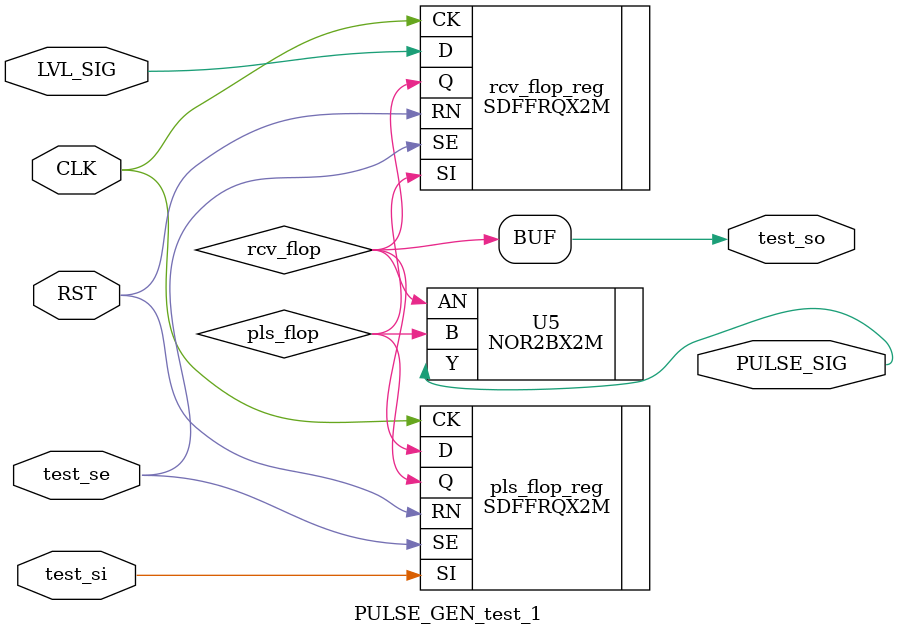
<source format=v>
module System_Top (
	SE, 
	scan_clk, 
	scan_rst, 
	test_mode, 
	SI, 
	REF_CLK, 
	UART_CLK, 
	RST, 
	RX_IN, 
	Stop_Error, 
	Parity_Error, 
	TX_OUT, 
	SO);
   input SE;
   input scan_clk;
   input scan_rst;
   input test_mode;
   input [3:0] SI;
   input REF_CLK;
   input UART_CLK;
   input RST;
   input RX_IN;
   output Stop_Error;
   output Parity_Error;
   output TX_OUT;
   output [3:0] SO;

   // Internal wires
   wire REF_CLK__L2_N0;
   wire REF_CLK__L1_N0;
   wire UART_CLK__L2_N0;
   wire UART_CLK__L1_N0;
   wire scan_clk__L6_N1;
   wire scan_clk__L6_N0;
   wire scan_clk__L5_N1;
   wire scan_clk__L5_N0;
   wire scan_clk__L4_N1;
   wire scan_clk__L4_N0;
   wire scan_clk__L3_N1;
   wire scan_clk__L3_N0;
   wire scan_clk__L2_N2;
   wire scan_clk__L2_N1;
   wire scan_clk__L2_N0;
   wire scan_clk__L1_N0;
   wire REF_SCAN_CLK__L2_N1;
   wire REF_SCAN_CLK__L2_N0;
   wire REF_SCAN_CLK__L1_N0;
   wire UART_SCAN_CLK__L7_N0;
   wire UART_SCAN_CLK__L6_N0;
   wire UART_SCAN_CLK__L5_N1;
   wire UART_SCAN_CLK__L5_N0;
   wire UART_SCAN_CLK__L4_N1;
   wire UART_SCAN_CLK__L4_N0;
   wire UART_SCAN_CLK__L3_N1;
   wire UART_SCAN_CLK__L3_N0;
   wire UART_SCAN_CLK__L2_N1;
   wire UART_SCAN_CLK__L2_N0;
   wire UART_SCAN_CLK__L1_N1;
   wire UART_SCAN_CLK__L1_N0;
   wire UART_RX_SCAN_CLK__L1_N0;
   wire UART_TX_SCAN_CLK__L1_N0;
   wire FE_OFN6_SE;
   wire FE_OFN2_SYNC_UART_SCAN_RST;
   wire FE_OFN1_SYNC_REF_SCAN_RST;
   wire FE_OFN0_SYNC_REF_SCAN_RST;
   wire REF_SCAN_CLK;
   wire UART_SCAN_CLK;
   wire RX_CLK;
   wire UART_RX_SCAN_CLK;
   wire TX_CLK;
   wire UART_TX_SCAN_CLK;
   wire RSTN_SCAN_RST;
   wire SYNC_REF_RST;
   wire SYNC_REF_SCAN_RST;
   wire SYNC_UART_RST;
   wire SYNC_UART_SCAN_RST;
   wire rx_valid;
   wire sync_valid;
   wire gated_clk;
   wire alu_en;
   wire out_valid;
   wire wr_en;
   wire rd_en;
   wire rd_data_valid;
   wire _0_net_;
   wire gate_en;
   wire fifo_w_inc;
   wire fifo_full;
   wire fifo_r_inc;
   wire fifo_empty;
   wire tx_busy;
   wire n2;
   wire n3;
   wire n4;
   wire n5;
   wire n8;
   wire n10;
   wire n11;
   wire n12;
   wire n13;
   wire n14;
   wire n18;
   wire n19;
   wire n20;
   wire n23;
   wire n26;
   wire n27;
   wire n28;
   wire n29;
   wire n30;
   wire n31;
   wire n32;
   wire n33;
   wire n34;
   wire n35;
   wire n36;
   wire n37;
   wire n38;
   wire n39;
   wire n40;
   wire n41;
   wire [7:0] reg2;
   wire [2:0] rx_div_ratio;
   wire [7:0] rx_data;
   wire [7:0] sync_data;
   wire [7:0] reg0;
   wire [7:0] reg1;
   wire [3:0] alu_fun;
   wire [15:0] alu_out;
   wire [7:0] wr_data;
   wire [3:0] address;
   wire [7:0] rd_data;
   wire [7:0] reg3;
   wire [7:0] fifo_wr_data;
   wire [7:0] tx_data;

   assign SO[2] = reg3[0] ;

   CLKINVX40M REF_CLK__L2_I0 (.Y(REF_CLK__L2_N0), 
	.A(REF_CLK__L1_N0));
   CLKINVX40M REF_CLK__L1_I0 (.Y(REF_CLK__L1_N0), 
	.A(REF_CLK));
   CLKINVX40M UART_CLK__L2_I0 (.Y(UART_CLK__L2_N0), 
	.A(UART_CLK__L1_N0));
   CLKINVX40M UART_CLK__L1_I0 (.Y(UART_CLK__L1_N0), 
	.A(UART_CLK));
   INVX2M scan_clk__L6_I1 (.Y(scan_clk__L6_N1), 
	.A(scan_clk__L5_N1));
   INVX2M scan_clk__L6_I0 (.Y(scan_clk__L6_N0), 
	.A(scan_clk__L5_N0));
   CLKBUFX1M scan_clk__L5_I1 (.Y(scan_clk__L5_N1), 
	.A(scan_clk__L4_N1));
   INVXLM scan_clk__L5_I0 (.Y(scan_clk__L5_N0), 
	.A(scan_clk__L4_N0));
   CLKBUFX1M scan_clk__L4_I1 (.Y(scan_clk__L4_N1), 
	.A(scan_clk__L3_N1));
   INVXLM scan_clk__L4_I0 (.Y(scan_clk__L4_N0), 
	.A(scan_clk__L3_N0));
   CLKBUFX1M scan_clk__L3_I1 (.Y(scan_clk__L3_N1), 
	.A(scan_clk__L2_N2));
   CLKBUFX1M scan_clk__L3_I0 (.Y(scan_clk__L3_N0), 
	.A(scan_clk__L2_N1));
   BUFX3M scan_clk__L2_I2 (.Y(scan_clk__L2_N2), 
	.A(scan_clk__L1_N0));
   BUFX5M scan_clk__L2_I1 (.Y(scan_clk__L2_N1), 
	.A(scan_clk__L1_N0));
   INVX2M scan_clk__L2_I0 (.Y(scan_clk__L2_N0), 
	.A(scan_clk__L1_N0));
   CLKINVX40M scan_clk__L1_I0 (.Y(scan_clk__L1_N0), 
	.A(scan_clk));
   CLKINVX40M REF_SCAN_CLK__L2_I1 (.Y(REF_SCAN_CLK__L2_N1), 
	.A(REF_SCAN_CLK__L1_N0));
   CLKINVX40M REF_SCAN_CLK__L2_I0 (.Y(REF_SCAN_CLK__L2_N0), 
	.A(REF_SCAN_CLK__L1_N0));
   CLKINVX40M REF_SCAN_CLK__L1_I0 (.Y(REF_SCAN_CLK__L1_N0), 
	.A(REF_SCAN_CLK));
   CLKINVX32M UART_SCAN_CLK__L7_I0 (.Y(UART_SCAN_CLK__L7_N0), 
	.A(UART_SCAN_CLK__L6_N0));
   CLKINVX40M UART_SCAN_CLK__L6_I0 (.Y(UART_SCAN_CLK__L6_N0), 
	.A(UART_SCAN_CLK__L5_N1));
   CLKBUFX40M UART_SCAN_CLK__L5_I1 (.Y(UART_SCAN_CLK__L5_N1), 
	.A(UART_SCAN_CLK__L4_N1));
   CLKINVX32M UART_SCAN_CLK__L5_I0 (.Y(UART_SCAN_CLK__L5_N0), 
	.A(UART_SCAN_CLK__L4_N0));
   INVXLM UART_SCAN_CLK__L4_I1 (.Y(UART_SCAN_CLK__L4_N1), 
	.A(UART_SCAN_CLK__L3_N1));
   CLKINVX40M UART_SCAN_CLK__L4_I0 (.Y(UART_SCAN_CLK__L4_N0), 
	.A(UART_SCAN_CLK__L3_N0));
   INVXLM UART_SCAN_CLK__L3_I1 (.Y(UART_SCAN_CLK__L3_N1), 
	.A(UART_SCAN_CLK__L2_N1));
   CLKBUFX40M UART_SCAN_CLK__L3_I0 (.Y(UART_SCAN_CLK__L3_N0), 
	.A(UART_SCAN_CLK__L2_N0));
   CLKBUFX1M UART_SCAN_CLK__L2_I1 (.Y(UART_SCAN_CLK__L2_N1), 
	.A(UART_SCAN_CLK__L1_N1));
   CLKBUFX40M UART_SCAN_CLK__L2_I0 (.Y(UART_SCAN_CLK__L2_N0), 
	.A(UART_SCAN_CLK__L1_N0));
   BUFX10M UART_SCAN_CLK__L1_I1 (.Y(UART_SCAN_CLK__L1_N1), 
	.A(UART_SCAN_CLK));
   CLKBUFX40M UART_SCAN_CLK__L1_I0 (.Y(UART_SCAN_CLK__L1_N0), 
	.A(UART_SCAN_CLK));
   CLKBUFX40M UART_RX_SCAN_CLK__L1_I0 (.Y(UART_RX_SCAN_CLK__L1_N0), 
	.A(UART_RX_SCAN_CLK));
   CLKBUFX40M UART_TX_SCAN_CLK__L1_I0 (.Y(UART_TX_SCAN_CLK__L1_N0), 
	.A(UART_TX_SCAN_CLK));
   BUFX4M FE_OFC6_SE (.Y(FE_OFN6_SE), 
	.A(SE));
   BUFX4M FE_OFC2_SYNC_UART_SCAN_RST (.Y(FE_OFN2_SYNC_UART_SCAN_RST), 
	.A(SYNC_UART_SCAN_RST));
   CLKBUFX8M FE_OFC1_SYNC_REF_SCAN_RST (.Y(FE_OFN1_SYNC_REF_SCAN_RST), 
	.A(FE_OFN0_SYNC_REF_SCAN_RST));
   CLKBUFX8M FE_OFC0_SYNC_REF_SCAN_RST (.Y(FE_OFN0_SYNC_REF_SCAN_RST), 
	.A(SYNC_REF_SCAN_RST));
   AND2X2M U11 (.Y(rx_div_ratio[1]), 
	.B(n4), 
	.A(n3));
   AND2X2M U12 (.Y(rx_div_ratio[2]), 
	.B(n3), 
	.A(n2));
   OAI21X2M U13 (.Y(rx_div_ratio[0]), 
	.B0(n3), 
	.A1(n4), 
	.A0(n2));
   OR2X2M U14 (.Y(_0_net_), 
	.B(n5), 
	.A(gate_en));
   NOR3BX2M U15 (.Y(n4), 
	.C(reg2[7]), 
	.B(reg2[5]), 
	.AN(reg2[6]));
   NOR3BX2M U16 (.Y(n2), 
	.C(reg2[7]), 
	.B(reg2[6]), 
	.AN(reg2[5]));
   NOR3X2M U17 (.Y(n3), 
	.C(reg2[2]), 
	.B(reg2[3]), 
	.A(reg2[4]));
   INVX2M U18 (.Y(n8), 
	.A(fifo_empty));
   BUFX2M U21 (.Y(n5), 
	.A(test_mode));
   DLY1X4M U23 (.Y(n26), 
	.A(n34));
   DLY1X4M U24 (.Y(n27), 
	.A(n33));
   INVXLM U25 (.Y(n28), 
	.A(n40));
   CLKINVX2M U26 (.Y(n29), 
	.A(n28));
   CLKINVX2M U27 (.Y(n30), 
	.A(n28));
   CLKINVX2M U28 (.Y(n31), 
	.A(n28));
   INVXLM U29 (.Y(n32), 
	.A(n41));
   INVXLM U30 (.Y(n33), 
	.A(n32));
   INVXLM U31 (.Y(n34), 
	.A(n32));
   CLKINVX2M U32 (.Y(n35), 
	.A(n32));
   INVXLM U33 (.Y(n36), 
	.A(n39));
   INVXLM U34 (.Y(n37), 
	.A(n36));
   INVXLM U35 (.Y(n38), 
	.A(FE_OFN6_SE));
   INVXLM U36 (.Y(n39), 
	.A(n38));
   INVXLM U37 (.Y(n40), 
	.A(n38));
   INVXLM U38 (.Y(n41), 
	.A(n38));
   mux2X1_1 U0_mux2X1 (.IN_0(REF_CLK__L2_N0), 
	.IN_1(scan_clk__L6_N0), 
	.SEL(n5), 
	.OUT(REF_SCAN_CLK));
   mux2X1_4 U1_mux2X1 (.IN_0(UART_CLK__L2_N0), 
	.IN_1(scan_clk__L2_N0), 
	.SEL(n5), 
	.OUT(UART_SCAN_CLK));
   mux2X1_3 U2_mux2X1 (.IN_0(RX_CLK), 
	.IN_1(scan_clk__L6_N1), 
	.SEL(n5), 
	.OUT(UART_RX_SCAN_CLK));
   mux2X1_2 U3_mux2X1 (.IN_0(TX_CLK), 
	.IN_1(scan_clk__L6_N1), 
	.SEL(n5), 
	.OUT(UART_TX_SCAN_CLK));
   mux2X1_0 U4_mux2X1 (.IN_0(RST), 
	.IN_1(scan_rst), 
	.SEL(n5), 
	.OUT(RSTN_SCAN_RST));
   mux2X1_6 U5_mux2X1 (.IN_0(SYNC_REF_RST), 
	.IN_1(scan_rst), 
	.SEL(n5), 
	.OUT(SYNC_REF_SCAN_RST));
   mux2X1_5 U6_mux2X1 (.IN_0(SYNC_UART_RST), 
	.IN_1(scan_rst), 
	.SEL(n5), 
	.OUT(SYNC_UART_SCAN_RST));
   RST_SYNC_test_0 RST_SYNC_1 (.RST(RSTN_SCAN_RST), 
	.CLK(REF_SCAN_CLK__L2_N0), 
	.SYNC_RST(SYNC_REF_RST), 
	.test_si(n19), 
	.test_se(n37));
   RST_SYNC_test_1 RST_SYNC_2 (.RST(RSTN_SCAN_RST), 
	.CLK(UART_SCAN_CLK__L7_N0), 
	.SYNC_RST(SYNC_UART_RST), 
	.test_si(SYNC_REF_RST), 
	.test_se(n37));
   DATA_SYNC_test_1 DATA_SYNC (.CLK(REF_SCAN_CLK__L2_N0), 
	.RST(SYNC_REF_SCAN_RST), 
	.unsync_bus({ rx_data[7],
		rx_data[6],
		rx_data[5],
		rx_data[4],
		rx_data[3],
		rx_data[2],
		rx_data[1],
		rx_data[0] }), 
	.bus_enable(rx_valid), 
	.sync_bus({ sync_data[7],
		sync_data[6],
		sync_data[5],
		sync_data[4],
		sync_data[3],
		sync_data[2],
		sync_data[1],
		sync_data[0] }), 
	.enable_pulse_d(sync_valid), 
	.test_si(out_valid), 
	.test_so(n23), 
	.test_se(n35));
   ALU_test_1 ALU (.CLK(gated_clk), 
	.RST(FE_OFN1_SYNC_REF_SCAN_RST), 
	.EN(alu_en), 
	.A({ reg0[7],
		reg0[6],
		reg0[5],
		reg0[4],
		reg0[3],
		reg0[2],
		reg0[1],
		reg0[0] }), 
	.B({ reg1[7],
		reg1[6],
		reg1[5],
		reg1[4],
		reg1[3],
		reg1[2],
		reg1[1],
		reg1[0] }), 
	.ALU_FUN({ alu_fun[3],
		alu_fun[2],
		alu_fun[1],
		alu_fun[0] }), 
	.ALU_OUT({ alu_out[15],
		alu_out[14],
		alu_out[13],
		alu_out[12],
		alu_out[11],
		alu_out[10],
		alu_out[9],
		alu_out[8],
		alu_out[7],
		alu_out[6],
		alu_out[5],
		alu_out[4],
		alu_out[3],
		alu_out[2],
		alu_out[1],
		alu_out[0] }), 
	.OUT_VALID(out_valid), 
	.test_si(SI[3]), 
	.test_se(n30));
   RegFile_test_1 RegFile (.CLK(REF_SCAN_CLK__L2_N0), 
	.RST(SYNC_REF_SCAN_RST), 
	.WrData({ wr_data[7],
		wr_data[6],
		wr_data[5],
		wr_data[4],
		wr_data[3],
		wr_data[2],
		wr_data[1],
		wr_data[0] }), 
	.Address({ address[3],
		address[2],
		address[1],
		address[0] }), 
	.WrEn(wr_en), 
	.RdEn(rd_en), 
	.RdData({ rd_data[7],
		rd_data[6],
		rd_data[5],
		rd_data[4],
		rd_data[3],
		rd_data[2],
		rd_data[1],
		rd_data[0] }), 
	.RdData_Valid(rd_data_valid), 
	.REG0({ reg0[7],
		reg0[6],
		reg0[5],
		reg0[4],
		reg0[3],
		reg0[2],
		reg0[1],
		reg0[0] }), 
	.REG1({ reg1[7],
		reg1[6],
		reg1[5],
		reg1[4],
		reg1[3],
		reg1[2],
		reg1[1],
		reg1[0] }), 
	.REG2({ reg2[7],
		reg2[6],
		reg2[5],
		reg2[4],
		reg2[3],
		reg2[2],
		reg2[1],
		reg2[0] }), 
	.REG3({ reg3[7],
		reg3[6],
		reg3[5],
		reg3[4],
		reg3[3],
		reg3[2],
		reg3[1],
		reg3[0] }), 
	.test_si3(SI[0]), 
	.test_si2(SI[1]), 
	.test_si1(n18), 
	.test_so2(n14), 
	.test_so1(SO[1]), 
	.test_se(FE_OFN6_SE), 
	.FE_OFN0_SYNC_REF_SCAN_RST(FE_OFN0_SYNC_REF_SCAN_RST), 
	.FE_OFN1_SYNC_REF_SCAN_RST(FE_OFN1_SYNC_REF_SCAN_RST));
   CLK_GATE CLK_GATE (.CLK(REF_SCAN_CLK__L2_N1), 
	.EN(_0_net_), 
	.GATED_CLK(gated_clk));
   ClkDiv_test_1 TX_CLK_DIV (.i_ref_clk(UART_SCAN_CLK), 
	.i_rst_n(SYNC_UART_SCAN_RST), 
	.i_clk_en(1'b1), 
	.i_div_ratio({ reg3[7],
		reg3[6],
		reg3[5],
		reg3[4],
		reg3[3],
		reg3[2],
		reg3[1],
		reg3[0] }), 
	.o_div_clk(TX_CLK), 
	.test_si(n13), 
	.test_so(n12), 
	.test_se(n29), 
	.UART_SCAN_CLK__L5_N0(UART_SCAN_CLK__L5_N0), 
	.UART_SCAN_CLK__L7_N0(UART_SCAN_CLK__L7_N0));
   ClkDiv_test_0 RX_CLK_DIV (.i_ref_clk(UART_SCAN_CLK), 
	.i_rst_n(SYNC_UART_SCAN_RST), 
	.i_clk_en(1'b1), 
	.i_div_ratio({ 1'b0,
		1'b0,
		1'b0,
		1'b0,
		1'b0,
		rx_div_ratio[2],
		rx_div_ratio[1],
		rx_div_ratio[0] }), 
	.o_div_clk(RX_CLK), 
	.test_si(SYNC_UART_RST), 
	.test_so(n18), 
	.test_se(n29), 
	.UART_SCAN_CLK__L5_N0(UART_SCAN_CLK__L5_N0), 
	.UART_SCAN_CLK__L7_N0(UART_SCAN_CLK__L7_N0));
   SYS_CTRL_test_1 SYS_CTRL (.CLK(REF_SCAN_CLK__L2_N0), 
	.RST(FE_OFN1_SYNC_REF_SCAN_RST), 
	.ALU_OUT({ alu_out[15],
		alu_out[14],
		alu_out[13],
		alu_out[12],
		alu_out[11],
		alu_out[10],
		alu_out[9],
		alu_out[8],
		alu_out[7],
		alu_out[6],
		alu_out[5],
		alu_out[4],
		alu_out[3],
		alu_out[2],
		alu_out[1],
		alu_out[0] }), 
	.RdData({ rd_data[7],
		rd_data[6],
		rd_data[5],
		rd_data[4],
		rd_data[3],
		rd_data[2],
		rd_data[1],
		rd_data[0] }), 
	.RX_P_DATA({ sync_data[7],
		sync_data[6],
		sync_data[5],
		sync_data[4],
		sync_data[3],
		sync_data[2],
		sync_data[1],
		sync_data[0] }), 
	.OUT_VALID(out_valid), 
	.RX_D_VLD(sync_valid), 
	.RdData_Valid(rd_data_valid), 
	.FIFO_FULL(fifo_full), 
	.ALU_EN(alu_en), 
	.GATE_EN(gate_en), 
	.ALU_FUN({ alu_fun[3],
		alu_fun[2],
		alu_fun[1],
		alu_fun[0] }), 
	.FIFO_WR_DATA({ fifo_wr_data[7],
		fifo_wr_data[6],
		fifo_wr_data[5],
		fifo_wr_data[4],
		fifo_wr_data[3],
		fifo_wr_data[2],
		fifo_wr_data[1],
		fifo_wr_data[0] }), 
	.WrData({ wr_data[7],
		wr_data[6],
		wr_data[5],
		wr_data[4],
		wr_data[3],
		wr_data[2],
		wr_data[1],
		wr_data[0] }), 
	.Address({ address[3],
		address[2],
		address[1],
		address[0] }), 
	.WrEn(wr_en), 
	.RdEn(rd_en), 
	.FIFO_W_INC(fifo_w_inc), 
	.test_si(n14), 
	.test_so(n13), 
	.test_se(n31));
   FIFO_TOP_test_1 FIFO_TOP (.wclk(REF_SCAN_CLK__L2_N0), 
	.rclk(UART_TX_SCAN_CLK__L1_N0), 
	.wrst_n(FE_OFN1_SYNC_REF_SCAN_RST), 
	.rrst_n(SYNC_UART_SCAN_RST), 
	.rinc(fifo_r_inc), 
	.winc(fifo_w_inc), 
	.wdata({ fifo_wr_data[7],
		fifo_wr_data[6],
		fifo_wr_data[5],
		fifo_wr_data[4],
		fifo_wr_data[3],
		fifo_wr_data[2],
		fifo_wr_data[1],
		fifo_wr_data[0] }), 
	.rdata({ tx_data[7],
		tx_data[6],
		tx_data[5],
		tx_data[4],
		tx_data[3],
		tx_data[2],
		tx_data[1],
		tx_data[0] }), 
	.wfull(fifo_full), 
	.rempty(fifo_empty), 
	.test_si2(SI[2]), 
	.test_si1(n23), 
	.test_so2(n20), 
	.test_so1(SO[3]), 
	.test_se(FE_OFN6_SE), 
	.FE_OFN2_SYNC_UART_SCAN_RST(FE_OFN2_SYNC_UART_SCAN_RST));
   UART_RX_TOP_test_1 UART_RX_TOP (.CLK(UART_RX_SCAN_CLK__L1_N0), 
	.RST(SYNC_UART_SCAN_RST), 
	.PAR_EN(reg2[0]), 
	.PAR_TYP(reg2[1]), 
	.RX_IN(RX_IN), 
	.PRESCALE({ reg2[7],
		reg2[6],
		reg2[5],
		reg2[4],
		reg2[3],
		reg2[2] }), 
	.DATA_VALID(rx_valid), 
	.Stop_Error(SO[0]), 
	.Parity_Error(Parity_Error), 
	.P_DATA({ rx_data[7],
		rx_data[6],
		rx_data[5],
		rx_data[4],
		rx_data[3],
		rx_data[2],
		rx_data[1],
		rx_data[0] }), 
	.test_si2(n10), 
	.test_si1(n12), 
	.test_so1(n11), 
	.test_se(n26), 
	.FE_PT1_n3(n3));
   UART_TX_TOP_test_1 UART_TX_TOP (.clk(UART_TX_SCAN_CLK__L1_N0), 
	.rst(FE_OFN2_SYNC_UART_SCAN_RST), 
	.parity_enable(reg2[0]), 
	.parity_type(reg2[1]), 
	.parallel_data({ tx_data[7],
		tx_data[6],
		tx_data[5],
		tx_data[4],
		tx_data[3],
		tx_data[2],
		tx_data[1],
		tx_data[0] }), 
	.data_valid(n8), 
	.tx_out(TX_OUT), 
	.busy(tx_busy), 
	.test_si(n11), 
	.test_so(n10), 
	.test_se(n27));
   PULSE_GEN_test_1 PULSE_GEN (.CLK(UART_TX_SCAN_CLK__L1_N0), 
	.RST(SYNC_UART_SCAN_RST), 
	.LVL_SIG(tx_busy), 
	.PULSE_SIG(fifo_r_inc), 
	.test_si(n20), 
	.test_so(n19), 
	.test_se(n31));
   BUFX2M U22 (.Y(Stop_Error), 
	.A(SO[0]));
endmodule

/////////////////////////////////////////////////////////////
// Created by: Synopsys DC Expert(TM) in wire load mode
// Version   : K-2015.06
// Date      : Mon Aug 19 03:34:03 2024
/////////////////////////////////////////////////////////////
module mux2X1_1 (
	IN_0, 
	IN_1, 
	SEL, 
	OUT);
   input IN_0;
   input IN_1;
   input SEL;
   output OUT;

   MX2X6M U1 (.Y(OUT), 
	.S0(SEL), 
	.B(IN_1), 
	.A(IN_0));
endmodule

module mux2X1_4 (
	IN_0, 
	IN_1, 
	SEL, 
	OUT);
   input IN_0;
   input IN_1;
   input SEL;
   output OUT;

   MX2X2M U1 (.Y(OUT), 
	.S0(SEL), 
	.B(IN_1), 
	.A(IN_0));
endmodule

module mux2X1_3 (
	IN_0, 
	IN_1, 
	SEL, 
	OUT);
   input IN_0;
   input IN_1;
   input SEL;
   output OUT;

   MX2X2M U1 (.Y(OUT), 
	.S0(SEL), 
	.B(IN_1), 
	.A(IN_0));
endmodule

module mux2X1_2 (
	IN_0, 
	IN_1, 
	SEL, 
	OUT);
   input IN_0;
   input IN_1;
   input SEL;
   output OUT;

   MX2X2M U1 (.Y(OUT), 
	.S0(SEL), 
	.B(IN_1), 
	.A(IN_0));
endmodule

module mux2X1_0 (
	IN_0, 
	IN_1, 
	SEL, 
	OUT);
   input IN_0;
   input IN_1;
   input SEL;
   output OUT;

   // Internal wires
   wire FE_PHN6_scan_rst;
   wire FE_PHN3_scan_rst;
   wire FE_PHN2_RST;
   wire FE_PHN1_RST;
   wire FE_PHN0_RST;

   DLY4X1M FE_PHC6_scan_rst (.Y(FE_PHN6_scan_rst), 
	.A(FE_PHN3_scan_rst));
   DLY4X1M FE_PHC3_scan_rst (.Y(FE_PHN3_scan_rst), 
	.A(IN_1));
   DLY4X1M FE_PHC2_RST (.Y(FE_PHN2_RST), 
	.A(FE_PHN1_RST));
   DLY4X1M FE_PHC1_RST (.Y(FE_PHN1_RST), 
	.A(FE_PHN0_RST));
   DLY4X1M FE_PHC0_RST (.Y(FE_PHN0_RST), 
	.A(IN_0));
   MX2X2M U1 (.Y(OUT), 
	.S0(SEL), 
	.B(FE_PHN6_scan_rst), 
	.A(FE_PHN2_RST));
endmodule

module mux2X1_6 (
	IN_0, 
	IN_1, 
	SEL, 
	OUT);
   input IN_0;
   input IN_1;
   input SEL;
   output OUT;

   // Internal wires
   wire FE_PHN8_scan_rst;
   wire FE_PHN5_scan_rst;

   DLY4X1M FE_PHC8_scan_rst (.Y(FE_PHN8_scan_rst), 
	.A(FE_PHN5_scan_rst));
   DLY4X1M FE_PHC5_scan_rst (.Y(FE_PHN5_scan_rst), 
	.A(IN_1));
   CLKMX2X6M U1 (.Y(OUT), 
	.S0(SEL), 
	.B(FE_PHN8_scan_rst), 
	.A(IN_0));
endmodule

module mux2X1_5 (
	IN_0, 
	IN_1, 
	SEL, 
	OUT);
   input IN_0;
   input IN_1;
   input SEL;
   output OUT;

   // Internal wires
   wire FE_PHN7_scan_rst;
   wire FE_PHN4_scan_rst;

   DLY4X1M FE_PHC7_scan_rst (.Y(FE_PHN7_scan_rst), 
	.A(FE_PHN4_scan_rst));
   DLY4X1M FE_PHC4_scan_rst (.Y(FE_PHN4_scan_rst), 
	.A(IN_1));
   MX2X8M U1 (.Y(OUT), 
	.S0(SEL), 
	.B(FE_PHN7_scan_rst), 
	.A(IN_0));
endmodule

module RST_SYNC_test_0 (
	RST, 
	CLK, 
	SYNC_RST, 
	test_si, 
	test_se);
   input RST;
   input CLK;
   output SYNC_RST;
   input test_si;
   input test_se;

   // Internal wires
   wire HTIE_LTIEHI_NET;
   wire \sync_reg[0] ;

   TIEHIM HTIE_LTIEHI (.Y(HTIE_LTIEHI_NET));
   SDFFRQX2M \sync_reg_reg[0]  (.SI(test_si), 
	.SE(test_se), 
	.RN(RST), 
	.Q(\sync_reg[0] ), 
	.D(HTIE_LTIEHI_NET), 
	.CK(CLK));
   SDFFRQX1M \sync_reg_reg[1]  (.SI(\sync_reg[0] ), 
	.SE(test_se), 
	.RN(RST), 
	.Q(SYNC_RST), 
	.D(\sync_reg[0] ), 
	.CK(CLK));
endmodule

module RST_SYNC_test_1 (
	RST, 
	CLK, 
	SYNC_RST, 
	test_si, 
	test_se);
   input RST;
   input CLK;
   output SYNC_RST;
   input test_si;
   input test_se;

   // Internal wires
   wire HTIE_LTIEHI_NET;
   wire \sync_reg[0] ;

   TIEHIM HTIE_LTIEHI (.Y(HTIE_LTIEHI_NET));
   SDFFRQX2M \sync_reg_reg[0]  (.SI(test_si), 
	.SE(test_se), 
	.RN(RST), 
	.Q(\sync_reg[0] ), 
	.D(HTIE_LTIEHI_NET), 
	.CK(CLK));
   SDFFRQX1M \sync_reg_reg[1]  (.SI(\sync_reg[0] ), 
	.SE(test_se), 
	.RN(RST), 
	.Q(SYNC_RST), 
	.D(\sync_reg[0] ), 
	.CK(CLK));
endmodule

module DATA_SYNC_test_1 (
	CLK, 
	RST, 
	unsync_bus, 
	bus_enable, 
	sync_bus, 
	enable_pulse_d, 
	test_si, 
	test_so, 
	test_se);
   input CLK;
   input RST;
   input [7:0] unsync_bus;
   input bus_enable;
   output [7:0] sync_bus;
   output enable_pulse_d;
   input test_si;
   output test_so;
   input test_se;

   // Internal wires
   wire enable_flop;
   wire n1;
   wire n4;
   wire n6;
   wire n8;
   wire n10;
   wire n12;
   wire n14;
   wire n16;
   wire n18;
   wire n22;
   wire [1:0] sync_reg;

   assign test_so = sync_reg[1] ;

   SDFFRQX2M enable_flop_reg (.SI(test_si), 
	.SE(test_se), 
	.RN(RST), 
	.Q(enable_flop), 
	.D(sync_reg[1]), 
	.CK(CLK));
   SDFFRQX2M \sync_bus_reg[7]  (.SI(sync_bus[6]), 
	.SE(test_se), 
	.RN(RST), 
	.Q(sync_bus[7]), 
	.D(n18), 
	.CK(CLK));
   SDFFRQX2M \sync_reg_reg[1]  (.SI(sync_reg[0]), 
	.SE(test_se), 
	.RN(RST), 
	.Q(sync_reg[1]), 
	.D(sync_reg[0]), 
	.CK(CLK));
   SDFFRQX2M \sync_bus_reg[3]  (.SI(sync_bus[2]), 
	.SE(test_se), 
	.RN(RST), 
	.Q(sync_bus[3]), 
	.D(n10), 
	.CK(CLK));
   SDFFRQX2M \sync_bus_reg[6]  (.SI(sync_bus[5]), 
	.SE(test_se), 
	.RN(RST), 
	.Q(sync_bus[6]), 
	.D(n16), 
	.CK(CLK));
   SDFFRQX2M \sync_bus_reg[5]  (.SI(sync_bus[4]), 
	.SE(test_se), 
	.RN(RST), 
	.Q(sync_bus[5]), 
	.D(n14), 
	.CK(CLK));
   SDFFRQX2M \sync_bus_reg[4]  (.SI(sync_bus[3]), 
	.SE(test_se), 
	.RN(RST), 
	.Q(sync_bus[4]), 
	.D(n12), 
	.CK(CLK));
   SDFFRQX2M \sync_bus_reg[2]  (.SI(sync_bus[1]), 
	.SE(test_se), 
	.RN(RST), 
	.Q(sync_bus[2]), 
	.D(n8), 
	.CK(CLK));
   SDFFRQX2M \sync_bus_reg[1]  (.SI(sync_bus[0]), 
	.SE(test_se), 
	.RN(RST), 
	.Q(sync_bus[1]), 
	.D(n6), 
	.CK(CLK));
   SDFFRQX2M \sync_bus_reg[0]  (.SI(enable_pulse_d), 
	.SE(test_se), 
	.RN(RST), 
	.Q(sync_bus[0]), 
	.D(n4), 
	.CK(CLK));
   SDFFRQX2M enable_pulse_d_reg (.SI(enable_flop), 
	.SE(test_se), 
	.RN(RST), 
	.Q(enable_pulse_d), 
	.D(n22), 
	.CK(CLK));
   SDFFRQX2M \sync_reg_reg[0]  (.SI(sync_bus[7]), 
	.SE(test_se), 
	.RN(RST), 
	.Q(sync_reg[0]), 
	.D(bus_enable), 
	.CK(CLK));
   INVX2M U3 (.Y(n22), 
	.A(n1));
   NAND2BX2M U4 (.Y(n1), 
	.B(sync_reg[1]), 
	.AN(enable_flop));
   AO22X1M U5 (.Y(n4), 
	.B1(n1), 
	.B0(sync_bus[0]), 
	.A1(n22), 
	.A0(unsync_bus[0]));
   AO22X1M U6 (.Y(n6), 
	.B1(n1), 
	.B0(sync_bus[1]), 
	.A1(n22), 
	.A0(unsync_bus[1]));
   AO22X1M U7 (.Y(n8), 
	.B1(n1), 
	.B0(sync_bus[2]), 
	.A1(n22), 
	.A0(unsync_bus[2]));
   AO22X1M U8 (.Y(n10), 
	.B1(n1), 
	.B0(sync_bus[3]), 
	.A1(n22), 
	.A0(unsync_bus[3]));
   AO22X1M U9 (.Y(n12), 
	.B1(n1), 
	.B0(sync_bus[4]), 
	.A1(n22), 
	.A0(unsync_bus[4]));
   AO22X1M U10 (.Y(n14), 
	.B1(n1), 
	.B0(sync_bus[5]), 
	.A1(n22), 
	.A0(unsync_bus[5]));
   AO22X1M U11 (.Y(n16), 
	.B1(n1), 
	.B0(sync_bus[6]), 
	.A1(n22), 
	.A0(unsync_bus[6]));
   AO22X1M U12 (.Y(n18), 
	.B1(n1), 
	.B0(sync_bus[7]), 
	.A1(n22), 
	.A0(unsync_bus[7]));
endmodule

module ALU_DW_div_uns_0 (
	a, 
	b, 
	quotient, 
	remainder, 
	divide_by_0, 
	n162, 
	n182, 
	n189, 
	n187, 
	n183, 
	n179, 
	n161, 
	n188, 
	n164, 
	n180, 
	n186, 
	n185, 
	n184, 
	n181);
   input [7:0] a;
   input [7:0] b;
   output [7:0] quotient;
   output [7:0] remainder;
   output divide_by_0;
   input n162;
   input n182;
   input n189;
   input n187;
   input n183;
   input n179;
   input n161;
   input n188;
   input n164;
   input n180;
   input n186;
   input n185;
   input n184;
   input n181;

   // Internal wires
   wire \u_div/SumTmp[1][0] ;
   wire \u_div/SumTmp[1][1] ;
   wire \u_div/SumTmp[1][2] ;
   wire \u_div/SumTmp[1][3] ;
   wire \u_div/SumTmp[1][4] ;
   wire \u_div/SumTmp[1][5] ;
   wire \u_div/SumTmp[1][6] ;
   wire \u_div/SumTmp[2][0] ;
   wire \u_div/SumTmp[2][1] ;
   wire \u_div/SumTmp[2][2] ;
   wire \u_div/SumTmp[2][3] ;
   wire \u_div/SumTmp[2][4] ;
   wire \u_div/SumTmp[2][5] ;
   wire \u_div/SumTmp[3][0] ;
   wire \u_div/SumTmp[3][1] ;
   wire \u_div/SumTmp[3][2] ;
   wire \u_div/SumTmp[3][3] ;
   wire \u_div/SumTmp[3][4] ;
   wire \u_div/SumTmp[4][0] ;
   wire \u_div/SumTmp[4][1] ;
   wire \u_div/SumTmp[4][2] ;
   wire \u_div/SumTmp[4][3] ;
   wire \u_div/SumTmp[5][0] ;
   wire \u_div/SumTmp[5][1] ;
   wire \u_div/SumTmp[5][2] ;
   wire \u_div/SumTmp[6][0] ;
   wire \u_div/SumTmp[6][1] ;
   wire \u_div/SumTmp[7][0] ;
   wire \u_div/CryTmp[0][1] ;
   wire \u_div/CryTmp[0][2] ;
   wire \u_div/CryTmp[0][3] ;
   wire \u_div/CryTmp[0][4] ;
   wire \u_div/CryTmp[0][5] ;
   wire \u_div/CryTmp[0][6] ;
   wire \u_div/CryTmp[0][7] ;
   wire \u_div/CryTmp[1][1] ;
   wire \u_div/CryTmp[1][2] ;
   wire \u_div/CryTmp[1][3] ;
   wire \u_div/CryTmp[1][4] ;
   wire \u_div/CryTmp[1][5] ;
   wire \u_div/CryTmp[1][6] ;
   wire \u_div/CryTmp[1][7] ;
   wire \u_div/CryTmp[2][1] ;
   wire \u_div/CryTmp[2][2] ;
   wire \u_div/CryTmp[2][3] ;
   wire \u_div/CryTmp[2][4] ;
   wire \u_div/CryTmp[2][5] ;
   wire \u_div/CryTmp[2][6] ;
   wire \u_div/CryTmp[3][1] ;
   wire \u_div/CryTmp[3][2] ;
   wire \u_div/CryTmp[3][3] ;
   wire \u_div/CryTmp[3][4] ;
   wire \u_div/CryTmp[3][5] ;
   wire \u_div/CryTmp[4][1] ;
   wire \u_div/CryTmp[4][2] ;
   wire \u_div/CryTmp[4][3] ;
   wire \u_div/CryTmp[4][4] ;
   wire \u_div/CryTmp[5][1] ;
   wire \u_div/CryTmp[5][2] ;
   wire \u_div/CryTmp[5][3] ;
   wire \u_div/CryTmp[6][1] ;
   wire \u_div/CryTmp[6][2] ;
   wire \u_div/CryTmp[7][1] ;
   wire \u_div/PartRem[1][1] ;
   wire \u_div/PartRem[1][2] ;
   wire \u_div/PartRem[1][3] ;
   wire \u_div/PartRem[1][4] ;
   wire \u_div/PartRem[1][5] ;
   wire \u_div/PartRem[1][6] ;
   wire \u_div/PartRem[1][7] ;
   wire \u_div/PartRem[2][1] ;
   wire \u_div/PartRem[2][2] ;
   wire \u_div/PartRem[2][3] ;
   wire \u_div/PartRem[2][4] ;
   wire \u_div/PartRem[2][5] ;
   wire \u_div/PartRem[2][6] ;
   wire \u_div/PartRem[3][1] ;
   wire \u_div/PartRem[3][2] ;
   wire \u_div/PartRem[3][3] ;
   wire \u_div/PartRem[3][4] ;
   wire \u_div/PartRem[3][5] ;
   wire \u_div/PartRem[4][1] ;
   wire \u_div/PartRem[4][2] ;
   wire \u_div/PartRem[4][3] ;
   wire \u_div/PartRem[4][4] ;
   wire \u_div/PartRem[5][1] ;
   wire \u_div/PartRem[5][2] ;
   wire \u_div/PartRem[5][3] ;
   wire \u_div/PartRem[6][1] ;
   wire \u_div/PartRem[6][2] ;
   wire \u_div/PartRem[7][1] ;
   wire n1;
   wire n2;
   wire n3;
   wire n5;
   wire n7;
   wire n9;
   wire n10;
   wire n11;
   wire n12;
   wire n13;
   wire n14;
   wire n15;
   wire n16;
   wire n17;
   wire n18;
   wire n19;
   wire n20;
   wire n21;
   wire n22;

   ADDFX2M \u_div/u_fa_PartRem_0_2_5  (.S(\u_div/SumTmp[2][5] ), 
	.CO(\u_div/CryTmp[2][6] ), 
	.CI(\u_div/CryTmp[2][5] ), 
	.B(n14), 
	.A(\u_div/PartRem[3][5] ));
   ADDFX2M \u_div/u_fa_PartRem_0_4_3  (.S(\u_div/SumTmp[4][3] ), 
	.CO(\u_div/CryTmp[4][4] ), 
	.CI(\u_div/CryTmp[4][3] ), 
	.B(n16), 
	.A(\u_div/PartRem[5][3] ));
   ADDFX2M \u_div/u_fa_PartRem_0_5_2  (.S(\u_div/SumTmp[5][2] ), 
	.CO(\u_div/CryTmp[5][3] ), 
	.CI(\u_div/CryTmp[5][2] ), 
	.B(n17), 
	.A(\u_div/PartRem[6][2] ));
   ADDFX2M \u_div/u_fa_PartRem_0_6_1  (.S(\u_div/SumTmp[6][1] ), 
	.CO(\u_div/CryTmp[6][2] ), 
	.CI(\u_div/CryTmp[6][1] ), 
	.B(n18), 
	.A(\u_div/PartRem[7][1] ));
   ADDFX2M \u_div/u_fa_PartRem_0_3_4  (.S(\u_div/SumTmp[3][4] ), 
	.CO(\u_div/CryTmp[3][5] ), 
	.CI(\u_div/CryTmp[3][4] ), 
	.B(n15), 
	.A(\u_div/PartRem[4][4] ));
   ADDFX2M \u_div/u_fa_PartRem_0_0_5  (.CO(\u_div/CryTmp[0][6] ), 
	.CI(\u_div/CryTmp[0][5] ), 
	.B(n14), 
	.A(\u_div/PartRem[1][5] ));
   ADDFX2M \u_div/u_fa_PartRem_0_0_6  (.CO(\u_div/CryTmp[0][7] ), 
	.CI(\u_div/CryTmp[0][6] ), 
	.B(n13), 
	.A(\u_div/PartRem[1][6] ));
   ADDFX2M \u_div/u_fa_PartRem_0_0_7  (.CO(quotient[0]), 
	.CI(\u_div/CryTmp[0][7] ), 
	.B(n12), 
	.A(\u_div/PartRem[1][7] ));
   ADDFX2M \u_div/u_fa_PartRem_0_0_1  (.CO(\u_div/CryTmp[0][2] ), 
	.CI(\u_div/CryTmp[0][1] ), 
	.B(n18), 
	.A(\u_div/PartRem[1][1] ));
   ADDFX2M \u_div/u_fa_PartRem_0_1_1  (.S(\u_div/SumTmp[1][1] ), 
	.CO(\u_div/CryTmp[1][2] ), 
	.CI(\u_div/CryTmp[1][1] ), 
	.B(n18), 
	.A(\u_div/PartRem[2][1] ));
   ADDFX2M \u_div/u_fa_PartRem_0_2_1  (.S(\u_div/SumTmp[2][1] ), 
	.CO(\u_div/CryTmp[2][2] ), 
	.CI(\u_div/CryTmp[2][1] ), 
	.B(n18), 
	.A(\u_div/PartRem[3][1] ));
   ADDFX2M \u_div/u_fa_PartRem_0_3_1  (.S(\u_div/SumTmp[3][1] ), 
	.CO(\u_div/CryTmp[3][2] ), 
	.CI(\u_div/CryTmp[3][1] ), 
	.B(n18), 
	.A(\u_div/PartRem[4][1] ));
   ADDFX2M \u_div/u_fa_PartRem_0_4_1  (.S(\u_div/SumTmp[4][1] ), 
	.CO(\u_div/CryTmp[4][2] ), 
	.CI(\u_div/CryTmp[4][1] ), 
	.B(n18), 
	.A(\u_div/PartRem[5][1] ));
   ADDFX2M \u_div/u_fa_PartRem_0_5_1  (.S(\u_div/SumTmp[5][1] ), 
	.CO(\u_div/CryTmp[5][2] ), 
	.CI(\u_div/CryTmp[5][1] ), 
	.B(n18), 
	.A(\u_div/PartRem[6][1] ));
   ADDFX2M \u_div/u_fa_PartRem_0_0_2  (.CO(\u_div/CryTmp[0][3] ), 
	.CI(\u_div/CryTmp[0][2] ), 
	.B(n17), 
	.A(\u_div/PartRem[1][2] ));
   ADDFX2M \u_div/u_fa_PartRem_0_0_3  (.CO(\u_div/CryTmp[0][4] ), 
	.CI(\u_div/CryTmp[0][3] ), 
	.B(n16), 
	.A(\u_div/PartRem[1][3] ));
   ADDFX2M \u_div/u_fa_PartRem_0_0_4  (.CO(\u_div/CryTmp[0][5] ), 
	.CI(\u_div/CryTmp[0][4] ), 
	.B(n15), 
	.A(\u_div/PartRem[1][4] ));
   ADDFX2M \u_div/u_fa_PartRem_0_1_5  (.S(\u_div/SumTmp[1][5] ), 
	.CO(\u_div/CryTmp[1][6] ), 
	.CI(\u_div/CryTmp[1][5] ), 
	.B(n14), 
	.A(\u_div/PartRem[2][5] ));
   ADDFX2M \u_div/u_fa_PartRem_0_1_4  (.S(\u_div/SumTmp[1][4] ), 
	.CO(\u_div/CryTmp[1][5] ), 
	.CI(\u_div/CryTmp[1][4] ), 
	.B(n15), 
	.A(\u_div/PartRem[2][4] ));
   ADDFX2M \u_div/u_fa_PartRem_0_1_3  (.S(\u_div/SumTmp[1][3] ), 
	.CO(\u_div/CryTmp[1][4] ), 
	.CI(\u_div/CryTmp[1][3] ), 
	.B(n16), 
	.A(\u_div/PartRem[2][3] ));
   ADDFX2M \u_div/u_fa_PartRem_0_2_4  (.S(\u_div/SumTmp[2][4] ), 
	.CO(\u_div/CryTmp[2][5] ), 
	.CI(\u_div/CryTmp[2][4] ), 
	.B(n15), 
	.A(\u_div/PartRem[3][4] ));
   ADDFX2M \u_div/u_fa_PartRem_0_1_2  (.S(\u_div/SumTmp[1][2] ), 
	.CO(\u_div/CryTmp[1][3] ), 
	.CI(\u_div/CryTmp[1][2] ), 
	.B(n17), 
	.A(\u_div/PartRem[2][2] ));
   ADDFX2M \u_div/u_fa_PartRem_0_2_3  (.S(\u_div/SumTmp[2][3] ), 
	.CO(\u_div/CryTmp[2][4] ), 
	.CI(\u_div/CryTmp[2][3] ), 
	.B(n16), 
	.A(\u_div/PartRem[3][3] ));
   ADDFX2M \u_div/u_fa_PartRem_0_2_2  (.S(\u_div/SumTmp[2][2] ), 
	.CO(\u_div/CryTmp[2][3] ), 
	.CI(\u_div/CryTmp[2][2] ), 
	.B(n17), 
	.A(\u_div/PartRem[3][2] ));
   ADDFX2M \u_div/u_fa_PartRem_0_3_3  (.S(\u_div/SumTmp[3][3] ), 
	.CO(\u_div/CryTmp[3][4] ), 
	.CI(\u_div/CryTmp[3][3] ), 
	.B(n16), 
	.A(\u_div/PartRem[4][3] ));
   ADDFX2M \u_div/u_fa_PartRem_0_3_2  (.S(\u_div/SumTmp[3][2] ), 
	.CO(\u_div/CryTmp[3][3] ), 
	.CI(\u_div/CryTmp[3][2] ), 
	.B(n17), 
	.A(\u_div/PartRem[4][2] ));
   ADDFX2M \u_div/u_fa_PartRem_0_4_2  (.S(\u_div/SumTmp[4][2] ), 
	.CO(\u_div/CryTmp[4][3] ), 
	.CI(\u_div/CryTmp[4][2] ), 
	.B(n17), 
	.A(\u_div/PartRem[5][2] ));
   ADDFX2M \u_div/u_fa_PartRem_0_1_6  (.S(\u_div/SumTmp[1][6] ), 
	.CO(\u_div/CryTmp[1][7] ), 
	.CI(\u_div/CryTmp[1][6] ), 
	.B(n13), 
	.A(\u_div/PartRem[2][6] ));
   INVX2M U1 (.Y(n19), 
	.A(b[0]));
   XNOR2X2M U2 (.Y(\u_div/SumTmp[7][0] ), 
	.B(a[7]), 
	.A(n19));
   XNOR2X2M U3 (.Y(\u_div/SumTmp[6][0] ), 
	.B(a[6]), 
	.A(n19));
   XNOR2X2M U4 (.Y(\u_div/SumTmp[5][0] ), 
	.B(a[5]), 
	.A(n19));
   XNOR2X2M U5 (.Y(\u_div/SumTmp[4][0] ), 
	.B(a[4]), 
	.A(n19));
   XNOR2X2M U6 (.Y(\u_div/SumTmp[3][0] ), 
	.B(a[3]), 
	.A(n19));
   XNOR2X2M U7 (.Y(\u_div/SumTmp[2][0] ), 
	.B(a[2]), 
	.A(n19));
   OR2X2M U8 (.Y(\u_div/CryTmp[7][1] ), 
	.B(a[7]), 
	.A(n19));
   XNOR2X2M U9 (.Y(\u_div/SumTmp[1][0] ), 
	.B(a[1]), 
	.A(n19));
   INVX2M U10 (.Y(n18), 
	.A(b[1]));
   NAND2X2M U11 (.Y(\u_div/CryTmp[5][1] ), 
	.B(n3), 
	.A(n2));
   INVX2M U12 (.Y(n3), 
	.A(a[5]));
   INVX2M U13 (.Y(n2), 
	.A(n19));
   NAND2X2M U14 (.Y(\u_div/CryTmp[4][1] ), 
	.B(n5), 
	.A(n2));
   INVX2M U15 (.Y(n5), 
	.A(a[4]));
   NAND2X2M U17 (.Y(\u_div/CryTmp[3][1] ), 
	.B(n7), 
	.A(n2));
   INVX2M U18 (.Y(n7), 
	.A(a[3]));
   NAND2X2M U20 (.Y(\u_div/CryTmp[2][1] ), 
	.B(n9), 
	.A(n2));
   INVX2M U21 (.Y(n9), 
	.A(a[2]));
   NAND2X2M U23 (.Y(\u_div/CryTmp[1][1] ), 
	.B(n10), 
	.A(n2));
   INVX2M U24 (.Y(n10), 
	.A(a[1]));
   NAND2X2M U25 (.Y(\u_div/CryTmp[0][1] ), 
	.B(n11), 
	.A(n2));
   INVX2M U26 (.Y(n11), 
	.A(a[0]));
   NAND2X2M U27 (.Y(\u_div/CryTmp[6][1] ), 
	.B(n1), 
	.A(n2));
   INVX2M U28 (.Y(n1), 
	.A(a[6]));
   INVX2M U29 (.Y(n13), 
	.A(b[6]));
   INVX2M U30 (.Y(n17), 
	.A(b[2]));
   INVX2M U31 (.Y(n16), 
	.A(b[3]));
   INVX2M U32 (.Y(n15), 
	.A(b[4]));
   INVX2M U33 (.Y(n14), 
	.A(b[5]));
   INVX2M U34 (.Y(n12), 
	.A(b[7]));
   CLKMX2X2M U35 (.Y(\u_div/PartRem[1][7] ), 
	.S0(quotient[1]), 
	.B(\u_div/SumTmp[1][6] ), 
	.A(\u_div/PartRem[2][6] ));
   CLKMX2X2M U36 (.Y(\u_div/PartRem[2][6] ), 
	.S0(quotient[2]), 
	.B(\u_div/SumTmp[2][5] ), 
	.A(\u_div/PartRem[3][5] ));
   CLKMX2X2M U37 (.Y(\u_div/PartRem[3][5] ), 
	.S0(quotient[3]), 
	.B(\u_div/SumTmp[3][4] ), 
	.A(\u_div/PartRem[4][4] ));
   CLKMX2X2M U38 (.Y(\u_div/PartRem[4][4] ), 
	.S0(quotient[4]), 
	.B(\u_div/SumTmp[4][3] ), 
	.A(\u_div/PartRem[5][3] ));
   CLKMX2X2M U39 (.Y(\u_div/PartRem[5][3] ), 
	.S0(quotient[5]), 
	.B(\u_div/SumTmp[5][2] ), 
	.A(\u_div/PartRem[6][2] ));
   CLKMX2X2M U40 (.Y(\u_div/PartRem[6][2] ), 
	.S0(quotient[6]), 
	.B(\u_div/SumTmp[6][1] ), 
	.A(\u_div/PartRem[7][1] ));
   CLKMX2X2M U41 (.Y(\u_div/PartRem[7][1] ), 
	.S0(quotient[7]), 
	.B(\u_div/SumTmp[7][0] ), 
	.A(a[7]));
   CLKMX2X2M U42 (.Y(\u_div/PartRem[1][6] ), 
	.S0(quotient[1]), 
	.B(\u_div/SumTmp[1][5] ), 
	.A(\u_div/PartRem[2][5] ));
   CLKMX2X2M U43 (.Y(\u_div/PartRem[2][5] ), 
	.S0(quotient[2]), 
	.B(\u_div/SumTmp[2][4] ), 
	.A(\u_div/PartRem[3][4] ));
   CLKMX2X2M U44 (.Y(\u_div/PartRem[3][4] ), 
	.S0(quotient[3]), 
	.B(\u_div/SumTmp[3][3] ), 
	.A(\u_div/PartRem[4][3] ));
   CLKMX2X2M U45 (.Y(\u_div/PartRem[4][3] ), 
	.S0(quotient[4]), 
	.B(\u_div/SumTmp[4][2] ), 
	.A(\u_div/PartRem[5][2] ));
   CLKMX2X2M U46 (.Y(\u_div/PartRem[5][2] ), 
	.S0(quotient[5]), 
	.B(\u_div/SumTmp[5][1] ), 
	.A(\u_div/PartRem[6][1] ));
   CLKMX2X2M U47 (.Y(\u_div/PartRem[6][1] ), 
	.S0(quotient[6]), 
	.B(\u_div/SumTmp[6][0] ), 
	.A(a[6]));
   CLKMX2X2M U48 (.Y(\u_div/PartRem[1][5] ), 
	.S0(quotient[1]), 
	.B(\u_div/SumTmp[1][4] ), 
	.A(\u_div/PartRem[2][4] ));
   CLKMX2X2M U49 (.Y(\u_div/PartRem[2][4] ), 
	.S0(quotient[2]), 
	.B(\u_div/SumTmp[2][3] ), 
	.A(\u_div/PartRem[3][3] ));
   CLKMX2X2M U50 (.Y(\u_div/PartRem[3][3] ), 
	.S0(quotient[3]), 
	.B(\u_div/SumTmp[3][2] ), 
	.A(\u_div/PartRem[4][2] ));
   CLKMX2X2M U51 (.Y(\u_div/PartRem[4][2] ), 
	.S0(quotient[4]), 
	.B(\u_div/SumTmp[4][1] ), 
	.A(\u_div/PartRem[5][1] ));
   CLKMX2X2M U52 (.Y(\u_div/PartRem[5][1] ), 
	.S0(quotient[5]), 
	.B(\u_div/SumTmp[5][0] ), 
	.A(a[5]));
   CLKMX2X2M U53 (.Y(\u_div/PartRem[1][4] ), 
	.S0(quotient[1]), 
	.B(\u_div/SumTmp[1][3] ), 
	.A(\u_div/PartRem[2][3] ));
   CLKMX2X2M U54 (.Y(\u_div/PartRem[2][3] ), 
	.S0(quotient[2]), 
	.B(\u_div/SumTmp[2][2] ), 
	.A(\u_div/PartRem[3][2] ));
   CLKMX2X2M U55 (.Y(\u_div/PartRem[3][2] ), 
	.S0(quotient[3]), 
	.B(\u_div/SumTmp[3][1] ), 
	.A(\u_div/PartRem[4][1] ));
   CLKMX2X2M U56 (.Y(\u_div/PartRem[4][1] ), 
	.S0(quotient[4]), 
	.B(\u_div/SumTmp[4][0] ), 
	.A(a[4]));
   CLKMX2X2M U57 (.Y(\u_div/PartRem[1][3] ), 
	.S0(quotient[1]), 
	.B(\u_div/SumTmp[1][2] ), 
	.A(\u_div/PartRem[2][2] ));
   CLKMX2X2M U58 (.Y(\u_div/PartRem[2][2] ), 
	.S0(quotient[2]), 
	.B(\u_div/SumTmp[2][1] ), 
	.A(\u_div/PartRem[3][1] ));
   CLKMX2X2M U59 (.Y(\u_div/PartRem[3][1] ), 
	.S0(quotient[3]), 
	.B(\u_div/SumTmp[3][0] ), 
	.A(a[3]));
   CLKMX2X2M U60 (.Y(\u_div/PartRem[1][2] ), 
	.S0(quotient[1]), 
	.B(\u_div/SumTmp[1][1] ), 
	.A(\u_div/PartRem[2][1] ));
   CLKMX2X2M U61 (.Y(\u_div/PartRem[2][1] ), 
	.S0(quotient[2]), 
	.B(\u_div/SumTmp[2][0] ), 
	.A(a[2]));
   CLKMX2X2M U62 (.Y(\u_div/PartRem[1][1] ), 
	.S0(quotient[1]), 
	.B(\u_div/SumTmp[1][0] ), 
	.A(a[1]));
   AND4X1M U63 (.Y(quotient[7]), 
	.D(n17), 
	.C(n18), 
	.B(n20), 
	.A(\u_div/CryTmp[7][1] ));
   AND3X1M U64 (.Y(quotient[6]), 
	.C(\u_div/CryTmp[6][2] ), 
	.B(n17), 
	.A(n20));
   AND2X1M U65 (.Y(quotient[5]), 
	.B(n20), 
	.A(\u_div/CryTmp[5][3] ));
   AND2X1M U66 (.Y(n20), 
	.B(n16), 
	.A(n21));
   AND2X1M U67 (.Y(quotient[4]), 
	.B(n21), 
	.A(\u_div/CryTmp[4][4] ));
   AND3X1M U68 (.Y(n21), 
	.C(n14), 
	.B(n15), 
	.A(n22));
   AND3X1M U69 (.Y(quotient[3]), 
	.C(\u_div/CryTmp[3][5] ), 
	.B(n14), 
	.A(n22));
   AND2X1M U70 (.Y(quotient[2]), 
	.B(n22), 
	.A(\u_div/CryTmp[2][6] ));
   NOR2X1M U71 (.Y(n22), 
	.B(b[7]), 
	.A(b[6]));
   AND2X1M U72 (.Y(quotient[1]), 
	.B(n12), 
	.A(\u_div/CryTmp[1][7] ));
endmodule

module ALU_DW01_sub_0 (
	A, 
	B, 
	CI, 
	DIFF, 
	CO, 
	n162, 
	n189, 
	n187, 
	n161, 
	n188, 
	n186, 
	n185, 
	n184);
   input [8:0] A;
   input [8:0] B;
   input CI;
   output [8:0] DIFF;
   output CO;
   input n162;
   input n189;
   input n187;
   input n161;
   input n188;
   input n186;
   input n185;
   input n184;

   // Internal wires
   wire n1;
   wire n3;
   wire n4;
   wire n5;
   wire n6;
   wire n7;
   wire n8;
   wire n9;
   wire n10;
   wire [9:0] carry;

   ADDFX2M U2_5 (.S(DIFF[5]), 
	.CO(carry[6]), 
	.CI(carry[5]), 
	.B(n5), 
	.A(A[5]));
   ADDFX2M U2_4 (.S(DIFF[4]), 
	.CO(carry[5]), 
	.CI(carry[4]), 
	.B(n6), 
	.A(A[4]));
   ADDFX2M U2_3 (.S(DIFF[3]), 
	.CO(carry[4]), 
	.CI(carry[3]), 
	.B(n7), 
	.A(A[3]));
   ADDFX2M U2_2 (.S(DIFF[2]), 
	.CO(carry[3]), 
	.CI(carry[2]), 
	.B(n8), 
	.A(A[2]));
   ADDFX2M U2_7 (.S(DIFF[7]), 
	.CO(carry[8]), 
	.CI(carry[7]), 
	.B(n3), 
	.A(A[7]));
   ADDFX2M U2_1 (.S(DIFF[1]), 
	.CO(carry[2]), 
	.CI(carry[1]), 
	.B(n9), 
	.A(A[1]));
   ADDFX2M U2_6 (.S(DIFF[6]), 
	.CO(carry[7]), 
	.CI(carry[6]), 
	.B(n4), 
	.A(A[6]));
   INVX2M U1 (.Y(DIFF[8]), 
	.A(carry[8]));
   XNOR2X2M U2 (.Y(DIFF[0]), 
	.B(A[0]), 
	.A(n10));
   INVX2M U3 (.Y(n4), 
	.A(B[6]));
   INVX2M U4 (.Y(n9), 
	.A(B[1]));
   NAND2X2M U5 (.Y(carry[1]), 
	.B(n1), 
	.A(B[0]));
   INVX2M U6 (.Y(n1), 
	.A(A[0]));
   INVX2M U7 (.Y(n10), 
	.A(B[0]));
   INVX2M U8 (.Y(n3), 
	.A(B[7]));
   INVX2M U9 (.Y(n8), 
	.A(B[2]));
   INVX2M U10 (.Y(n7), 
	.A(B[3]));
   INVX2M U11 (.Y(n6), 
	.A(B[4]));
   INVX2M U12 (.Y(n5), 
	.A(B[5]));
endmodule

module ALU_DW01_add_0 (
	A, 
	B, 
	CI, 
	SUM, 
	CO);
   input [8:0] A;
   input [8:0] B;
   input CI;
   output [8:0] SUM;
   output CO;

   // Internal wires
   wire n1;
   wire [8:1] carry;

   ADDFX2M U1_7 (.S(SUM[7]), 
	.CO(SUM[8]), 
	.CI(carry[7]), 
	.B(B[7]), 
	.A(A[7]));
   ADDFX2M U1_1 (.S(SUM[1]), 
	.CO(carry[2]), 
	.CI(n1), 
	.B(B[1]), 
	.A(A[1]));
   ADDFX2M U1_5 (.S(SUM[5]), 
	.CO(carry[6]), 
	.CI(carry[5]), 
	.B(B[5]), 
	.A(A[5]));
   ADDFX2M U1_4 (.S(SUM[4]), 
	.CO(carry[5]), 
	.CI(carry[4]), 
	.B(B[4]), 
	.A(A[4]));
   ADDFX2M U1_3 (.S(SUM[3]), 
	.CO(carry[4]), 
	.CI(carry[3]), 
	.B(B[3]), 
	.A(A[3]));
   ADDFX2M U1_2 (.S(SUM[2]), 
	.CO(carry[3]), 
	.CI(carry[2]), 
	.B(B[2]), 
	.A(A[2]));
   ADDFX2M U1_6 (.S(SUM[6]), 
	.CO(carry[7]), 
	.CI(carry[6]), 
	.B(B[6]), 
	.A(A[6]));
   AND2X2M U1 (.Y(n1), 
	.B(A[0]), 
	.A(B[0]));
   CLKXOR2X2M U2 (.Y(SUM[0]), 
	.B(A[0]), 
	.A(B[0]));
endmodule

module ALU_DW01_add_1 (
	A, 
	B, 
	CI, 
	SUM, 
	CO);
   input [13:0] A;
   input [13:0] B;
   input CI;
   output [13:0] SUM;
   output CO;

   // Internal wires
   wire \A[5] ;
   wire \A[4] ;
   wire \A[3] ;
   wire \A[2] ;
   wire \A[1] ;
   wire \A[0] ;
   wire n1;
   wire n2;
   wire n3;
   wire n4;
   wire n5;
   wire n6;
   wire n7;
   wire n8;
   wire n9;
   wire n10;
   wire n11;
   wire n12;
   wire n13;
   wire n14;
   wire n15;
   wire n16;
   wire n17;
   wire n18;
   wire n19;
   wire n20;

   assign SUM[6] = A[6] ;
   assign SUM[5] = \A[5]  ;
   assign \A[5]  = A[5] ;
   assign SUM[4] = \A[4]  ;
   assign \A[4]  = A[4] ;
   assign SUM[3] = \A[3]  ;
   assign \A[3]  = A[3] ;
   assign SUM[2] = \A[2]  ;
   assign \A[2]  = A[2] ;
   assign SUM[1] = \A[1]  ;
   assign \A[1]  = A[1] ;
   assign SUM[0] = \A[0]  ;
   assign \A[0]  = A[0] ;

   NAND2X2M U2 (.Y(n8), 
	.B(B[7]), 
	.A(A[7]));
   AOI21BX2M U3 (.Y(n1), 
	.B0N(n12), 
	.A1(A[12]), 
	.A0(n11));
   XNOR2X2M U4 (.Y(SUM[7]), 
	.B(n2), 
	.A(A[7]));
   INVX2M U5 (.Y(n2), 
	.A(B[7]));
   XNOR2X2M U6 (.Y(SUM[13]), 
	.B(n1), 
	.A(B[13]));
   XNOR2X1M U7 (.Y(SUM[9]), 
	.B(n4), 
	.A(n3));
   NOR2X1M U8 (.Y(n4), 
	.B(n6), 
	.A(n5));
   CLKXOR2X2M U9 (.Y(SUM[8]), 
	.B(n8), 
	.A(n7));
   NAND2BX1M U10 (.Y(n7), 
	.B(n10), 
	.AN(n9));
   OAI21X1M U11 (.Y(n12), 
	.B0(B[12]), 
	.A1(n11), 
	.A0(A[12]));
   XOR3XLM U12 (.Y(SUM[12]), 
	.C(n11), 
	.B(A[12]), 
	.A(B[12]));
   OAI21BX1M U13 (.Y(n11), 
	.B0N(n15), 
	.A1(n14), 
	.A0(n13));
   XNOR2X1M U14 (.Y(SUM[11]), 
	.B(n16), 
	.A(n14));
   NOR2X1M U15 (.Y(n16), 
	.B(n13), 
	.A(n15));
   NOR2X1M U16 (.Y(n13), 
	.B(A[11]), 
	.A(B[11]));
   AND2X1M U17 (.Y(n15), 
	.B(A[11]), 
	.A(B[11]));
   OA21X1M U18 (.Y(n14), 
	.B0(n19), 
	.A1(n18), 
	.A0(n17));
   CLKXOR2X2M U19 (.Y(SUM[10]), 
	.B(n18), 
	.A(n20));
   AOI2BB1X1M U20 (.Y(n18), 
	.B0(n5), 
	.A1N(n6), 
	.A0N(n3));
   AND2X1M U21 (.Y(n5), 
	.B(A[9]), 
	.A(B[9]));
   NOR2X1M U22 (.Y(n6), 
	.B(A[9]), 
	.A(B[9]));
   OA21X1M U23 (.Y(n3), 
	.B0(n10), 
	.A1(n9), 
	.A0(n8));
   CLKNAND2X2M U24 (.Y(n10), 
	.B(A[8]), 
	.A(B[8]));
   NOR2X1M U25 (.Y(n9), 
	.B(A[8]), 
	.A(B[8]));
   NAND2BX1M U26 (.Y(n20), 
	.B(n19), 
	.AN(n17));
   CLKNAND2X2M U27 (.Y(n19), 
	.B(A[10]), 
	.A(B[10]));
   NOR2X1M U28 (.Y(n17), 
	.B(A[10]), 
	.A(B[10]));
endmodule

module ALU_DW02_mult_0 (
	A, 
	B, 
	TC, 
	PRODUCT, 
	n162, 
	n182, 
	n178, 
	n189, 
	n187, 
	n183, 
	n179, 
	n161, 
	n188, 
	n164, 
	n180, 
	n186, 
	n185, 
	n184, 
	n181);
   input [7:0] A;
   input [7:0] B;
   input TC;
   output [15:0] PRODUCT;
   input n162;
   input n182;
   input n178;
   input n189;
   input n187;
   input n183;
   input n179;
   input n161;
   input n188;
   input n164;
   input n180;
   input n186;
   input n185;
   input n184;
   input n181;

   // Internal wires
   wire \ab[7][7] ;
   wire \ab[7][6] ;
   wire \ab[7][5] ;
   wire \ab[7][4] ;
   wire \ab[7][3] ;
   wire \ab[7][2] ;
   wire \ab[7][1] ;
   wire \ab[7][0] ;
   wire \ab[6][7] ;
   wire \ab[6][6] ;
   wire \ab[6][5] ;
   wire \ab[6][4] ;
   wire \ab[6][3] ;
   wire \ab[6][2] ;
   wire \ab[6][1] ;
   wire \ab[6][0] ;
   wire \ab[5][7] ;
   wire \ab[5][6] ;
   wire \ab[5][5] ;
   wire \ab[5][4] ;
   wire \ab[5][3] ;
   wire \ab[5][2] ;
   wire \ab[5][1] ;
   wire \ab[5][0] ;
   wire \ab[4][7] ;
   wire \ab[4][6] ;
   wire \ab[4][5] ;
   wire \ab[4][4] ;
   wire \ab[4][3] ;
   wire \ab[4][2] ;
   wire \ab[4][1] ;
   wire \ab[4][0] ;
   wire \ab[3][7] ;
   wire \ab[3][6] ;
   wire \ab[3][5] ;
   wire \ab[3][4] ;
   wire \ab[3][3] ;
   wire \ab[3][2] ;
   wire \ab[3][1] ;
   wire \ab[3][0] ;
   wire \ab[2][7] ;
   wire \ab[2][6] ;
   wire \ab[2][5] ;
   wire \ab[2][4] ;
   wire \ab[2][3] ;
   wire \ab[2][2] ;
   wire \ab[2][1] ;
   wire \ab[2][0] ;
   wire \ab[1][7] ;
   wire \ab[1][6] ;
   wire \ab[1][5] ;
   wire \ab[1][4] ;
   wire \ab[1][3] ;
   wire \ab[1][2] ;
   wire \ab[1][1] ;
   wire \ab[1][0] ;
   wire \ab[0][7] ;
   wire \ab[0][6] ;
   wire \ab[0][5] ;
   wire \ab[0][4] ;
   wire \ab[0][3] ;
   wire \ab[0][2] ;
   wire \ab[0][1] ;
   wire \CARRYB[7][6] ;
   wire \CARRYB[7][5] ;
   wire \CARRYB[7][4] ;
   wire \CARRYB[7][3] ;
   wire \CARRYB[7][2] ;
   wire \CARRYB[7][1] ;
   wire \CARRYB[7][0] ;
   wire \CARRYB[6][6] ;
   wire \CARRYB[6][5] ;
   wire \CARRYB[6][4] ;
   wire \CARRYB[6][3] ;
   wire \CARRYB[6][2] ;
   wire \CARRYB[6][1] ;
   wire \CARRYB[6][0] ;
   wire \CARRYB[5][6] ;
   wire \CARRYB[5][5] ;
   wire \CARRYB[5][4] ;
   wire \CARRYB[5][3] ;
   wire \CARRYB[5][2] ;
   wire \CARRYB[5][1] ;
   wire \CARRYB[5][0] ;
   wire \CARRYB[4][6] ;
   wire \CARRYB[4][5] ;
   wire \CARRYB[4][4] ;
   wire \CARRYB[4][3] ;
   wire \CARRYB[4][2] ;
   wire \CARRYB[4][1] ;
   wire \CARRYB[4][0] ;
   wire \CARRYB[3][6] ;
   wire \CARRYB[3][5] ;
   wire \CARRYB[3][4] ;
   wire \CARRYB[3][3] ;
   wire \CARRYB[3][2] ;
   wire \CARRYB[3][1] ;
   wire \CARRYB[3][0] ;
   wire \CARRYB[2][6] ;
   wire \CARRYB[2][5] ;
   wire \CARRYB[2][4] ;
   wire \CARRYB[2][3] ;
   wire \CARRYB[2][2] ;
   wire \CARRYB[2][1] ;
   wire \CARRYB[2][0] ;
   wire \SUMB[7][6] ;
   wire \SUMB[7][5] ;
   wire \SUMB[7][4] ;
   wire \SUMB[7][3] ;
   wire \SUMB[7][2] ;
   wire \SUMB[7][1] ;
   wire \SUMB[7][0] ;
   wire \SUMB[6][6] ;
   wire \SUMB[6][5] ;
   wire \SUMB[6][4] ;
   wire \SUMB[6][3] ;
   wire \SUMB[6][2] ;
   wire \SUMB[6][1] ;
   wire \SUMB[5][6] ;
   wire \SUMB[5][5] ;
   wire \SUMB[5][4] ;
   wire \SUMB[5][3] ;
   wire \SUMB[5][2] ;
   wire \SUMB[5][1] ;
   wire \SUMB[4][6] ;
   wire \SUMB[4][5] ;
   wire \SUMB[4][4] ;
   wire \SUMB[4][3] ;
   wire \SUMB[4][2] ;
   wire \SUMB[4][1] ;
   wire \SUMB[3][6] ;
   wire \SUMB[3][5] ;
   wire \SUMB[3][4] ;
   wire \SUMB[3][3] ;
   wire \SUMB[3][2] ;
   wire \SUMB[3][1] ;
   wire \SUMB[2][6] ;
   wire \SUMB[2][5] ;
   wire \SUMB[2][4] ;
   wire \SUMB[2][3] ;
   wire \SUMB[2][2] ;
   wire \SUMB[2][1] ;
   wire \SUMB[1][6] ;
   wire \SUMB[1][5] ;
   wire \SUMB[1][4] ;
   wire \SUMB[1][3] ;
   wire \SUMB[1][2] ;
   wire \SUMB[1][1] ;
   wire \A1[12] ;
   wire \A1[11] ;
   wire \A1[10] ;
   wire \A1[9] ;
   wire \A1[8] ;
   wire \A1[7] ;
   wire \A1[6] ;
   wire \A1[4] ;
   wire \A1[3] ;
   wire \A1[2] ;
   wire \A1[1] ;
   wire \A1[0] ;
   wire n3;
   wire n4;
   wire n5;
   wire n6;
   wire n7;
   wire n8;
   wire n9;
   wire n10;
   wire n11;
   wire n12;
   wire n13;
   wire n14;
   wire n15;
   wire n16;
   wire n17;
   wire n18;
   wire n19;
   wire n20;
   wire n21;
   wire n22;
   wire n23;
   wire n24;
   wire n25;
   wire n26;
   wire n27;
   wire n28;
   wire n29;
   wire n30;
   wire n31;
   wire n32;
   wire n33;
   wire n34;
   wire n35;
   wire n36;
   wire n37;
   wire n38;
   wire n39;

   ADDFX2M S1_6_0 (.S(\A1[4] ), 
	.CO(\CARRYB[6][0] ), 
	.CI(\SUMB[5][1] ), 
	.B(\CARRYB[5][0] ), 
	.A(\ab[6][0] ));
   ADDFX2M S1_5_0 (.S(\A1[3] ), 
	.CO(\CARRYB[5][0] ), 
	.CI(\SUMB[4][1] ), 
	.B(\CARRYB[4][0] ), 
	.A(\ab[5][0] ));
   ADDFX2M S1_4_0 (.S(\A1[2] ), 
	.CO(\CARRYB[4][0] ), 
	.CI(\SUMB[3][1] ), 
	.B(\CARRYB[3][0] ), 
	.A(\ab[4][0] ));
   ADDFX2M S1_3_0 (.S(\A1[1] ), 
	.CO(\CARRYB[3][0] ), 
	.CI(\SUMB[2][1] ), 
	.B(\CARRYB[2][0] ), 
	.A(\ab[3][0] ));
   ADDFX2M S2_6_4 (.S(\SUMB[6][4] ), 
	.CO(\CARRYB[6][4] ), 
	.CI(\SUMB[5][5] ), 
	.B(\CARRYB[5][4] ), 
	.A(\ab[6][4] ));
   ADDFX2M S2_6_3 (.S(\SUMB[6][3] ), 
	.CO(\CARRYB[6][3] ), 
	.CI(\SUMB[5][4] ), 
	.B(\CARRYB[5][3] ), 
	.A(\ab[6][3] ));
   ADDFX2M S2_6_2 (.S(\SUMB[6][2] ), 
	.CO(\CARRYB[6][2] ), 
	.CI(\SUMB[5][3] ), 
	.B(\CARRYB[5][2] ), 
	.A(\ab[6][2] ));
   ADDFX2M S2_6_5 (.S(\SUMB[6][5] ), 
	.CO(\CARRYB[6][5] ), 
	.CI(\SUMB[5][6] ), 
	.B(\CARRYB[5][5] ), 
	.A(\ab[6][5] ));
   ADDFX2M S2_5_4 (.S(\SUMB[5][4] ), 
	.CO(\CARRYB[5][4] ), 
	.CI(\SUMB[4][5] ), 
	.B(\CARRYB[4][4] ), 
	.A(\ab[5][4] ));
   ADDFX2M S2_5_3 (.S(\SUMB[5][3] ), 
	.CO(\CARRYB[5][3] ), 
	.CI(\SUMB[4][4] ), 
	.B(\CARRYB[4][3] ), 
	.A(\ab[5][3] ));
   ADDFX2M S2_5_2 (.S(\SUMB[5][2] ), 
	.CO(\CARRYB[5][2] ), 
	.CI(\SUMB[4][3] ), 
	.B(\CARRYB[4][2] ), 
	.A(\ab[5][2] ));
   ADDFX2M S2_5_5 (.S(\SUMB[5][5] ), 
	.CO(\CARRYB[5][5] ), 
	.CI(\SUMB[4][6] ), 
	.B(\CARRYB[4][5] ), 
	.A(\ab[5][5] ));
   ADDFX2M S2_4_4 (.S(\SUMB[4][4] ), 
	.CO(\CARRYB[4][4] ), 
	.CI(\SUMB[3][5] ), 
	.B(\CARRYB[3][4] ), 
	.A(\ab[4][4] ));
   ADDFX2M S2_4_3 (.S(\SUMB[4][3] ), 
	.CO(\CARRYB[4][3] ), 
	.CI(\SUMB[3][4] ), 
	.B(\CARRYB[3][3] ), 
	.A(\ab[4][3] ));
   ADDFX2M S2_4_2 (.S(\SUMB[4][2] ), 
	.CO(\CARRYB[4][2] ), 
	.CI(\SUMB[3][3] ), 
	.B(\CARRYB[3][2] ), 
	.A(\ab[4][2] ));
   ADDFX2M S2_4_5 (.S(\SUMB[4][5] ), 
	.CO(\CARRYB[4][5] ), 
	.CI(\SUMB[3][6] ), 
	.B(\CARRYB[3][5] ), 
	.A(\ab[4][5] ));
   ADDFX2M S2_3_4 (.S(\SUMB[3][4] ), 
	.CO(\CARRYB[3][4] ), 
	.CI(\SUMB[2][5] ), 
	.B(\CARRYB[2][4] ), 
	.A(\ab[3][4] ));
   ADDFX2M S2_3_3 (.S(\SUMB[3][3] ), 
	.CO(\CARRYB[3][3] ), 
	.CI(\SUMB[2][4] ), 
	.B(\CARRYB[2][3] ), 
	.A(\ab[3][3] ));
   ADDFX2M S2_3_2 (.S(\SUMB[3][2] ), 
	.CO(\CARRYB[3][2] ), 
	.CI(\SUMB[2][3] ), 
	.B(\CARRYB[2][2] ), 
	.A(\ab[3][2] ));
   ADDFX2M S2_3_5 (.S(\SUMB[3][5] ), 
	.CO(\CARRYB[3][5] ), 
	.CI(\SUMB[2][6] ), 
	.B(\CARRYB[2][5] ), 
	.A(\ab[3][5] ));
   ADDFX2M S3_6_6 (.S(\SUMB[6][6] ), 
	.CO(\CARRYB[6][6] ), 
	.CI(\ab[5][7] ), 
	.B(\CARRYB[5][6] ), 
	.A(\ab[6][6] ));
   ADDFX2M S3_5_6 (.S(\SUMB[5][6] ), 
	.CO(\CARRYB[5][6] ), 
	.CI(\ab[4][7] ), 
	.B(\CARRYB[4][6] ), 
	.A(\ab[5][6] ));
   ADDFX2M S3_4_6 (.S(\SUMB[4][6] ), 
	.CO(\CARRYB[4][6] ), 
	.CI(\ab[3][7] ), 
	.B(\CARRYB[3][6] ), 
	.A(\ab[4][6] ));
   ADDFX2M S3_3_6 (.S(\SUMB[3][6] ), 
	.CO(\CARRYB[3][6] ), 
	.CI(\ab[2][7] ), 
	.B(\CARRYB[2][6] ), 
	.A(\ab[3][6] ));
   ADDFX2M S3_2_6 (.S(\SUMB[2][6] ), 
	.CO(\CARRYB[2][6] ), 
	.CI(\ab[1][7] ), 
	.B(n8), 
	.A(\ab[2][6] ));
   ADDFX2M S1_2_0 (.S(\A1[0] ), 
	.CO(\CARRYB[2][0] ), 
	.CI(\SUMB[1][1] ), 
	.B(n9), 
	.A(\ab[2][0] ));
   ADDFX2M S2_2_4 (.S(\SUMB[2][4] ), 
	.CO(\CARRYB[2][4] ), 
	.CI(\SUMB[1][5] ), 
	.B(n7), 
	.A(\ab[2][4] ));
   ADDFX2M S2_2_3 (.S(\SUMB[2][3] ), 
	.CO(\CARRYB[2][3] ), 
	.CI(\SUMB[1][4] ), 
	.B(n6), 
	.A(\ab[2][3] ));
   ADDFX2M S2_2_2 (.S(\SUMB[2][2] ), 
	.CO(\CARRYB[2][2] ), 
	.CI(\SUMB[1][3] ), 
	.B(n5), 
	.A(\ab[2][2] ));
   ADDFX2M S2_2_5 (.S(\SUMB[2][5] ), 
	.CO(\CARRYB[2][5] ), 
	.CI(\SUMB[1][6] ), 
	.B(n4), 
	.A(\ab[2][5] ));
   ADDFX2M S4_0 (.S(\SUMB[7][0] ), 
	.CO(\CARRYB[7][0] ), 
	.CI(\SUMB[6][1] ), 
	.B(\CARRYB[6][0] ), 
	.A(\ab[7][0] ));
   ADDFX2M S5_6 (.S(\SUMB[7][6] ), 
	.CO(\CARRYB[7][6] ), 
	.CI(\ab[6][7] ), 
	.B(\CARRYB[6][6] ), 
	.A(\ab[7][6] ));
   ADDFX2M S4_4 (.S(\SUMB[7][4] ), 
	.CO(\CARRYB[7][4] ), 
	.CI(\SUMB[6][5] ), 
	.B(\CARRYB[6][4] ), 
	.A(\ab[7][4] ));
   ADDFX2M S4_3 (.S(\SUMB[7][3] ), 
	.CO(\CARRYB[7][3] ), 
	.CI(\SUMB[6][4] ), 
	.B(\CARRYB[6][3] ), 
	.A(\ab[7][3] ));
   ADDFX2M S4_2 (.S(\SUMB[7][2] ), 
	.CO(\CARRYB[7][2] ), 
	.CI(\SUMB[6][3] ), 
	.B(\CARRYB[6][2] ), 
	.A(\ab[7][2] ));
   ADDFX2M S4_5 (.S(\SUMB[7][5] ), 
	.CO(\CARRYB[7][5] ), 
	.CI(\SUMB[6][6] ), 
	.B(\CARRYB[6][5] ), 
	.A(\ab[7][5] ));
   ADDFX2M S2_6_1 (.S(\SUMB[6][1] ), 
	.CO(\CARRYB[6][1] ), 
	.CI(\SUMB[5][2] ), 
	.B(\CARRYB[5][1] ), 
	.A(\ab[6][1] ));
   ADDFX2M S2_5_1 (.S(\SUMB[5][1] ), 
	.CO(\CARRYB[5][1] ), 
	.CI(\SUMB[4][2] ), 
	.B(\CARRYB[4][1] ), 
	.A(\ab[5][1] ));
   ADDFX2M S2_4_1 (.S(\SUMB[4][1] ), 
	.CO(\CARRYB[4][1] ), 
	.CI(\SUMB[3][2] ), 
	.B(\CARRYB[3][1] ), 
	.A(\ab[4][1] ));
   ADDFX2M S2_3_1 (.S(\SUMB[3][1] ), 
	.CO(\CARRYB[3][1] ), 
	.CI(\SUMB[2][2] ), 
	.B(\CARRYB[2][1] ), 
	.A(\ab[3][1] ));
   ADDFX2M S2_2_1 (.S(\SUMB[2][1] ), 
	.CO(\CARRYB[2][1] ), 
	.CI(\SUMB[1][2] ), 
	.B(n3), 
	.A(\ab[2][1] ));
   ADDFX2M S4_1 (.S(\SUMB[7][1] ), 
	.CO(\CARRYB[7][1] ), 
	.CI(\SUMB[6][2] ), 
	.B(\CARRYB[6][1] ), 
	.A(\ab[7][1] ));
   AND2X2M U2 (.Y(n3), 
	.B(\ab[1][1] ), 
	.A(\ab[0][2] ));
   AND2X2M U3 (.Y(n4), 
	.B(\ab[1][5] ), 
	.A(\ab[0][6] ));
   AND2X2M U4 (.Y(n5), 
	.B(\ab[1][2] ), 
	.A(\ab[0][3] ));
   AND2X2M U5 (.Y(n6), 
	.B(\ab[1][3] ), 
	.A(\ab[0][4] ));
   AND2X2M U6 (.Y(n7), 
	.B(\ab[1][4] ), 
	.A(\ab[0][5] ));
   AND2X2M U7 (.Y(n8), 
	.B(\ab[1][6] ), 
	.A(\ab[0][7] ));
   AND2X2M U8 (.Y(n9), 
	.B(\ab[1][0] ), 
	.A(\ab[0][1] ));
   AND2X2M U9 (.Y(n10), 
	.B(\ab[7][7] ), 
	.A(\CARRYB[7][6] ));
   INVX2M U10 (.Y(n22), 
	.A(\ab[0][6] ));
   INVX2M U11 (.Y(n17), 
	.A(\SUMB[7][1] ));
   CLKXOR2X2M U12 (.Y(\A1[7] ), 
	.B(\SUMB[7][2] ), 
	.A(\CARRYB[7][1] ));
   CLKXOR2X2M U13 (.Y(PRODUCT[1]), 
	.B(\ab[0][1] ), 
	.A(\ab[1][0] ));
   CLKXOR2X2M U14 (.Y(\A1[12] ), 
	.B(\ab[7][7] ), 
	.A(\CARRYB[7][6] ));
   CLKXOR2X2M U15 (.Y(\A1[8] ), 
	.B(\SUMB[7][3] ), 
	.A(\CARRYB[7][2] ));
   CLKXOR2X2M U16 (.Y(\A1[10] ), 
	.B(\SUMB[7][5] ), 
	.A(\CARRYB[7][4] ));
   CLKXOR2X2M U17 (.Y(\A1[9] ), 
	.B(\SUMB[7][4] ), 
	.A(\CARRYB[7][3] ));
   CLKXOR2X2M U18 (.Y(\A1[11] ), 
	.B(\SUMB[7][6] ), 
	.A(\CARRYB[7][5] ));
   INVX2M U19 (.Y(n23), 
	.A(\ab[0][7] ));
   INVX2M U20 (.Y(n20), 
	.A(\ab[0][4] ));
   INVX2M U21 (.Y(n21), 
	.A(\ab[0][5] ));
   INVX2M U22 (.Y(n19), 
	.A(\ab[0][3] ));
   INVX2M U23 (.Y(n18), 
	.A(\ab[0][2] ));
   XNOR2X2M U24 (.Y(\SUMB[1][2] ), 
	.B(n19), 
	.A(\ab[1][2] ));
   AND2X2M U25 (.Y(n11), 
	.B(\SUMB[7][1] ), 
	.A(\CARRYB[7][0] ));
   AND2X2M U26 (.Y(n12), 
	.B(\SUMB[7][2] ), 
	.A(\CARRYB[7][1] ));
   AND2X2M U27 (.Y(n13), 
	.B(\SUMB[7][4] ), 
	.A(\CARRYB[7][3] ));
   AND2X2M U28 (.Y(n14), 
	.B(\SUMB[7][6] ), 
	.A(\CARRYB[7][5] ));
   AND2X2M U29 (.Y(n15), 
	.B(\SUMB[7][3] ), 
	.A(\CARRYB[7][2] ));
   AND2X2M U30 (.Y(n16), 
	.B(\SUMB[7][5] ), 
	.A(\CARRYB[7][4] ));
   XNOR2X2M U31 (.Y(\SUMB[1][6] ), 
	.B(n23), 
	.A(\ab[1][6] ));
   XNOR2X2M U32 (.Y(\SUMB[1][3] ), 
	.B(n20), 
	.A(\ab[1][3] ));
   XNOR2X2M U33 (.Y(\SUMB[1][4] ), 
	.B(n21), 
	.A(\ab[1][4] ));
   XNOR2X2M U34 (.Y(\SUMB[1][5] ), 
	.B(n22), 
	.A(\ab[1][5] ));
   XNOR2X2M U35 (.Y(\SUMB[1][1] ), 
	.B(n18), 
	.A(\ab[1][1] ));
   INVX2M U36 (.Y(n30), 
	.A(A[1]));
   INVX2M U37 (.Y(n25), 
	.A(A[6]));
   INVX2M U38 (.Y(n24), 
	.A(A[7]));
   INVX2M U39 (.Y(n31), 
	.A(A[0]));
   INVX2M U40 (.Y(n29), 
	.A(A[2]));
   INVX2M U41 (.Y(n28), 
	.A(A[3]));
   INVX2M U42 (.Y(n27), 
	.A(A[4]));
   INVX2M U43 (.Y(n26), 
	.A(A[5]));
   INVX2M U44 (.Y(n33), 
	.A(B[6]));
   INVX2M U45 (.Y(n38), 
	.A(B[1]));
   XNOR2X2M U46 (.Y(\A1[6] ), 
	.B(n17), 
	.A(\CARRYB[7][0] ));
   INVX2M U47 (.Y(n39), 
	.A(B[0]));
   INVX2M U48 (.Y(n37), 
	.A(B[2]));
   INVX2M U49 (.Y(n36), 
	.A(B[3]));
   INVX2M U50 (.Y(n32), 
	.A(B[7]));
   INVX2M U51 (.Y(n34), 
	.A(B[5]));
   INVX2M U52 (.Y(n35), 
	.A(B[4]));
   NOR2X1M U54 (.Y(\ab[7][7] ), 
	.B(n32), 
	.A(n24));
   NOR2X1M U55 (.Y(\ab[7][6] ), 
	.B(n33), 
	.A(n24));
   NOR2X1M U56 (.Y(\ab[7][5] ), 
	.B(n34), 
	.A(n24));
   NOR2X1M U57 (.Y(\ab[7][4] ), 
	.B(n35), 
	.A(n24));
   NOR2X1M U58 (.Y(\ab[7][3] ), 
	.B(n36), 
	.A(n24));
   NOR2X1M U59 (.Y(\ab[7][2] ), 
	.B(n37), 
	.A(n24));
   NOR2X1M U60 (.Y(\ab[7][1] ), 
	.B(n38), 
	.A(n24));
   NOR2X1M U61 (.Y(\ab[7][0] ), 
	.B(n39), 
	.A(n24));
   NOR2X1M U62 (.Y(\ab[6][7] ), 
	.B(n25), 
	.A(n32));
   NOR2X1M U63 (.Y(\ab[6][6] ), 
	.B(n25), 
	.A(n33));
   NOR2X1M U64 (.Y(\ab[6][5] ), 
	.B(n25), 
	.A(n34));
   NOR2X1M U65 (.Y(\ab[6][4] ), 
	.B(n25), 
	.A(n35));
   NOR2X1M U66 (.Y(\ab[6][3] ), 
	.B(n25), 
	.A(n36));
   NOR2X1M U67 (.Y(\ab[6][2] ), 
	.B(n25), 
	.A(n37));
   NOR2X1M U68 (.Y(\ab[6][1] ), 
	.B(n25), 
	.A(n38));
   NOR2X1M U69 (.Y(\ab[6][0] ), 
	.B(n25), 
	.A(n39));
   NOR2X1M U70 (.Y(\ab[5][7] ), 
	.B(n26), 
	.A(n32));
   NOR2X1M U71 (.Y(\ab[5][6] ), 
	.B(n26), 
	.A(n33));
   NOR2X1M U72 (.Y(\ab[5][5] ), 
	.B(n26), 
	.A(n34));
   NOR2X1M U73 (.Y(\ab[5][4] ), 
	.B(n26), 
	.A(n35));
   NOR2X1M U74 (.Y(\ab[5][3] ), 
	.B(n26), 
	.A(n36));
   NOR2X1M U75 (.Y(\ab[5][2] ), 
	.B(n26), 
	.A(n37));
   NOR2X1M U76 (.Y(\ab[5][1] ), 
	.B(n26), 
	.A(n38));
   NOR2X1M U77 (.Y(\ab[5][0] ), 
	.B(n26), 
	.A(n39));
   NOR2X1M U78 (.Y(\ab[4][7] ), 
	.B(n27), 
	.A(n32));
   NOR2X1M U79 (.Y(\ab[4][6] ), 
	.B(n27), 
	.A(n33));
   NOR2X1M U80 (.Y(\ab[4][5] ), 
	.B(n27), 
	.A(n34));
   NOR2X1M U81 (.Y(\ab[4][4] ), 
	.B(n27), 
	.A(n35));
   NOR2X1M U82 (.Y(\ab[4][3] ), 
	.B(n27), 
	.A(n36));
   NOR2X1M U83 (.Y(\ab[4][2] ), 
	.B(n27), 
	.A(n37));
   NOR2X1M U84 (.Y(\ab[4][1] ), 
	.B(n27), 
	.A(n38));
   NOR2X1M U85 (.Y(\ab[4][0] ), 
	.B(n27), 
	.A(n39));
   NOR2X1M U86 (.Y(\ab[3][7] ), 
	.B(n28), 
	.A(n32));
   NOR2X1M U87 (.Y(\ab[3][6] ), 
	.B(n28), 
	.A(n33));
   NOR2X1M U88 (.Y(\ab[3][5] ), 
	.B(n28), 
	.A(n34));
   NOR2X1M U89 (.Y(\ab[3][4] ), 
	.B(n28), 
	.A(n35));
   NOR2X1M U90 (.Y(\ab[3][3] ), 
	.B(n28), 
	.A(n36));
   NOR2X1M U91 (.Y(\ab[3][2] ), 
	.B(n28), 
	.A(n37));
   NOR2X1M U92 (.Y(\ab[3][1] ), 
	.B(n28), 
	.A(n38));
   NOR2X1M U93 (.Y(\ab[3][0] ), 
	.B(n28), 
	.A(n39));
   NOR2X1M U94 (.Y(\ab[2][7] ), 
	.B(n29), 
	.A(n32));
   NOR2X1M U95 (.Y(\ab[2][6] ), 
	.B(n29), 
	.A(n33));
   NOR2X1M U96 (.Y(\ab[2][5] ), 
	.B(n29), 
	.A(n34));
   NOR2X1M U97 (.Y(\ab[2][4] ), 
	.B(n29), 
	.A(n35));
   NOR2X1M U98 (.Y(\ab[2][3] ), 
	.B(n29), 
	.A(n36));
   NOR2X1M U99 (.Y(\ab[2][2] ), 
	.B(n29), 
	.A(n37));
   NOR2X1M U100 (.Y(\ab[2][1] ), 
	.B(n29), 
	.A(n38));
   NOR2X1M U101 (.Y(\ab[2][0] ), 
	.B(n29), 
	.A(n39));
   NOR2X1M U102 (.Y(\ab[1][7] ), 
	.B(n30), 
	.A(n32));
   NOR2X1M U103 (.Y(\ab[1][6] ), 
	.B(n30), 
	.A(n33));
   NOR2X1M U104 (.Y(\ab[1][5] ), 
	.B(n30), 
	.A(n34));
   NOR2X1M U105 (.Y(\ab[1][4] ), 
	.B(n30), 
	.A(n35));
   NOR2X1M U106 (.Y(\ab[1][3] ), 
	.B(n30), 
	.A(n36));
   NOR2X1M U107 (.Y(\ab[1][2] ), 
	.B(n30), 
	.A(n37));
   NOR2X1M U108 (.Y(\ab[1][1] ), 
	.B(n30), 
	.A(n38));
   NOR2X1M U109 (.Y(\ab[1][0] ), 
	.B(n30), 
	.A(n39));
   NOR2X1M U110 (.Y(\ab[0][7] ), 
	.B(n31), 
	.A(n32));
   NOR2X1M U111 (.Y(\ab[0][6] ), 
	.B(n31), 
	.A(n33));
   NOR2X1M U112 (.Y(\ab[0][5] ), 
	.B(n31), 
	.A(n34));
   NOR2X1M U113 (.Y(\ab[0][4] ), 
	.B(n31), 
	.A(n35));
   NOR2X1M U114 (.Y(\ab[0][3] ), 
	.B(n31), 
	.A(n36));
   NOR2X1M U115 (.Y(\ab[0][2] ), 
	.B(n31), 
	.A(n37));
   NOR2X1M U116 (.Y(\ab[0][1] ), 
	.B(n31), 
	.A(n38));
   NOR2X1M U117 (.Y(PRODUCT[0]), 
	.B(n31), 
	.A(n39));
   ALU_DW01_add_1 FS_1 (.A({ 1'b0,
		\A1[12] ,
		\A1[11] ,
		\A1[10] ,
		\A1[9] ,
		\A1[8] ,
		\A1[7] ,
		\A1[6] ,
		\SUMB[7][0] ,
		\A1[4] ,
		\A1[3] ,
		\A1[2] ,
		\A1[1] ,
		\A1[0]  }), 
	.B({ n10,
		n14,
		n16,
		n13,
		n15,
		n12,
		n11,
		1'b0,
		1'b0,
		1'b0,
		1'b0,
		1'b0,
		1'b0,
		1'b0 }), 
	.CI(1'b0), 
	.SUM({ PRODUCT[15],
		PRODUCT[14],
		PRODUCT[13],
		PRODUCT[12],
		PRODUCT[11],
		PRODUCT[10],
		PRODUCT[9],
		PRODUCT[8],
		PRODUCT[7],
		PRODUCT[6],
		PRODUCT[5],
		PRODUCT[4],
		PRODUCT[3],
		PRODUCT[2] }));
endmodule

module ALU_test_1 (
	CLK, 
	RST, 
	EN, 
	A, 
	B, 
	ALU_FUN, 
	ALU_OUT, 
	OUT_VALID, 
	test_si, 
	test_se);
   input CLK;
   input RST;
   input EN;
   input [7:0] A;
   input [7:0] B;
   input [3:0] ALU_FUN;
   output [15:0] ALU_OUT;
   output OUT_VALID;
   input test_si;
   input test_se;

   // Internal wires
   wire FE_OFN5_n31;
   wire FE_OFN4_n26;
   wire FE_OFN3_n27;
   wire N89;
   wire N90;
   wire N91;
   wire N92;
   wire N93;
   wire N94;
   wire N95;
   wire N96;
   wire N97;
   wire N98;
   wire N99;
   wire N100;
   wire N101;
   wire N102;
   wire N103;
   wire N104;
   wire N105;
   wire N106;
   wire N107;
   wire N108;
   wire N109;
   wire N110;
   wire N111;
   wire N112;
   wire N113;
   wire N114;
   wire N115;
   wire N116;
   wire N117;
   wire N118;
   wire N119;
   wire N120;
   wire N121;
   wire N122;
   wire N124;
   wire N125;
   wire N126;
   wire N127;
   wire N128;
   wire N129;
   wire N130;
   wire N131;
   wire N164;
   wire N165;
   wire N166;
   wire n10;
   wire n11;
   wire n12;
   wire n13;
   wire n14;
   wire n15;
   wire n16;
   wire n18;
   wire n19;
   wire n20;
   wire n23;
   wire n25;
   wire n26;
   wire n27;
   wire n28;
   wire n30;
   wire n31;
   wire n36;
   wire n37;
   wire n38;
   wire n39;
   wire n40;
   wire n41;
   wire n42;
   wire n43;
   wire n45;
   wire n46;
   wire n47;
   wire n48;
   wire n49;
   wire n50;
   wire n51;
   wire n53;
   wire n54;
   wire n55;
   wire n56;
   wire n58;
   wire n60;
   wire n63;
   wire n64;
   wire n65;
   wire n66;
   wire n67;
   wire n69;
   wire n71;
   wire n72;
   wire n73;
   wire n74;
   wire n75;
   wire n77;
   wire n79;
   wire n80;
   wire n81;
   wire n82;
   wire n83;
   wire n85;
   wire n87;
   wire n88;
   wire n89;
   wire n90;
   wire n91;
   wire n93;
   wire n95;
   wire n96;
   wire n97;
   wire n98;
   wire n99;
   wire n100;
   wire n101;
   wire n102;
   wire n103;
   wire n104;
   wire n107;
   wire n108;
   wire n109;
   wire n112;
   wire n113;
   wire n114;
   wire n115;
   wire n116;
   wire n117;
   wire n118;
   wire n119;
   wire n120;
   wire n121;
   wire n122;
   wire n124;
   wire n126;
   wire n128;
   wire n130;
   wire n132;
   wire n134;
   wire n136;
   wire n138;
   wire n140;
   wire n142;
   wire n144;
   wire n146;
   wire n148;
   wire n150;
   wire n152;
   wire n154;
   wire n33;
   wire n34;
   wire n35;
   wire n44;
   wire n52;
   wire n57;
   wire n59;
   wire n61;
   wire n62;
   wire n68;
   wire n70;
   wire n76;
   wire n78;
   wire n84;
   wire n86;
   wire n92;
   wire n94;
   wire n105;
   wire n106;
   wire n110;
   wire n111;
   wire n156;
   wire n157;
   wire n158;
   wire n159;
   wire n160;
   wire n161;
   wire n162;
   wire n163;
   wire n164;
   wire n165;
   wire n166;
   wire n167;
   wire n168;
   wire n169;
   wire n170;
   wire n171;
   wire n172;
   wire n173;
   wire n174;
   wire n175;
   wire n176;
   wire n177;
   wire n178;
   wire n179;
   wire n180;
   wire n181;
   wire n182;
   wire n183;
   wire n184;
   wire n185;
   wire n186;
   wire n187;
   wire n188;
   wire n189;

   BUFX2M FE_OFC5_n31 (.Y(FE_OFN5_n31), 
	.A(n31));
   BUFX2M FE_OFC4_n26 (.Y(FE_OFN4_n26), 
	.A(n26));
   BUFX2M FE_OFC3_n27 (.Y(FE_OFN3_n27), 
	.A(n27));
   SDFFRQX2M OUT_VALID_reg (.SI(ALU_OUT[15]), 
	.SE(test_se), 
	.RN(RST), 
	.Q(OUT_VALID), 
	.D(EN), 
	.CK(CLK));
   SDFFRQX2M \ALU_OUT_reg[7]  (.SI(ALU_OUT[6]), 
	.SE(test_se), 
	.RN(RST), 
	.Q(ALU_OUT[7]), 
	.D(n138), 
	.CK(CLK));
   SDFFRQX2M \ALU_OUT_reg[6]  (.SI(ALU_OUT[5]), 
	.SE(test_se), 
	.RN(RST), 
	.Q(ALU_OUT[6]), 
	.D(n136), 
	.CK(CLK));
   SDFFRQX2M \ALU_OUT_reg[5]  (.SI(ALU_OUT[4]), 
	.SE(test_se), 
	.RN(RST), 
	.Q(ALU_OUT[5]), 
	.D(n134), 
	.CK(CLK));
   SDFFRQX2M \ALU_OUT_reg[4]  (.SI(ALU_OUT[3]), 
	.SE(test_se), 
	.RN(RST), 
	.Q(ALU_OUT[4]), 
	.D(n132), 
	.CK(CLK));
   SDFFRQX2M \ALU_OUT_reg[3]  (.SI(ALU_OUT[2]), 
	.SE(test_se), 
	.RN(RST), 
	.Q(ALU_OUT[3]), 
	.D(n130), 
	.CK(CLK));
   SDFFRQX2M \ALU_OUT_reg[2]  (.SI(ALU_OUT[1]), 
	.SE(test_se), 
	.RN(RST), 
	.Q(ALU_OUT[2]), 
	.D(n128), 
	.CK(CLK));
   SDFFRQX2M \ALU_OUT_reg[1]  (.SI(ALU_OUT[0]), 
	.SE(test_se), 
	.RN(RST), 
	.Q(ALU_OUT[1]), 
	.D(n126), 
	.CK(CLK));
   SDFFRQX2M \ALU_OUT_reg[0]  (.SI(test_si), 
	.SE(test_se), 
	.RN(RST), 
	.Q(ALU_OUT[0]), 
	.D(n124), 
	.CK(CLK));
   SDFFRQX2M \ALU_OUT_reg[14]  (.SI(ALU_OUT[13]), 
	.SE(test_se), 
	.RN(RST), 
	.Q(ALU_OUT[14]), 
	.D(n152), 
	.CK(CLK));
   SDFFRQX2M \ALU_OUT_reg[10]  (.SI(ALU_OUT[9]), 
	.SE(test_se), 
	.RN(RST), 
	.Q(ALU_OUT[10]), 
	.D(n144), 
	.CK(CLK));
   SDFFRQX2M \ALU_OUT_reg[12]  (.SI(ALU_OUT[11]), 
	.SE(test_se), 
	.RN(RST), 
	.Q(ALU_OUT[12]), 
	.D(n148), 
	.CK(CLK));
   SDFFRQX2M \ALU_OUT_reg[15]  (.SI(ALU_OUT[14]), 
	.SE(test_se), 
	.RN(RST), 
	.Q(ALU_OUT[15]), 
	.D(n154), 
	.CK(CLK));
   SDFFRQX2M \ALU_OUT_reg[11]  (.SI(ALU_OUT[10]), 
	.SE(test_se), 
	.RN(RST), 
	.Q(ALU_OUT[11]), 
	.D(n146), 
	.CK(CLK));
   SDFFRQX2M \ALU_OUT_reg[13]  (.SI(ALU_OUT[12]), 
	.SE(test_se), 
	.RN(RST), 
	.Q(ALU_OUT[13]), 
	.D(n150), 
	.CK(CLK));
   SDFFRQX2M \ALU_OUT_reg[9]  (.SI(ALU_OUT[8]), 
	.SE(test_se), 
	.RN(RST), 
	.Q(ALU_OUT[9]), 
	.D(n142), 
	.CK(CLK));
   SDFFRQX1M \ALU_OUT_reg[8]  (.SI(ALU_OUT[7]), 
	.SE(test_se), 
	.RN(RST), 
	.Q(ALU_OUT[8]), 
	.D(n140), 
	.CK(CLK));
   INVX2M U8 (.Y(n167), 
	.A(n30));
   NOR3X2M U9 (.Y(n95), 
	.C(n177), 
	.B(n171), 
	.A(n45));
   NOR2X2M U10 (.Y(n25), 
	.B(n47), 
	.A(n171));
   NOR2X2M U11 (.Y(n41), 
	.B(n170), 
	.A(n107));
   NAND2X2M U12 (.Y(n30), 
	.B(n174), 
	.A(n95));
   INVX2M U13 (.Y(n170), 
	.A(n18));
   AND2X2M U14 (.Y(n14), 
	.B(n177), 
	.A(n115));
   INVX2M U15 (.Y(n172), 
	.A(n28));
   INVX2M U16 (.Y(n168), 
	.A(n51));
   INVX2M U17 (.Y(n169), 
	.A(FE_OFN4_n26));
   NOR4X1M U18 (.Y(n27), 
	.D(ALU_FUN[3]), 
	.C(ALU_FUN[0]), 
	.B(n171), 
	.A(n107));
   NOR3X2M U19 (.Y(n49), 
	.C(n177), 
	.B(ALU_FUN[2]), 
	.A(n174));
   NOR3X2M U20 (.Y(n18), 
	.C(n171), 
	.B(ALU_FUN[0]), 
	.A(n174));
   NOR3BX2M U21 (.Y(n15), 
	.C(n45), 
	.B(n170), 
	.AN(N166));
   OAI2BB2X1M U22 (.Y(n50), 
	.B1(n45), 
	.B0(ALU_FUN[3]), 
	.A1N(n49), 
	.A0N(n176));
   NAND2X2M U23 (.Y(n107), 
	.B(ALU_FUN[2]), 
	.A(ALU_FUN[1]));
   AOI2BB2XLM U24 (.Y(n47), 
	.B1(n49), 
	.B0(n176), 
	.A1N(n107), 
	.A0N(ALU_FUN[3]));
   INVX2M U25 (.Y(n171), 
	.A(EN));
   NAND3X2M U26 (.Y(n104), 
	.C(EN), 
	.B(n174), 
	.A(n175));
   NAND2X2M U27 (.Y(n51), 
	.B(ALU_FUN[3]), 
	.A(n95));
   INVX2M U28 (.Y(n177), 
	.A(ALU_FUN[0]));
   NAND2X2M U29 (.Y(n45), 
	.B(n176), 
	.A(ALU_FUN[2]));
   INVX2M U30 (.Y(n174), 
	.A(ALU_FUN[3]));
   INVX2M U31 (.Y(n176), 
	.A(ALU_FUN[1]));
   NAND2X2M U32 (.Y(n28), 
	.B(n50), 
	.A(EN));
   NOR2X2M U33 (.Y(n115), 
	.B(ALU_FUN[1]), 
	.A(n104));
   AND2X2M U34 (.Y(n20), 
	.B(ALU_FUN[0]), 
	.A(n115));
   INVX2M U35 (.Y(n175), 
	.A(ALU_FUN[2]));
   NOR3X2M U37 (.Y(n26), 
	.C(n170), 
	.B(ALU_FUN[2]), 
	.A(ALU_FUN[1]));
   NOR3X2M U39 (.Y(n31), 
	.C(n104), 
	.B(ALU_FUN[0]), 
	.A(n176));
   AND4X2M U40 (.Y(n16), 
	.D(ALU_FUN[1]), 
	.C(n18), 
	.B(n175), 
	.A(N164));
   NAND4X2M U41 (.Y(n126), 
	.D(n39), 
	.C(n38), 
	.B(n37), 
	.A(n36));
   AOI221XLM U42 (.Y(n39), 
	.C0(n42), 
	.B1(A[0]), 
	.B0(n41), 
	.A1(n40), 
	.A0(B[1]));
   AOI222X1M U43 (.Y(n38), 
	.C1(n20), 
	.C0(N99), 
	.B1(n14), 
	.B0(N90), 
	.A1(n46), 
	.A0(EN));
   AOI222X1M U44 (.Y(n37), 
	.C1(n173), 
	.C0(N125), 
	.B1(n168), 
	.B0(A[2]), 
	.A1(FE_OFN5_n31), 
	.A0(N108));
   NAND4BX1M U45 (.Y(n136), 
	.D(n90), 
	.C(n89), 
	.B(n88), 
	.AN(n87));
   OAI222X1M U46 (.Y(n87), 
	.C1(n178), 
	.C0(n51), 
	.B1(n93), 
	.B0(B[6]), 
	.A1(n186), 
	.A0(n91));
   AOI222X1M U47 (.Y(n90), 
	.C1(FE_OFN5_n31), 
	.C0(N113), 
	.B1(n173), 
	.B0(N130), 
	.A1(n179), 
	.A0(FE_OFN3_n27));
   AOI222X1M U48 (.Y(n88), 
	.C1(n14), 
	.C0(N95), 
	.B1(n41), 
	.B0(A[5]), 
	.A1(n20), 
	.A0(N104));
   AOI21X2M U49 (.Y(n112), 
	.B0(n25), 
	.A1(n20), 
	.A0(N106));
   AOI221XLM U50 (.Y(n108), 
	.C0(n167), 
	.B1(n172), 
	.B0(A[7]), 
	.A1(n178), 
	.A0(FE_OFN4_n26));
   AOI221XLM U51 (.Y(n109), 
	.C0(FE_OFN3_n27), 
	.B1(n178), 
	.B0(n25), 
	.A1(FE_OFN4_n26), 
	.A0(A[7]));
   AOI221XLM U52 (.Y(n58), 
	.C0(n167), 
	.B1(n172), 
	.B0(A[2]), 
	.A1(n183), 
	.A0(FE_OFN4_n26));
   AOI221XLM U53 (.Y(n67), 
	.C0(n167), 
	.B1(n172), 
	.B0(A[3]), 
	.A1(n182), 
	.A0(FE_OFN4_n26));
   AOI221XLM U54 (.Y(n75), 
	.C0(n167), 
	.B1(n172), 
	.B0(A[4]), 
	.A1(n181), 
	.A0(FE_OFN4_n26));
   AOI221XLM U55 (.Y(n83), 
	.C0(n167), 
	.B1(n172), 
	.B0(A[5]), 
	.A1(n180), 
	.A0(FE_OFN4_n26));
   AOI221XLM U56 (.Y(n91), 
	.C0(n167), 
	.B1(n172), 
	.B0(A[6]), 
	.A1(n179), 
	.A0(FE_OFN4_n26));
   AOI221XLM U57 (.Y(n60), 
	.C0(FE_OFN3_n27), 
	.B1(n183), 
	.B0(n25), 
	.A1(FE_OFN4_n26), 
	.A0(A[2]));
   AOI221XLM U58 (.Y(n69), 
	.C0(FE_OFN3_n27), 
	.B1(n182), 
	.B0(n25), 
	.A1(FE_OFN4_n26), 
	.A0(A[3]));
   AOI221XLM U59 (.Y(n77), 
	.C0(FE_OFN3_n27), 
	.B1(n181), 
	.B0(n25), 
	.A1(FE_OFN4_n26), 
	.A0(A[4]));
   AOI221XLM U60 (.Y(n85), 
	.C0(FE_OFN3_n27), 
	.B1(n180), 
	.B0(n25), 
	.A1(FE_OFN4_n26), 
	.A0(A[5]));
   AOI221XLM U61 (.Y(n93), 
	.C0(FE_OFN3_n27), 
	.B1(n179), 
	.B0(n25), 
	.A1(FE_OFN4_n26), 
	.A0(A[6]));
   OAI31X1M U62 (.Y(n46), 
	.B0(n48), 
	.A2(A[1]), 
	.A1(B[1]), 
	.A0(n47));
   AOI33X2M U63 (.Y(n48), 
	.B2(B[1]), 
	.B1(n50), 
	.B0(A[1]), 
	.A2(N165), 
	.A1(ALU_FUN[1]), 
	.A0(n49));
   OAI221X1M U64 (.Y(n19), 
	.C0(n30), 
	.B1(n169), 
	.B0(A[0]), 
	.A1(n28), 
	.A0(n184));
   INVX2M U65 (.Y(n163), 
	.A(n33));
   INVX2M U66 (.Y(n165), 
	.A(n76));
   NAND4BX1M U67 (.Y(n102), 
	.D(n162), 
	.C(n189), 
	.B(n161), 
	.AN(B[1]));
   OAI21BX1M U68 (.Y(n42), 
	.B0N(n15), 
	.A1(n43), 
	.A0(B[1]));
   AOI21X2M U69 (.Y(n43), 
	.B0(FE_OFN3_n27), 
	.A1(FE_OFN4_n26), 
	.A0(A[1]));
   OAI21X2M U70 (.Y(n40), 
	.B0(n30), 
	.A1(n169), 
	.A0(A[1]));
   INVX2M U71 (.Y(N165), 
	.A(n160));
   INVX2M U72 (.Y(n173), 
	.A(n100));
   OAI211X2M U73 (.Y(n100), 
	.C0(n103), 
	.B0(ALU_FUN[1]), 
	.A1(n102), 
	.A0(n101));
   NAND4X2M U74 (.Y(n101), 
	.D(n185), 
	.C(n186), 
	.B(n187), 
	.A(n188));
   NOR2X2M U75 (.Y(n103), 
	.B(n177), 
	.A(n104));
   INVX2M U76 (.Y(n166), 
	.A(n23));
   AOI221XLM U77 (.Y(n23), 
	.C0(FE_OFN3_n27), 
	.B1(A[0]), 
	.B0(FE_OFN4_n26), 
	.A1(n25), 
	.A0(n184));
   INVX2M U78 (.Y(n178), 
	.A(A[7]));
   INVX2M U79 (.Y(n179), 
	.A(A[6]));
   INVX2M U80 (.Y(n182), 
	.A(A[3]));
   INVX2M U81 (.Y(n181), 
	.A(A[4]));
   INVX2M U82 (.Y(n180), 
	.A(A[5]));
   INVX2M U83 (.Y(n186), 
	.A(B[6]));
   INVX2M U84 (.Y(n183), 
	.A(A[2]));
   INVX2M U85 (.Y(n184), 
	.A(A[0]));
   INVX2M U86 (.Y(n164), 
	.A(A[1]));
   AOI222X1M U87 (.Y(n10), 
	.C1(A[0]), 
	.C0(n167), 
	.B1(n184), 
	.B0(FE_OFN3_n27), 
	.A1(n171), 
	.A0(ALU_OUT[0]));
   AOI222X1M U88 (.Y(n36), 
	.C1(A[1]), 
	.C0(n167), 
	.B1(n164), 
	.B0(FE_OFN3_n27), 
	.A1(n171), 
	.A0(ALU_OUT[1]));
   AOI22X1M U89 (.Y(n55), 
	.B1(n171), 
	.B0(ALU_OUT[2]), 
	.A1(n167), 
	.A0(A[2]));
   AOI22X1M U90 (.Y(n65), 
	.B1(n171), 
	.B0(ALU_OUT[3]), 
	.A1(n167), 
	.A0(A[3]));
   AOI22X1M U91 (.Y(n73), 
	.B1(n171), 
	.B0(ALU_OUT[4]), 
	.A1(n167), 
	.A0(A[4]));
   AOI22X1M U92 (.Y(n81), 
	.B1(n171), 
	.B0(ALU_OUT[5]), 
	.A1(n167), 
	.A0(A[5]));
   AOI22X1M U93 (.Y(n89), 
	.B1(n171), 
	.B0(ALU_OUT[6]), 
	.A1(n167), 
	.A0(A[6]));
   AOI22X1M U94 (.Y(n98), 
	.B1(n171), 
	.B0(ALU_OUT[7]), 
	.A1(n167), 
	.A0(A[7]));
   NAND4X2M U95 (.Y(n124), 
	.D(n13), 
	.C(n12), 
	.B(n11), 
	.A(n10));
   AOI211X2M U96 (.Y(n13), 
	.C0(n16), 
	.B0(n15), 
	.A1(n14), 
	.A0(N89));
   AOI222X1M U97 (.Y(n12), 
	.C1(n161), 
	.C0(n166), 
	.B1(n20), 
	.B0(N98), 
	.A1(n19), 
	.A0(B[0]));
   AOI222X1M U98 (.Y(n11), 
	.C1(n173), 
	.C0(N124), 
	.B1(n168), 
	.B0(A[1]), 
	.A1(FE_OFN5_n31), 
	.A0(N107));
   NAND2X2M U99 (.Y(n142), 
	.B(n112), 
	.A(n116));
   AOI22X1M U100 (.Y(n116), 
	.B1(n171), 
	.B0(ALU_OUT[9]), 
	.A1(FE_OFN5_n31), 
	.A0(N116));
   NAND2X2M U101 (.Y(n144), 
	.B(n112), 
	.A(n117));
   AOI22X1M U102 (.Y(n117), 
	.B1(n171), 
	.B0(ALU_OUT[10]), 
	.A1(FE_OFN5_n31), 
	.A0(N117));
   NAND2X2M U103 (.Y(n146), 
	.B(n112), 
	.A(n118));
   AOI22X1M U104 (.Y(n118), 
	.B1(n171), 
	.B0(ALU_OUT[11]), 
	.A1(FE_OFN5_n31), 
	.A0(N118));
   NAND2X2M U105 (.Y(n148), 
	.B(n112), 
	.A(n119));
   AOI22X1M U106 (.Y(n119), 
	.B1(n171), 
	.B0(ALU_OUT[12]), 
	.A1(FE_OFN5_n31), 
	.A0(N119));
   NAND2X2M U107 (.Y(n150), 
	.B(n112), 
	.A(n120));
   AOI22X1M U108 (.Y(n120), 
	.B1(n171), 
	.B0(ALU_OUT[13]), 
	.A1(FE_OFN5_n31), 
	.A0(N120));
   NAND2X2M U109 (.Y(n152), 
	.B(n112), 
	.A(n121));
   AOI22X1M U110 (.Y(n121), 
	.B1(n171), 
	.B0(ALU_OUT[14]), 
	.A1(FE_OFN5_n31), 
	.A0(N121));
   NAND2X2M U111 (.Y(n154), 
	.B(n112), 
	.A(n122));
   AOI22X1M U112 (.Y(n122), 
	.B1(n171), 
	.B0(ALU_OUT[15]), 
	.A1(FE_OFN5_n31), 
	.A0(N122));
   NAND4BX1M U113 (.Y(n128), 
	.D(n56), 
	.C(n55), 
	.B(n54), 
	.AN(n53));
   OAI222X1M U114 (.Y(n53), 
	.C1(n182), 
	.C0(n51), 
	.B1(n60), 
	.B0(B[2]), 
	.A1(n189), 
	.A0(n58));
   AOI222X1M U115 (.Y(n56), 
	.C1(FE_OFN5_n31), 
	.C0(N109), 
	.B1(n173), 
	.B0(N126), 
	.A1(n183), 
	.A0(FE_OFN3_n27));
   AOI222X1M U116 (.Y(n54), 
	.C1(n14), 
	.C0(N91), 
	.B1(A[1]), 
	.B0(n41), 
	.A1(n20), 
	.A0(N100));
   NAND4BX1M U117 (.Y(n130), 
	.D(n66), 
	.C(n65), 
	.B(n64), 
	.AN(n63));
   OAI222X1M U118 (.Y(n63), 
	.C1(n181), 
	.C0(n51), 
	.B1(n69), 
	.B0(B[3]), 
	.A1(n162), 
	.A0(n67));
   AOI222X1M U119 (.Y(n66), 
	.C1(FE_OFN5_n31), 
	.C0(N110), 
	.B1(n173), 
	.B0(N127), 
	.A1(n182), 
	.A0(FE_OFN3_n27));
   AOI222X1M U120 (.Y(n64), 
	.C1(n14), 
	.C0(N92), 
	.B1(n41), 
	.B0(A[2]), 
	.A1(n20), 
	.A0(N101));
   NAND4BX1M U121 (.Y(n132), 
	.D(n74), 
	.C(n73), 
	.B(n72), 
	.AN(n71));
   OAI222X1M U122 (.Y(n71), 
	.C1(n180), 
	.C0(n51), 
	.B1(n77), 
	.B0(B[4]), 
	.A1(n188), 
	.A0(n75));
   AOI222X1M U123 (.Y(n74), 
	.C1(FE_OFN5_n31), 
	.C0(N111), 
	.B1(n173), 
	.B0(N128), 
	.A1(n181), 
	.A0(FE_OFN3_n27));
   AOI222X1M U124 (.Y(n72), 
	.C1(n14), 
	.C0(N93), 
	.B1(n41), 
	.B0(A[3]), 
	.A1(n20), 
	.A0(N102));
   NAND4BX1M U125 (.Y(n134), 
	.D(n82), 
	.C(n81), 
	.B(n80), 
	.AN(n79));
   OAI222X1M U126 (.Y(n79), 
	.C1(n179), 
	.C0(n51), 
	.B1(n85), 
	.B0(B[5]), 
	.A1(n187), 
	.A0(n83));
   AOI222X1M U127 (.Y(n82), 
	.C1(FE_OFN5_n31), 
	.C0(N112), 
	.B1(n173), 
	.B0(N129), 
	.A1(n180), 
	.A0(FE_OFN3_n27));
   AOI222X1M U128 (.Y(n80), 
	.C1(n14), 
	.C0(N94), 
	.B1(n41), 
	.B0(A[4]), 
	.A1(n20), 
	.A0(N103));
   NAND4BX1M U129 (.Y(n138), 
	.D(n99), 
	.C(n98), 
	.B(n97), 
	.AN(n96));
   OAI22X1M U130 (.Y(n96), 
	.B1(n109), 
	.B0(B[7]), 
	.A1(n185), 
	.A0(n108));
   AOI222X1M U131 (.Y(n99), 
	.C1(FE_OFN5_n31), 
	.C0(N114), 
	.B1(n173), 
	.B0(N131), 
	.A1(n178), 
	.A0(FE_OFN3_n27));
   AOI222X1M U132 (.Y(n97), 
	.C1(n14), 
	.C0(N96), 
	.B1(n41), 
	.B0(A[6]), 
	.A1(n20), 
	.A0(N105));
   OAI2B11X2M U133 (.Y(n140), 
	.C0(n113), 
	.B0(n112), 
	.A1N(ALU_OUT[8]), 
	.A0(EN));
   AOI221XLM U134 (.Y(n113), 
	.C0(n114), 
	.B1(n14), 
	.B0(N97), 
	.A1(FE_OFN5_n31), 
	.A0(N115));
   NOR4X1M U152 (.Y(n114), 
	.D(n178), 
	.C(n107), 
	.B(n171), 
	.A(ALU_FUN[0]));
   INVX2M U159 (.Y(n185), 
	.A(B[7]));
   INVX2M U161 (.Y(n188), 
	.A(B[4]));
   INVX2M U162 (.Y(n187), 
	.A(B[5]));
   INVX2M U164 (.Y(n189), 
	.A(B[2]));
   INVX2M U165 (.Y(n161), 
	.A(B[0]));
   INVX2M U166 (.Y(n162), 
	.A(B[3]));
   NOR2X1M U167 (.Y(n157), 
	.B(B[7]), 
	.A(n178));
   NAND2BX1M U168 (.Y(n92), 
	.B(A[4]), 
	.AN(B[4]));
   NAND2BX1M U169 (.Y(n52), 
	.B(B[4]), 
	.AN(A[4]));
   CLKNAND2X2M U170 (.Y(n105), 
	.B(n52), 
	.A(n92));
   NOR2X1M U171 (.Y(n78), 
	.B(A[3]), 
	.A(n162));
   NOR2X1M U172 (.Y(n44), 
	.B(A[2]), 
	.A(n189));
   NOR2X1M U173 (.Y(n33), 
	.B(A[0]), 
	.A(n161));
   CLKNAND2X2M U174 (.Y(n86), 
	.B(n189), 
	.A(A[2]));
   NAND2BX1M U175 (.Y(n68), 
	.B(n86), 
	.AN(n44));
   AOI21X1M U176 (.Y(n34), 
	.B0(B[1]), 
	.A1(n164), 
	.A0(n33));
   AOI211X1M U177 (.Y(n35), 
	.C0(n34), 
	.B0(n68), 
	.A1(n163), 
	.A0(A[1]));
   CLKNAND2X2M U178 (.Y(n84), 
	.B(n162), 
	.A(A[3]));
   OAI31X1M U179 (.Y(n57), 
	.B0(n84), 
	.A2(n35), 
	.A1(n44), 
	.A0(n78));
   NAND2BX1M U180 (.Y(n111), 
	.B(B[5]), 
	.AN(A[5]));
   OAI211X1M U181 (.Y(n59), 
	.C0(n111), 
	.B0(n52), 
	.A1(n57), 
	.A0(n105));
   NAND2BX1M U182 (.Y(n94), 
	.B(A[5]), 
	.AN(B[5]));
   XNOR2X1M U183 (.Y(n110), 
	.B(B[6]), 
	.A(A[6]));
   AOI32X1M U184 (.Y(n61), 
	.B1(n179), 
	.B0(B[6]), 
	.A2(n110), 
	.A1(n94), 
	.A0(n59));
   CLKNAND2X2M U185 (.Y(n158), 
	.B(n178), 
	.A(B[7]));
   OAI21X1M U186 (.Y(N166), 
	.B0(n158), 
	.A1(n61), 
	.A0(n157));
   CLKNAND2X2M U187 (.Y(n70), 
	.B(n161), 
	.A(A[0]));
   OA21X1M U188 (.Y(n62), 
	.B0(B[1]), 
	.A1(n164), 
	.A0(n70));
   AOI211X1M U189 (.Y(n76), 
	.C0(n62), 
	.B0(n68), 
	.A1(n164), 
	.A0(n70));
   AOI31X1M U190 (.Y(n106), 
	.B0(n78), 
	.A2(n84), 
	.A1(n86), 
	.A0(n165));
   OAI2B11X1M U191 (.Y(n156), 
	.C0(n92), 
	.B0(n94), 
	.A1N(n106), 
	.A0(n105));
   AOI32X1M U192 (.Y(n159), 
	.B1(n186), 
	.B0(A[6]), 
	.A2(n110), 
	.A1(n111), 
	.A0(n156));
   AOI2B1X1M U193 (.Y(n160), 
	.B0(n157), 
	.A1N(n159), 
	.A0(n158));
   NOR2X1M U194 (.Y(N164), 
	.B(N165), 
	.A(N166));
   ALU_DW_div_uns_0 div_41 (.a({ A[7],
		A[6],
		A[5],
		A[4],
		A[3],
		A[2],
		A[1],
		A[0] }), 
	.b({ B[7],
		B[6],
		B[5],
		B[4],
		B[3],
		B[2],
		B[1],
		B[0] }), 
	.quotient({ N131,
		N130,
		N129,
		N128,
		N127,
		N126,
		N125,
		N124 }), 
	.n162(n162), 
	.n182(n182), 
	.n189(n189), 
	.n187(n187), 
	.n183(n183), 
	.n179(n179), 
	.n161(n161), 
	.n188(n188), 
	.n164(n164), 
	.n180(n180), 
	.n186(n186), 
	.n185(n185), 
	.n184(n184), 
	.n181(n181));
   ALU_DW01_sub_0 sub_35 (.A({ 1'b0,
		A[7],
		A[6],
		A[5],
		A[4],
		A[3],
		A[2],
		A[1],
		A[0] }), 
	.B({ 1'b0,
		B[7],
		B[6],
		B[5],
		B[4],
		B[3],
		B[2],
		B[1],
		B[0] }), 
	.CI(1'b0), 
	.DIFF({ N106,
		N105,
		N104,
		N103,
		N102,
		N101,
		N100,
		N99,
		N98 }), 
	.n162(n162), 
	.n189(n189), 
	.n187(n187), 
	.n161(n161), 
	.n188(n188), 
	.n186(n186), 
	.n185(n185), 
	.n184(n184));
   ALU_DW01_add_0 add_34 (.A({ 1'b0,
		A[7],
		A[6],
		A[5],
		A[4],
		A[3],
		A[2],
		A[1],
		A[0] }), 
	.B({ 1'b0,
		B[7],
		B[6],
		B[5],
		B[4],
		B[3],
		B[2],
		B[1],
		B[0] }), 
	.CI(1'b0), 
	.SUM({ N97,
		N96,
		N95,
		N94,
		N93,
		N92,
		N91,
		N90,
		N89 }));
   ALU_DW02_mult_0 mult_36 (.A({ A[7],
		A[6],
		A[5],
		A[4],
		A[3],
		A[2],
		A[1],
		A[0] }), 
	.B({ B[7],
		B[6],
		B[5],
		B[4],
		B[3],
		B[2],
		B[1],
		B[0] }), 
	.TC(1'b0), 
	.PRODUCT({ N122,
		N121,
		N120,
		N119,
		N118,
		N117,
		N116,
		N115,
		N114,
		N113,
		N112,
		N111,
		N110,
		N109,
		N108,
		N107 }), 
	.n162(n162), 
	.n182(n182), 
	.n178(n178), 
	.n189(n189), 
	.n187(n187), 
	.n183(n183), 
	.n179(n179), 
	.n161(n161), 
	.n188(n188), 
	.n164(n164), 
	.n180(n180), 
	.n186(n186), 
	.n185(n185), 
	.n184(n184), 
	.n181(n181));
endmodule

module RegFile_test_1 (
	CLK, 
	RST, 
	WrData, 
	Address, 
	WrEn, 
	RdEn, 
	RdData, 
	RdData_Valid, 
	REG0, 
	REG1, 
	REG2, 
	REG3, 
	test_si3, 
	test_si2, 
	test_si1, 
	test_so2, 
	test_so1, 
	test_se, 
	FE_OFN0_SYNC_REF_SCAN_RST, 
	FE_OFN1_SYNC_REF_SCAN_RST);
   input CLK;
   input RST;
   input [7:0] WrData;
   input [3:0] Address;
   input WrEn;
   input RdEn;
   output [7:0] RdData;
   output RdData_Valid;
   output [7:0] REG0;
   output [7:0] REG1;
   output [7:0] REG2;
   output [7:0] REG3;
   input test_si3;
   input test_si2;
   input test_si1;
   output test_so2;
   output test_so1;
   input test_se;
   input FE_OFN0_SYNC_REF_SCAN_RST;
   input FE_OFN1_SYNC_REF_SCAN_RST;

   // Internal wires
   wire N11;
   wire N12;
   wire N13;
   wire N14;
   wire \registers[4][7] ;
   wire \registers[4][6] ;
   wire \registers[4][5] ;
   wire \registers[4][4] ;
   wire \registers[4][3] ;
   wire \registers[4][2] ;
   wire \registers[4][1] ;
   wire \registers[4][0] ;
   wire \registers[5][7] ;
   wire \registers[5][6] ;
   wire \registers[5][5] ;
   wire \registers[5][4] ;
   wire \registers[5][3] ;
   wire \registers[5][2] ;
   wire \registers[5][1] ;
   wire \registers[5][0] ;
   wire \registers[6][7] ;
   wire \registers[6][6] ;
   wire \registers[6][5] ;
   wire \registers[6][4] ;
   wire \registers[6][3] ;
   wire \registers[6][2] ;
   wire \registers[6][1] ;
   wire \registers[6][0] ;
   wire \registers[7][7] ;
   wire \registers[7][6] ;
   wire \registers[7][5] ;
   wire \registers[7][4] ;
   wire \registers[7][3] ;
   wire \registers[7][2] ;
   wire \registers[7][1] ;
   wire \registers[7][0] ;
   wire \registers[8][7] ;
   wire \registers[8][6] ;
   wire \registers[8][5] ;
   wire \registers[8][4] ;
   wire \registers[8][3] ;
   wire \registers[8][2] ;
   wire \registers[8][1] ;
   wire \registers[8][0] ;
   wire \registers[9][7] ;
   wire \registers[9][6] ;
   wire \registers[9][5] ;
   wire \registers[9][4] ;
   wire \registers[9][3] ;
   wire \registers[9][2] ;
   wire \registers[9][1] ;
   wire \registers[9][0] ;
   wire \registers[10][7] ;
   wire \registers[10][6] ;
   wire \registers[10][5] ;
   wire \registers[10][4] ;
   wire \registers[10][3] ;
   wire \registers[10][2] ;
   wire \registers[10][1] ;
   wire \registers[10][0] ;
   wire \registers[11][7] ;
   wire \registers[11][6] ;
   wire \registers[11][5] ;
   wire \registers[11][4] ;
   wire \registers[11][3] ;
   wire \registers[11][2] ;
   wire \registers[11][1] ;
   wire \registers[11][0] ;
   wire \registers[12][7] ;
   wire \registers[12][6] ;
   wire \registers[12][5] ;
   wire \registers[12][4] ;
   wire \registers[12][3] ;
   wire \registers[12][2] ;
   wire \registers[12][1] ;
   wire \registers[12][0] ;
   wire \registers[13][7] ;
   wire \registers[13][6] ;
   wire \registers[13][5] ;
   wire \registers[13][4] ;
   wire \registers[13][3] ;
   wire \registers[13][2] ;
   wire \registers[13][1] ;
   wire \registers[13][0] ;
   wire \registers[14][7] ;
   wire \registers[14][6] ;
   wire \registers[14][5] ;
   wire \registers[14][4] ;
   wire \registers[14][3] ;
   wire \registers[14][2] ;
   wire \registers[14][1] ;
   wire \registers[14][0] ;
   wire \registers[15][7] ;
   wire \registers[15][6] ;
   wire \registers[15][5] ;
   wire \registers[15][4] ;
   wire \registers[15][3] ;
   wire \registers[15][2] ;
   wire \registers[15][1] ;
   wire \registers[15][0] ;
   wire N36;
   wire N37;
   wire N38;
   wire N39;
   wire N40;
   wire N41;
   wire N42;
   wire N43;
   wire n151;
   wire n152;
   wire n153;
   wire n154;
   wire n155;
   wire n156;
   wire n157;
   wire n158;
   wire n159;
   wire n160;
   wire n161;
   wire n162;
   wire n163;
   wire n164;
   wire n165;
   wire n166;
   wire n167;
   wire n168;
   wire n169;
   wire n170;
   wire n171;
   wire n172;
   wire n173;
   wire n174;
   wire n175;
   wire n176;
   wire n177;
   wire n178;
   wire n179;
   wire n180;
   wire n181;
   wire n182;
   wire n183;
   wire n184;
   wire n185;
   wire n186;
   wire n187;
   wire n188;
   wire n189;
   wire n190;
   wire n191;
   wire n192;
   wire n193;
   wire n194;
   wire n195;
   wire n196;
   wire n197;
   wire n198;
   wire n199;
   wire n200;
   wire n201;
   wire n202;
   wire n203;
   wire n204;
   wire n205;
   wire n206;
   wire n207;
   wire n208;
   wire n209;
   wire n210;
   wire n211;
   wire n212;
   wire n213;
   wire n214;
   wire n215;
   wire n216;
   wire n217;
   wire n218;
   wire n219;
   wire n220;
   wire n221;
   wire n222;
   wire n223;
   wire n224;
   wire n225;
   wire n226;
   wire n227;
   wire n228;
   wire n229;
   wire n230;
   wire n231;
   wire n232;
   wire n233;
   wire n234;
   wire n235;
   wire n236;
   wire n237;
   wire n238;
   wire n239;
   wire n240;
   wire n241;
   wire n242;
   wire n243;
   wire n244;
   wire n245;
   wire n246;
   wire n247;
   wire n248;
   wire n249;
   wire n250;
   wire n251;
   wire n252;
   wire n253;
   wire n254;
   wire n255;
   wire n256;
   wire n257;
   wire n258;
   wire n259;
   wire n260;
   wire n261;
   wire n262;
   wire n263;
   wire n264;
   wire n265;
   wire n266;
   wire n267;
   wire n268;
   wire n269;
   wire n270;
   wire n271;
   wire n272;
   wire n273;
   wire n274;
   wire n275;
   wire n276;
   wire n277;
   wire n278;
   wire n279;
   wire n280;
   wire n281;
   wire n282;
   wire n283;
   wire n284;
   wire n285;
   wire n286;
   wire n287;
   wire n288;
   wire n289;
   wire n290;
   wire n291;
   wire n292;
   wire n293;
   wire n294;
   wire n295;
   wire n296;
   wire n297;
   wire n298;
   wire n299;
   wire n300;
   wire n301;
   wire n302;
   wire n303;
   wire n304;
   wire n305;
   wire n306;
   wire n307;
   wire n308;
   wire n309;
   wire n310;
   wire n311;
   wire n312;
   wire n313;
   wire n314;
   wire n315;
   wire n138;
   wire n139;
   wire n140;
   wire n141;
   wire n142;
   wire n143;
   wire n144;
   wire n145;
   wire n146;
   wire n147;
   wire n148;
   wire n149;
   wire n150;
   wire n316;
   wire n317;
   wire n318;
   wire n319;
   wire n320;
   wire n321;
   wire n322;
   wire n323;
   wire n324;
   wire n325;
   wire n326;
   wire n327;
   wire n328;
   wire n329;
   wire n330;
   wire n331;
   wire n332;
   wire n333;
   wire n334;
   wire n336;
   wire n338;
   wire n339;
   wire n340;
   wire n341;
   wire n357;
   wire n358;
   wire n359;
   wire n360;
   wire n361;
   wire n362;
   wire n363;
   wire n364;
   wire n365;
   wire n366;
   wire n367;
   wire n372;
   wire n373;
   wire n374;
   wire n375;

   assign N11 = Address[0] ;
   assign N12 = Address[1] ;
   assign N13 = Address[2] ;
   assign N14 = Address[3] ;
   assign test_so1 = \registers[14][0]  ;
   assign test_so2 = \registers[15][7]  ;

   SDFFRQX2M \RdData_reg[7]  (.SI(RdData[6]), 
	.SE(n374), 
	.RN(FE_OFN1_SYNC_REF_SCAN_RST), 
	.Q(RdData[7]), 
	.D(n187), 
	.CK(CLK));
   SDFFRQX2M \RdData_reg[6]  (.SI(RdData[5]), 
	.SE(n373), 
	.RN(FE_OFN1_SYNC_REF_SCAN_RST), 
	.Q(RdData[6]), 
	.D(n186), 
	.CK(CLK));
   SDFFRQX2M \RdData_reg[5]  (.SI(RdData[4]), 
	.SE(n372), 
	.RN(FE_OFN1_SYNC_REF_SCAN_RST), 
	.Q(RdData[5]), 
	.D(n185), 
	.CK(CLK));
   SDFFRQX2M \RdData_reg[4]  (.SI(RdData[3]), 
	.SE(n375), 
	.RN(FE_OFN1_SYNC_REF_SCAN_RST), 
	.Q(RdData[4]), 
	.D(n184), 
	.CK(CLK));
   SDFFRQX2M \RdData_reg[3]  (.SI(RdData[2]), 
	.SE(n374), 
	.RN(FE_OFN1_SYNC_REF_SCAN_RST), 
	.Q(RdData[3]), 
	.D(n183), 
	.CK(CLK));
   SDFFRQX2M \RdData_reg[2]  (.SI(RdData[1]), 
	.SE(n373), 
	.RN(FE_OFN1_SYNC_REF_SCAN_RST), 
	.Q(RdData[2]), 
	.D(n182), 
	.CK(CLK));
   SDFFRQX2M \RdData_reg[1]  (.SI(RdData[0]), 
	.SE(n372), 
	.RN(FE_OFN1_SYNC_REF_SCAN_RST), 
	.Q(RdData[1]), 
	.D(n181), 
	.CK(CLK));
   SDFFRQX2M \RdData_reg[0]  (.SI(RdData_Valid), 
	.SE(n375), 
	.RN(FE_OFN1_SYNC_REF_SCAN_RST), 
	.Q(RdData[0]), 
	.D(n180), 
	.CK(CLK));
   SDFFRQX2M \registers_reg[5][7]  (.SI(\registers[5][6] ), 
	.SE(n374), 
	.RN(RST), 
	.Q(\registers[5][7] ), 
	.D(n275), 
	.CK(CLK));
   SDFFRQX2M \registers_reg[5][6]  (.SI(\registers[5][5] ), 
	.SE(n373), 
	.RN(FE_OFN0_SYNC_REF_SCAN_RST), 
	.Q(\registers[5][6] ), 
	.D(n274), 
	.CK(CLK));
   SDFFRQX2M \registers_reg[5][5]  (.SI(\registers[5][4] ), 
	.SE(n372), 
	.RN(FE_OFN0_SYNC_REF_SCAN_RST), 
	.Q(\registers[5][5] ), 
	.D(n273), 
	.CK(CLK));
   SDFFRQX2M \registers_reg[5][4]  (.SI(\registers[5][3] ), 
	.SE(n375), 
	.RN(FE_OFN0_SYNC_REF_SCAN_RST), 
	.Q(\registers[5][4] ), 
	.D(n272), 
	.CK(CLK));
   SDFFRQX2M \registers_reg[5][3]  (.SI(\registers[5][2] ), 
	.SE(n374), 
	.RN(RST), 
	.Q(\registers[5][3] ), 
	.D(n271), 
	.CK(CLK));
   SDFFRQX2M \registers_reg[5][2]  (.SI(\registers[5][1] ), 
	.SE(n373), 
	.RN(RST), 
	.Q(\registers[5][2] ), 
	.D(n270), 
	.CK(CLK));
   SDFFRQX2M \registers_reg[5][1]  (.SI(\registers[5][0] ), 
	.SE(n372), 
	.RN(RST), 
	.Q(\registers[5][1] ), 
	.D(n269), 
	.CK(CLK));
   SDFFRQX2M \registers_reg[5][0]  (.SI(\registers[4][7] ), 
	.SE(n375), 
	.RN(RST), 
	.Q(\registers[5][0] ), 
	.D(n268), 
	.CK(CLK));
   SDFFRQX2M \registers_reg[9][7]  (.SI(\registers[9][6] ), 
	.SE(n374), 
	.RN(FE_OFN0_SYNC_REF_SCAN_RST), 
	.Q(\registers[9][7] ), 
	.D(n243), 
	.CK(CLK));
   SDFFRQX2M \registers_reg[9][6]  (.SI(\registers[9][5] ), 
	.SE(n373), 
	.RN(FE_OFN0_SYNC_REF_SCAN_RST), 
	.Q(\registers[9][6] ), 
	.D(n242), 
	.CK(CLK));
   SDFFRQX2M \registers_reg[9][5]  (.SI(\registers[9][4] ), 
	.SE(n372), 
	.RN(FE_OFN0_SYNC_REF_SCAN_RST), 
	.Q(\registers[9][5] ), 
	.D(n241), 
	.CK(CLK));
   SDFFRQX2M \registers_reg[9][4]  (.SI(\registers[9][3] ), 
	.SE(n375), 
	.RN(FE_OFN0_SYNC_REF_SCAN_RST), 
	.Q(\registers[9][4] ), 
	.D(n240), 
	.CK(CLK));
   SDFFRQX2M \registers_reg[9][3]  (.SI(\registers[9][2] ), 
	.SE(n374), 
	.RN(FE_OFN0_SYNC_REF_SCAN_RST), 
	.Q(\registers[9][3] ), 
	.D(n239), 
	.CK(CLK));
   SDFFRQX2M \registers_reg[9][2]  (.SI(\registers[9][1] ), 
	.SE(n373), 
	.RN(FE_OFN0_SYNC_REF_SCAN_RST), 
	.Q(\registers[9][2] ), 
	.D(n238), 
	.CK(CLK));
   SDFFRQX2M \registers_reg[9][1]  (.SI(\registers[9][0] ), 
	.SE(n372), 
	.RN(FE_OFN0_SYNC_REF_SCAN_RST), 
	.Q(\registers[9][1] ), 
	.D(n237), 
	.CK(CLK));
   SDFFRQX2M \registers_reg[9][0]  (.SI(\registers[8][7] ), 
	.SE(n375), 
	.RN(FE_OFN0_SYNC_REF_SCAN_RST), 
	.Q(\registers[9][0] ), 
	.D(n236), 
	.CK(CLK));
   SDFFRQX2M \registers_reg[13][7]  (.SI(\registers[13][6] ), 
	.SE(n374), 
	.RN(FE_OFN1_SYNC_REF_SCAN_RST), 
	.Q(\registers[13][7] ), 
	.D(n211), 
	.CK(CLK));
   SDFFRQX2M \registers_reg[13][6]  (.SI(\registers[13][5] ), 
	.SE(n373), 
	.RN(FE_OFN1_SYNC_REF_SCAN_RST), 
	.Q(\registers[13][6] ), 
	.D(n210), 
	.CK(CLK));
   SDFFRQX2M \registers_reg[13][5]  (.SI(\registers[13][4] ), 
	.SE(n372), 
	.RN(FE_OFN1_SYNC_REF_SCAN_RST), 
	.Q(\registers[13][5] ), 
	.D(n209), 
	.CK(CLK));
   SDFFRQX2M \registers_reg[13][4]  (.SI(\registers[13][3] ), 
	.SE(n375), 
	.RN(FE_OFN0_SYNC_REF_SCAN_RST), 
	.Q(\registers[13][4] ), 
	.D(n208), 
	.CK(CLK));
   SDFFRQX2M \registers_reg[13][3]  (.SI(\registers[13][2] ), 
	.SE(n374), 
	.RN(FE_OFN0_SYNC_REF_SCAN_RST), 
	.Q(\registers[13][3] ), 
	.D(n207), 
	.CK(CLK));
   SDFFRQX2M \registers_reg[13][2]  (.SI(\registers[13][1] ), 
	.SE(n373), 
	.RN(FE_OFN0_SYNC_REF_SCAN_RST), 
	.Q(\registers[13][2] ), 
	.D(n206), 
	.CK(CLK));
   SDFFRQX2M \registers_reg[13][1]  (.SI(\registers[13][0] ), 
	.SE(n372), 
	.RN(FE_OFN0_SYNC_REF_SCAN_RST), 
	.Q(\registers[13][1] ), 
	.D(n205), 
	.CK(CLK));
   SDFFRQX2M \registers_reg[13][0]  (.SI(\registers[12][7] ), 
	.SE(n375), 
	.RN(FE_OFN1_SYNC_REF_SCAN_RST), 
	.Q(\registers[13][0] ), 
	.D(n204), 
	.CK(CLK));
   SDFFRQX2M \registers_reg[7][7]  (.SI(\registers[7][6] ), 
	.SE(n374), 
	.RN(FE_OFN0_SYNC_REF_SCAN_RST), 
	.Q(\registers[7][7] ), 
	.D(n259), 
	.CK(CLK));
   SDFFRQX2M \registers_reg[7][6]  (.SI(\registers[7][5] ), 
	.SE(n373), 
	.RN(FE_OFN0_SYNC_REF_SCAN_RST), 
	.Q(\registers[7][6] ), 
	.D(n258), 
	.CK(CLK));
   SDFFRQX2M \registers_reg[7][5]  (.SI(\registers[7][4] ), 
	.SE(n372), 
	.RN(FE_OFN0_SYNC_REF_SCAN_RST), 
	.Q(\registers[7][5] ), 
	.D(n257), 
	.CK(CLK));
   SDFFRQX2M \registers_reg[7][4]  (.SI(\registers[7][3] ), 
	.SE(n375), 
	.RN(FE_OFN0_SYNC_REF_SCAN_RST), 
	.Q(\registers[7][4] ), 
	.D(n256), 
	.CK(CLK));
   SDFFRQX2M \registers_reg[7][3]  (.SI(\registers[7][2] ), 
	.SE(n374), 
	.RN(RST), 
	.Q(\registers[7][3] ), 
	.D(n255), 
	.CK(CLK));
   SDFFRQX2M \registers_reg[7][2]  (.SI(\registers[7][1] ), 
	.SE(n373), 
	.RN(FE_OFN0_SYNC_REF_SCAN_RST), 
	.Q(\registers[7][2] ), 
	.D(n254), 
	.CK(CLK));
   SDFFRQX2M \registers_reg[7][1]  (.SI(\registers[7][0] ), 
	.SE(n372), 
	.RN(RST), 
	.Q(\registers[7][1] ), 
	.D(n253), 
	.CK(CLK));
   SDFFRQX2M \registers_reg[7][0]  (.SI(\registers[6][7] ), 
	.SE(n375), 
	.RN(RST), 
	.Q(\registers[7][0] ), 
	.D(n252), 
	.CK(CLK));
   SDFFRQX2M \registers_reg[11][7]  (.SI(\registers[11][6] ), 
	.SE(n374), 
	.RN(FE_OFN0_SYNC_REF_SCAN_RST), 
	.Q(\registers[11][7] ), 
	.D(n227), 
	.CK(CLK));
   SDFFRQX2M \registers_reg[11][6]  (.SI(\registers[11][5] ), 
	.SE(n373), 
	.RN(FE_OFN0_SYNC_REF_SCAN_RST), 
	.Q(\registers[11][6] ), 
	.D(n226), 
	.CK(CLK));
   SDFFRQX2M \registers_reg[11][5]  (.SI(\registers[11][4] ), 
	.SE(n372), 
	.RN(FE_OFN0_SYNC_REF_SCAN_RST), 
	.Q(\registers[11][5] ), 
	.D(n225), 
	.CK(CLK));
   SDFFRQX2M \registers_reg[11][4]  (.SI(\registers[11][3] ), 
	.SE(n375), 
	.RN(FE_OFN0_SYNC_REF_SCAN_RST), 
	.Q(\registers[11][4] ), 
	.D(n224), 
	.CK(CLK));
   SDFFRQX2M \registers_reg[11][3]  (.SI(\registers[11][2] ), 
	.SE(n374), 
	.RN(FE_OFN0_SYNC_REF_SCAN_RST), 
	.Q(\registers[11][3] ), 
	.D(n223), 
	.CK(CLK));
   SDFFRQX2M \registers_reg[11][2]  (.SI(\registers[11][1] ), 
	.SE(n373), 
	.RN(FE_OFN0_SYNC_REF_SCAN_RST), 
	.Q(\registers[11][2] ), 
	.D(n222), 
	.CK(CLK));
   SDFFRQX2M \registers_reg[11][1]  (.SI(\registers[11][0] ), 
	.SE(n372), 
	.RN(FE_OFN0_SYNC_REF_SCAN_RST), 
	.Q(\registers[11][1] ), 
	.D(n221), 
	.CK(CLK));
   SDFFRQX2M \registers_reg[11][0]  (.SI(\registers[10][7] ), 
	.SE(n375), 
	.RN(FE_OFN0_SYNC_REF_SCAN_RST), 
	.Q(\registers[11][0] ), 
	.D(n220), 
	.CK(CLK));
   SDFFRQX2M \registers_reg[15][7]  (.SI(\registers[15][6] ), 
	.SE(n374), 
	.RN(FE_OFN1_SYNC_REF_SCAN_RST), 
	.Q(\registers[15][7] ), 
	.D(n195), 
	.CK(CLK));
   SDFFRQX2M \registers_reg[15][6]  (.SI(\registers[15][5] ), 
	.SE(n373), 
	.RN(FE_OFN1_SYNC_REF_SCAN_RST), 
	.Q(\registers[15][6] ), 
	.D(n194), 
	.CK(CLK));
   SDFFRQX2M \registers_reg[15][5]  (.SI(\registers[15][4] ), 
	.SE(n372), 
	.RN(FE_OFN0_SYNC_REF_SCAN_RST), 
	.Q(\registers[15][5] ), 
	.D(n193), 
	.CK(CLK));
   SDFFRQX2M \registers_reg[15][4]  (.SI(\registers[15][3] ), 
	.SE(n375), 
	.RN(FE_OFN0_SYNC_REF_SCAN_RST), 
	.Q(\registers[15][4] ), 
	.D(n192), 
	.CK(CLK));
   SDFFRQX2M \registers_reg[15][3]  (.SI(\registers[15][2] ), 
	.SE(n374), 
	.RN(FE_OFN0_SYNC_REF_SCAN_RST), 
	.Q(\registers[15][3] ), 
	.D(n191), 
	.CK(CLK));
   SDFFRQX2M \registers_reg[15][2]  (.SI(\registers[15][1] ), 
	.SE(n373), 
	.RN(FE_OFN0_SYNC_REF_SCAN_RST), 
	.Q(\registers[15][2] ), 
	.D(n190), 
	.CK(CLK));
   SDFFRQX2M \registers_reg[15][1]  (.SI(\registers[15][0] ), 
	.SE(n372), 
	.RN(FE_OFN0_SYNC_REF_SCAN_RST), 
	.Q(\registers[15][1] ), 
	.D(n189), 
	.CK(CLK));
   SDFFRQX2M \registers_reg[15][0]  (.SI(\registers[14][7] ), 
	.SE(n375), 
	.RN(FE_OFN1_SYNC_REF_SCAN_RST), 
	.Q(\registers[15][0] ), 
	.D(n188), 
	.CK(CLK));
   SDFFRQX2M \registers_reg[6][7]  (.SI(\registers[6][6] ), 
	.SE(n374), 
	.RN(FE_OFN0_SYNC_REF_SCAN_RST), 
	.Q(\registers[6][7] ), 
	.D(n267), 
	.CK(CLK));
   SDFFRQX2M \registers_reg[6][6]  (.SI(\registers[6][5] ), 
	.SE(n373), 
	.RN(FE_OFN0_SYNC_REF_SCAN_RST), 
	.Q(\registers[6][6] ), 
	.D(n266), 
	.CK(CLK));
   SDFFRQX2M \registers_reg[6][5]  (.SI(\registers[6][4] ), 
	.SE(n372), 
	.RN(FE_OFN0_SYNC_REF_SCAN_RST), 
	.Q(\registers[6][5] ), 
	.D(n265), 
	.CK(CLK));
   SDFFRQX2M \registers_reg[6][4]  (.SI(\registers[6][3] ), 
	.SE(n375), 
	.RN(FE_OFN0_SYNC_REF_SCAN_RST), 
	.Q(\registers[6][4] ), 
	.D(n264), 
	.CK(CLK));
   SDFFRQX2M \registers_reg[6][3]  (.SI(\registers[6][2] ), 
	.SE(n374), 
	.RN(FE_OFN0_SYNC_REF_SCAN_RST), 
	.Q(\registers[6][3] ), 
	.D(n263), 
	.CK(CLK));
   SDFFRQX2M \registers_reg[6][2]  (.SI(\registers[6][1] ), 
	.SE(n373), 
	.RN(RST), 
	.Q(\registers[6][2] ), 
	.D(n262), 
	.CK(CLK));
   SDFFRQX2M \registers_reg[6][1]  (.SI(\registers[6][0] ), 
	.SE(n372), 
	.RN(RST), 
	.Q(\registers[6][1] ), 
	.D(n261), 
	.CK(CLK));
   SDFFRQX2M \registers_reg[6][0]  (.SI(\registers[5][7] ), 
	.SE(n375), 
	.RN(RST), 
	.Q(\registers[6][0] ), 
	.D(n260), 
	.CK(CLK));
   SDFFRQX2M \registers_reg[10][7]  (.SI(\registers[10][6] ), 
	.SE(n374), 
	.RN(FE_OFN0_SYNC_REF_SCAN_RST), 
	.Q(\registers[10][7] ), 
	.D(n235), 
	.CK(CLK));
   SDFFRQX2M \registers_reg[10][6]  (.SI(\registers[10][5] ), 
	.SE(n373), 
	.RN(FE_OFN0_SYNC_REF_SCAN_RST), 
	.Q(\registers[10][6] ), 
	.D(n234), 
	.CK(CLK));
   SDFFRQX2M \registers_reg[10][5]  (.SI(\registers[10][4] ), 
	.SE(n372), 
	.RN(FE_OFN0_SYNC_REF_SCAN_RST), 
	.Q(\registers[10][5] ), 
	.D(n233), 
	.CK(CLK));
   SDFFRQX2M \registers_reg[10][4]  (.SI(\registers[10][3] ), 
	.SE(n375), 
	.RN(FE_OFN0_SYNC_REF_SCAN_RST), 
	.Q(\registers[10][4] ), 
	.D(n232), 
	.CK(CLK));
   SDFFRQX2M \registers_reg[10][3]  (.SI(\registers[10][2] ), 
	.SE(n374), 
	.RN(FE_OFN0_SYNC_REF_SCAN_RST), 
	.Q(\registers[10][3] ), 
	.D(n231), 
	.CK(CLK));
   SDFFRQX2M \registers_reg[10][2]  (.SI(\registers[10][1] ), 
	.SE(n373), 
	.RN(FE_OFN0_SYNC_REF_SCAN_RST), 
	.Q(\registers[10][2] ), 
	.D(n230), 
	.CK(CLK));
   SDFFRQX2M \registers_reg[10][1]  (.SI(\registers[10][0] ), 
	.SE(n372), 
	.RN(FE_OFN0_SYNC_REF_SCAN_RST), 
	.Q(\registers[10][1] ), 
	.D(n229), 
	.CK(CLK));
   SDFFRQX2M \registers_reg[10][0]  (.SI(\registers[9][7] ), 
	.SE(n375), 
	.RN(FE_OFN0_SYNC_REF_SCAN_RST), 
	.Q(\registers[10][0] ), 
	.D(n228), 
	.CK(CLK));
   SDFFRQX2M \registers_reg[14][7]  (.SI(\registers[14][6] ), 
	.SE(n374), 
	.RN(FE_OFN1_SYNC_REF_SCAN_RST), 
	.Q(\registers[14][7] ), 
	.D(n203), 
	.CK(CLK));
   SDFFRQX2M \registers_reg[14][6]  (.SI(\registers[14][5] ), 
	.SE(n373), 
	.RN(FE_OFN1_SYNC_REF_SCAN_RST), 
	.Q(\registers[14][6] ), 
	.D(n202), 
	.CK(CLK));
   SDFFRQX2M \registers_reg[14][5]  (.SI(\registers[14][4] ), 
	.SE(n372), 
	.RN(FE_OFN0_SYNC_REF_SCAN_RST), 
	.Q(\registers[14][5] ), 
	.D(n201), 
	.CK(CLK));
   SDFFRQX2M \registers_reg[14][4]  (.SI(\registers[14][3] ), 
	.SE(n375), 
	.RN(FE_OFN0_SYNC_REF_SCAN_RST), 
	.Q(\registers[14][4] ), 
	.D(n200), 
	.CK(CLK));
   SDFFRQX2M \registers_reg[14][3]  (.SI(\registers[14][2] ), 
	.SE(n374), 
	.RN(FE_OFN0_SYNC_REF_SCAN_RST), 
	.Q(\registers[14][3] ), 
	.D(n199), 
	.CK(CLK));
   SDFFRQX2M \registers_reg[14][2]  (.SI(\registers[14][1] ), 
	.SE(n373), 
	.RN(FE_OFN0_SYNC_REF_SCAN_RST), 
	.Q(\registers[14][2] ), 
	.D(n198), 
	.CK(CLK));
   SDFFRQX2M \registers_reg[14][1]  (.SI(test_si3), 
	.SE(n372), 
	.RN(FE_OFN0_SYNC_REF_SCAN_RST), 
	.Q(\registers[14][1] ), 
	.D(n197), 
	.CK(CLK));
   SDFFRQX4M \registers_reg[14][0]  (.SI(\registers[13][7] ), 
	.SE(n375), 
	.RN(FE_OFN1_SYNC_REF_SCAN_RST), 
	.Q(\registers[14][0] ), 
	.D(n196), 
	.CK(CLK));
   SDFFRQX2M \registers_reg[4][7]  (.SI(\registers[4][6] ), 
	.SE(n374), 
	.RN(RST), 
	.Q(\registers[4][7] ), 
	.D(n283), 
	.CK(CLK));
   SDFFRQX2M \registers_reg[4][6]  (.SI(\registers[4][5] ), 
	.SE(n373), 
	.RN(FE_OFN0_SYNC_REF_SCAN_RST), 
	.Q(\registers[4][6] ), 
	.D(n282), 
	.CK(CLK));
   SDFFRQX2M \registers_reg[4][5]  (.SI(\registers[4][4] ), 
	.SE(n372), 
	.RN(FE_OFN0_SYNC_REF_SCAN_RST), 
	.Q(\registers[4][5] ), 
	.D(n281), 
	.CK(CLK));
   SDFFRQX2M \registers_reg[4][4]  (.SI(\registers[4][3] ), 
	.SE(n375), 
	.RN(RST), 
	.Q(\registers[4][4] ), 
	.D(n280), 
	.CK(CLK));
   SDFFRQX2M \registers_reg[4][3]  (.SI(\registers[4][2] ), 
	.SE(n374), 
	.RN(RST), 
	.Q(\registers[4][3] ), 
	.D(n279), 
	.CK(CLK));
   SDFFRQX2M \registers_reg[4][2]  (.SI(\registers[4][1] ), 
	.SE(n373), 
	.RN(RST), 
	.Q(\registers[4][2] ), 
	.D(n278), 
	.CK(CLK));
   SDFFRQX2M \registers_reg[4][1]  (.SI(\registers[4][0] ), 
	.SE(n372), 
	.RN(RST), 
	.Q(\registers[4][1] ), 
	.D(n277), 
	.CK(CLK));
   SDFFRQX2M \registers_reg[4][0]  (.SI(REG3[7]), 
	.SE(n375), 
	.RN(RST), 
	.Q(\registers[4][0] ), 
	.D(n276), 
	.CK(CLK));
   SDFFRQX2M \registers_reg[8][7]  (.SI(\registers[8][6] ), 
	.SE(n374), 
	.RN(FE_OFN0_SYNC_REF_SCAN_RST), 
	.Q(\registers[8][7] ), 
	.D(n251), 
	.CK(CLK));
   SDFFRQX2M \registers_reg[8][6]  (.SI(\registers[8][5] ), 
	.SE(n373), 
	.RN(FE_OFN0_SYNC_REF_SCAN_RST), 
	.Q(\registers[8][6] ), 
	.D(n250), 
	.CK(CLK));
   SDFFRQX2M \registers_reg[8][5]  (.SI(\registers[8][4] ), 
	.SE(n372), 
	.RN(FE_OFN0_SYNC_REF_SCAN_RST), 
	.Q(\registers[8][5] ), 
	.D(n249), 
	.CK(CLK));
   SDFFRQX2M \registers_reg[8][4]  (.SI(\registers[8][3] ), 
	.SE(n375), 
	.RN(FE_OFN0_SYNC_REF_SCAN_RST), 
	.Q(\registers[8][4] ), 
	.D(n248), 
	.CK(CLK));
   SDFFRQX2M \registers_reg[8][3]  (.SI(\registers[8][2] ), 
	.SE(n374), 
	.RN(FE_OFN0_SYNC_REF_SCAN_RST), 
	.Q(\registers[8][3] ), 
	.D(n247), 
	.CK(CLK));
   SDFFRQX2M \registers_reg[8][2]  (.SI(\registers[8][1] ), 
	.SE(n373), 
	.RN(FE_OFN0_SYNC_REF_SCAN_RST), 
	.Q(\registers[8][2] ), 
	.D(n246), 
	.CK(CLK));
   SDFFRQX2M \registers_reg[8][1]  (.SI(\registers[8][0] ), 
	.SE(n372), 
	.RN(FE_OFN0_SYNC_REF_SCAN_RST), 
	.Q(\registers[8][1] ), 
	.D(n245), 
	.CK(CLK));
   SDFFRQX2M \registers_reg[8][0]  (.SI(\registers[7][7] ), 
	.SE(n375), 
	.RN(FE_OFN0_SYNC_REF_SCAN_RST), 
	.Q(\registers[8][0] ), 
	.D(n244), 
	.CK(CLK));
   SDFFRQX2M \registers_reg[12][7]  (.SI(\registers[12][6] ), 
	.SE(n374), 
	.RN(FE_OFN0_SYNC_REF_SCAN_RST), 
	.Q(\registers[12][7] ), 
	.D(n219), 
	.CK(CLK));
   SDFFRQX2M \registers_reg[12][6]  (.SI(\registers[12][5] ), 
	.SE(n373), 
	.RN(FE_OFN0_SYNC_REF_SCAN_RST), 
	.Q(\registers[12][6] ), 
	.D(n218), 
	.CK(CLK));
   SDFFRQX2M \registers_reg[12][5]  (.SI(\registers[12][4] ), 
	.SE(n372), 
	.RN(FE_OFN0_SYNC_REF_SCAN_RST), 
	.Q(\registers[12][5] ), 
	.D(n217), 
	.CK(CLK));
   SDFFRQX2M \registers_reg[12][4]  (.SI(\registers[12][3] ), 
	.SE(n375), 
	.RN(FE_OFN0_SYNC_REF_SCAN_RST), 
	.Q(\registers[12][4] ), 
	.D(n216), 
	.CK(CLK));
   SDFFRQX2M \registers_reg[12][3]  (.SI(\registers[12][2] ), 
	.SE(n374), 
	.RN(FE_OFN0_SYNC_REF_SCAN_RST), 
	.Q(\registers[12][3] ), 
	.D(n215), 
	.CK(CLK));
   SDFFRQX2M \registers_reg[12][2]  (.SI(\registers[12][1] ), 
	.SE(n373), 
	.RN(FE_OFN0_SYNC_REF_SCAN_RST), 
	.Q(\registers[12][2] ), 
	.D(n214), 
	.CK(CLK));
   SDFFRQX2M \registers_reg[12][1]  (.SI(\registers[12][0] ), 
	.SE(n372), 
	.RN(FE_OFN0_SYNC_REF_SCAN_RST), 
	.Q(\registers[12][1] ), 
	.D(n213), 
	.CK(CLK));
   SDFFRQX2M \registers_reg[12][0]  (.SI(\registers[11][7] ), 
	.SE(n375), 
	.RN(FE_OFN0_SYNC_REF_SCAN_RST), 
	.Q(\registers[12][0] ), 
	.D(n212), 
	.CK(CLK));
   SDFFRQX4M \registers_reg[3][0]  (.SI(REG2[7]), 
	.SE(n374), 
	.RN(RST), 
	.Q(REG3[0]), 
	.D(n284), 
	.CK(CLK));
   SDFFSQX2M \registers_reg[2][0]  (.SN(FE_OFN1_SYNC_REF_SCAN_RST), 
	.SI(REG1[7]), 
	.SE(test_se), 
	.Q(REG2[0]), 
	.D(n292), 
	.CK(CLK));
   SDFFRQX2M \registers_reg[1][6]  (.SI(REG1[5]), 
	.SE(n373), 
	.RN(RST), 
	.Q(REG1[6]), 
	.D(n306), 
	.CK(CLK));
   SDFFRQX2M \registers_reg[1][1]  (.SI(REG1[0]), 
	.SE(n372), 
	.RN(FE_OFN1_SYNC_REF_SCAN_RST), 
	.Q(REG1[1]), 
	.D(n301), 
	.CK(CLK));
   SDFFRQX2M \registers_reg[0][7]  (.SI(REG0[6]), 
	.SE(n375), 
	.RN(RST), 
	.Q(REG0[7]), 
	.D(n315), 
	.CK(CLK));
   SDFFRQX2M \registers_reg[0][6]  (.SI(REG0[5]), 
	.SE(n374), 
	.RN(RST), 
	.Q(REG0[6]), 
	.D(n314), 
	.CK(CLK));
   SDFFRQX2M \registers_reg[0][5]  (.SI(REG0[4]), 
	.SE(n373), 
	.RN(RST), 
	.Q(REG0[5]), 
	.D(n313), 
	.CK(CLK));
   SDFFRQX2M \registers_reg[0][4]  (.SI(REG0[3]), 
	.SE(n372), 
	.RN(RST), 
	.Q(REG0[4]), 
	.D(n312), 
	.CK(CLK));
   SDFFRQX2M \registers_reg[0][3]  (.SI(REG0[2]), 
	.SE(n375), 
	.RN(RST), 
	.Q(REG0[3]), 
	.D(n311), 
	.CK(CLK));
   SDFFRQX2M \registers_reg[0][2]  (.SI(REG0[1]), 
	.SE(n374), 
	.RN(RST), 
	.Q(REG0[2]), 
	.D(n310), 
	.CK(CLK));
   SDFFRQX2M \registers_reg[0][1]  (.SI(REG0[0]), 
	.SE(n373), 
	.RN(RST), 
	.Q(REG0[1]), 
	.D(n309), 
	.CK(CLK));
   SDFFRQX2M \registers_reg[0][0]  (.SI(RdData[7]), 
	.SE(n372), 
	.RN(FE_OFN1_SYNC_REF_SCAN_RST), 
	.Q(REG0[0]), 
	.D(n308), 
	.CK(CLK));
   SDFFRQX2M \registers_reg[2][1]  (.SI(REG2[0]), 
	.SE(n375), 
	.RN(RST), 
	.Q(REG2[1]), 
	.D(n293), 
	.CK(CLK));
   SDFFRQX2M \registers_reg[1][5]  (.SI(REG1[4]), 
	.SE(n374), 
	.RN(RST), 
	.Q(REG1[5]), 
	.D(n305), 
	.CK(CLK));
   SDFFRQX2M \registers_reg[1][4]  (.SI(REG1[3]), 
	.SE(n373), 
	.RN(RST), 
	.Q(REG1[4]), 
	.D(n304), 
	.CK(CLK));
   SDFFRQX2M \registers_reg[1][7]  (.SI(REG1[6]), 
	.SE(n372), 
	.RN(RST), 
	.Q(REG1[7]), 
	.D(n307), 
	.CK(CLK));
   SDFFRQX2M \registers_reg[1][3]  (.SI(REG1[2]), 
	.SE(n375), 
	.RN(RST), 
	.Q(REG1[3]), 
	.D(n303), 
	.CK(CLK));
   SDFFRQX2M \registers_reg[1][2]  (.SI(REG1[1]), 
	.SE(n374), 
	.RN(RST), 
	.Q(REG1[2]), 
	.D(n302), 
	.CK(CLK));
   SDFFRQX2M \registers_reg[1][0]  (.SI(REG0[7]), 
	.SE(n373), 
	.RN(RST), 
	.Q(REG1[0]), 
	.D(n300), 
	.CK(CLK));
   SDFFRQX2M RdData_Valid_reg (.SI(test_si1), 
	.SE(n372), 
	.RN(FE_OFN1_SYNC_REF_SCAN_RST), 
	.Q(RdData_Valid), 
	.D(n179), 
	.CK(CLK));
   SDFFRQX2M \registers_reg[3][6]  (.SI(REG3[5]), 
	.SE(n375), 
	.RN(RST), 
	.Q(REG3[6]), 
	.D(n290), 
	.CK(CLK));
   SDFFRQX2M \registers_reg[3][7]  (.SI(REG3[6]), 
	.SE(n374), 
	.RN(RST), 
	.Q(REG3[7]), 
	.D(n291), 
	.CK(CLK));
   SDFFSQX2M \registers_reg[3][5]  (.SN(RST), 
	.SI(REG3[4]), 
	.SE(n372), 
	.Q(REG3[5]), 
	.D(n289), 
	.CK(CLK));
   SDFFRQX2M \registers_reg[3][4]  (.SI(REG3[3]), 
	.SE(n373), 
	.RN(RST), 
	.Q(REG3[4]), 
	.D(n288), 
	.CK(CLK));
   SDFFRQX2M \registers_reg[3][2]  (.SI(REG3[1]), 
	.SE(n372), 
	.RN(RST), 
	.Q(REG3[2]), 
	.D(n286), 
	.CK(CLK));
   SDFFRQX2M \registers_reg[3][3]  (.SI(REG3[2]), 
	.SE(n375), 
	.RN(RST), 
	.Q(REG3[3]), 
	.D(n287), 
	.CK(CLK));
   SDFFRQX2M \registers_reg[3][1]  (.SI(test_si2), 
	.SE(n374), 
	.RN(RST), 
	.Q(REG3[1]), 
	.D(n285), 
	.CK(CLK));
   SDFFSQX2M \registers_reg[2][7]  (.SN(RST), 
	.SI(REG2[6]), 
	.SE(n375), 
	.Q(REG2[7]), 
	.D(n299), 
	.CK(CLK));
   SDFFRQX2M \registers_reg[2][3]  (.SI(REG2[2]), 
	.SE(n373), 
	.RN(RST), 
	.Q(REG2[3]), 
	.D(n295), 
	.CK(CLK));
   SDFFRQX2M \registers_reg[2][4]  (.SI(REG2[3]), 
	.SE(n372), 
	.RN(RST), 
	.Q(REG2[4]), 
	.D(n296), 
	.CK(CLK));
   SDFFRQX2M \registers_reg[2][5]  (.SI(REG2[4]), 
	.SE(n375), 
	.RN(RST), 
	.Q(REG2[5]), 
	.D(n297), 
	.CK(CLK));
   SDFFRQX2M \registers_reg[2][6]  (.SI(REG2[5]), 
	.SE(n374), 
	.RN(RST), 
	.Q(REG2[6]), 
	.D(n298), 
	.CK(CLK));
   SDFFRQX2M \registers_reg[2][2]  (.SI(REG2[1]), 
	.SE(n373), 
	.RN(RST), 
	.Q(REG2[2]), 
	.D(n294), 
	.CK(CLK));
   NOR2X2M U140 (.Y(n159), 
	.B(n336), 
	.A(n367));
   NOR2X2M U141 (.Y(n154), 
	.B(n341), 
	.A(n367));
   NOR2X2M U142 (.Y(n165), 
	.B(N13), 
	.A(n336));
   INVX2M U143 (.Y(n365), 
	.A(WrData[6]));
   INVX2M U144 (.Y(n364), 
	.A(WrData[5]));
   INVX2M U145 (.Y(n366), 
	.A(WrData[7]));
   NOR2X2M U146 (.Y(n162), 
	.B(N13), 
	.A(n341));
   INVX4M U147 (.Y(n338), 
	.A(n340));
   INVX2M U148 (.Y(n336), 
	.A(n341));
   INVX2M U149 (.Y(n358), 
	.A(WrEn));
   INVX2M U150 (.Y(n357), 
	.A(n152));
   INVX4M U151 (.Y(n339), 
	.A(n340));
   NOR2X2M U154 (.Y(n151), 
	.B(RdEn), 
	.A(n358));
   NAND2X2M U155 (.Y(n158), 
	.B(n155), 
	.A(n159));
   NAND2X2M U156 (.Y(n160), 
	.B(n157), 
	.A(n159));
   NAND2X2M U157 (.Y(n156), 
	.B(n154), 
	.A(n157));
   NAND2X2M U158 (.Y(n168), 
	.B(n154), 
	.A(n169));
   NAND2X2M U159 (.Y(n170), 
	.B(n154), 
	.A(n171));
   NAND2X2M U160 (.Y(n172), 
	.B(n159), 
	.A(n169));
   NAND2X2M U161 (.Y(n173), 
	.B(n159), 
	.A(n171));
   NAND2X2M U162 (.Y(n153), 
	.B(n155), 
	.A(n154));
   NAND2X2M U163 (.Y(n152), 
	.B(n358), 
	.A(RdEn));
   NAND2X2M U174 (.Y(n174), 
	.B(n162), 
	.A(n169));
   NAND2X2M U175 (.Y(n175), 
	.B(n162), 
	.A(n171));
   AND2X2M U176 (.Y(n169), 
	.B(N11), 
	.A(n177));
   AND2X2M U177 (.Y(n171), 
	.B(n340), 
	.A(n177));
   NAND2X2M U178 (.Y(n161), 
	.B(n155), 
	.A(n162));
   NAND2X2M U179 (.Y(n163), 
	.B(n157), 
	.A(n162));
   NAND2X2M U180 (.Y(n164), 
	.B(n155), 
	.A(n165));
   NAND2X2M U181 (.Y(n167), 
	.B(n157), 
	.A(n165));
   NAND2X2M U182 (.Y(n176), 
	.B(n165), 
	.A(n169));
   NAND2X2M U183 (.Y(n178), 
	.B(n165), 
	.A(n171));
   INVX2M U184 (.Y(n363), 
	.A(WrData[0]));
   INVX2M U185 (.Y(n362), 
	.A(WrData[1]));
   INVX2M U186 (.Y(n361), 
	.A(WrData[2]));
   INVX2M U187 (.Y(n360), 
	.A(WrData[3]));
   INVX2M U188 (.Y(n359), 
	.A(WrData[4]));
   AND2X2M U189 (.Y(n155), 
	.B(N11), 
	.A(n166));
   AND2X2M U190 (.Y(n157), 
	.B(n340), 
	.A(n166));
   OAI2BB2X1M U196 (.Y(n289), 
	.B1(n174), 
	.B0(n364), 
	.A1N(n174), 
	.A0N(REG3[5]));
   OAI2BB2X1M U197 (.Y(n292), 
	.B1(n175), 
	.B0(n363), 
	.A1N(n175), 
	.A0N(REG2[0]));
   OAI2BB2X1M U198 (.Y(n299), 
	.B1(n175), 
	.B0(n366), 
	.A1N(n175), 
	.A0N(REG2[7]));
   NOR2BX2M U199 (.Y(n177), 
	.B(N14), 
	.AN(n151));
   OAI2BB2X1M U200 (.Y(n188), 
	.B1(n363), 
	.B0(n153), 
	.A1N(n153), 
	.A0N(\registers[15][0] ));
   OAI2BB2X1M U201 (.Y(n189), 
	.B1(n362), 
	.B0(n153), 
	.A1N(n153), 
	.A0N(\registers[15][1] ));
   OAI2BB2X1M U202 (.Y(n190), 
	.B1(n361), 
	.B0(n153), 
	.A1N(n153), 
	.A0N(\registers[15][2] ));
   OAI2BB2X1M U203 (.Y(n191), 
	.B1(n360), 
	.B0(n153), 
	.A1N(n153), 
	.A0N(\registers[15][3] ));
   OAI2BB2X1M U204 (.Y(n192), 
	.B1(n359), 
	.B0(n153), 
	.A1N(n153), 
	.A0N(\registers[15][4] ));
   OAI2BB2X1M U205 (.Y(n193), 
	.B1(n364), 
	.B0(n153), 
	.A1N(n153), 
	.A0N(\registers[15][5] ));
   OAI2BB2X1M U206 (.Y(n194), 
	.B1(n365), 
	.B0(n153), 
	.A1N(n153), 
	.A0N(\registers[15][6] ));
   OAI2BB2X1M U207 (.Y(n195), 
	.B1(n366), 
	.B0(n153), 
	.A1N(n153), 
	.A0N(\registers[15][7] ));
   OAI2BB2X1M U208 (.Y(n204), 
	.B1(n158), 
	.B0(n363), 
	.A1N(n158), 
	.A0N(\registers[13][0] ));
   OAI2BB2X1M U209 (.Y(n205), 
	.B1(n158), 
	.B0(n362), 
	.A1N(n158), 
	.A0N(\registers[13][1] ));
   OAI2BB2X1M U210 (.Y(n206), 
	.B1(n158), 
	.B0(n361), 
	.A1N(n158), 
	.A0N(\registers[13][2] ));
   OAI2BB2X1M U211 (.Y(n207), 
	.B1(n158), 
	.B0(n360), 
	.A1N(n158), 
	.A0N(\registers[13][3] ));
   OAI2BB2X1M U212 (.Y(n208), 
	.B1(n158), 
	.B0(n359), 
	.A1N(n158), 
	.A0N(\registers[13][4] ));
   OAI2BB2X1M U213 (.Y(n209), 
	.B1(n158), 
	.B0(n364), 
	.A1N(n158), 
	.A0N(\registers[13][5] ));
   OAI2BB2X1M U214 (.Y(n210), 
	.B1(n158), 
	.B0(n365), 
	.A1N(n158), 
	.A0N(\registers[13][6] ));
   OAI2BB2X1M U215 (.Y(n211), 
	.B1(n158), 
	.B0(n366), 
	.A1N(n158), 
	.A0N(\registers[13][7] ));
   OAI2BB2X1M U216 (.Y(n212), 
	.B1(n160), 
	.B0(n363), 
	.A1N(n160), 
	.A0N(\registers[12][0] ));
   OAI2BB2X1M U217 (.Y(n213), 
	.B1(n160), 
	.B0(n362), 
	.A1N(n160), 
	.A0N(\registers[12][1] ));
   OAI2BB2X1M U218 (.Y(n214), 
	.B1(n160), 
	.B0(n361), 
	.A1N(n160), 
	.A0N(\registers[12][2] ));
   OAI2BB2X1M U219 (.Y(n215), 
	.B1(n160), 
	.B0(n360), 
	.A1N(n160), 
	.A0N(\registers[12][3] ));
   OAI2BB2X1M U220 (.Y(n216), 
	.B1(n160), 
	.B0(n359), 
	.A1N(n160), 
	.A0N(\registers[12][4] ));
   OAI2BB2X1M U221 (.Y(n217), 
	.B1(n160), 
	.B0(n364), 
	.A1N(n160), 
	.A0N(\registers[12][5] ));
   OAI2BB2X1M U222 (.Y(n218), 
	.B1(n160), 
	.B0(n365), 
	.A1N(n160), 
	.A0N(\registers[12][6] ));
   OAI2BB2X1M U223 (.Y(n219), 
	.B1(n160), 
	.B0(n366), 
	.A1N(n160), 
	.A0N(\registers[12][7] ));
   OAI2BB2X1M U224 (.Y(n220), 
	.B1(n161), 
	.B0(n363), 
	.A1N(n161), 
	.A0N(\registers[11][0] ));
   OAI2BB2X1M U225 (.Y(n221), 
	.B1(n161), 
	.B0(n362), 
	.A1N(n161), 
	.A0N(\registers[11][1] ));
   OAI2BB2X1M U226 (.Y(n222), 
	.B1(n161), 
	.B0(n361), 
	.A1N(n161), 
	.A0N(\registers[11][2] ));
   OAI2BB2X1M U227 (.Y(n223), 
	.B1(n161), 
	.B0(n360), 
	.A1N(n161), 
	.A0N(\registers[11][3] ));
   OAI2BB2X1M U228 (.Y(n224), 
	.B1(n161), 
	.B0(n359), 
	.A1N(n161), 
	.A0N(\registers[11][4] ));
   OAI2BB2X1M U229 (.Y(n225), 
	.B1(n161), 
	.B0(n364), 
	.A1N(n161), 
	.A0N(\registers[11][5] ));
   OAI2BB2X1M U230 (.Y(n226), 
	.B1(n161), 
	.B0(n365), 
	.A1N(n161), 
	.A0N(\registers[11][6] ));
   OAI2BB2X1M U231 (.Y(n227), 
	.B1(n161), 
	.B0(n366), 
	.A1N(n161), 
	.A0N(\registers[11][7] ));
   OAI2BB2X1M U232 (.Y(n228), 
	.B1(n163), 
	.B0(n363), 
	.A1N(n163), 
	.A0N(\registers[10][0] ));
   OAI2BB2X1M U233 (.Y(n229), 
	.B1(n163), 
	.B0(n362), 
	.A1N(n163), 
	.A0N(\registers[10][1] ));
   OAI2BB2X1M U234 (.Y(n230), 
	.B1(n163), 
	.B0(n361), 
	.A1N(n163), 
	.A0N(\registers[10][2] ));
   OAI2BB2X1M U235 (.Y(n231), 
	.B1(n163), 
	.B0(n360), 
	.A1N(n163), 
	.A0N(\registers[10][3] ));
   OAI2BB2X1M U236 (.Y(n232), 
	.B1(n163), 
	.B0(n359), 
	.A1N(n163), 
	.A0N(\registers[10][4] ));
   OAI2BB2X1M U237 (.Y(n233), 
	.B1(n163), 
	.B0(n364), 
	.A1N(n163), 
	.A0N(\registers[10][5] ));
   OAI2BB2X1M U238 (.Y(n234), 
	.B1(n163), 
	.B0(n365), 
	.A1N(n163), 
	.A0N(\registers[10][6] ));
   OAI2BB2X1M U239 (.Y(n235), 
	.B1(n163), 
	.B0(n366), 
	.A1N(n163), 
	.A0N(\registers[10][7] ));
   OAI2BB2X1M U240 (.Y(n236), 
	.B1(n164), 
	.B0(n363), 
	.A1N(n164), 
	.A0N(\registers[9][0] ));
   OAI2BB2X1M U241 (.Y(n237), 
	.B1(n164), 
	.B0(n362), 
	.A1N(n164), 
	.A0N(\registers[9][1] ));
   OAI2BB2X1M U242 (.Y(n238), 
	.B1(n164), 
	.B0(n361), 
	.A1N(n164), 
	.A0N(\registers[9][2] ));
   OAI2BB2X1M U243 (.Y(n239), 
	.B1(n164), 
	.B0(n360), 
	.A1N(n164), 
	.A0N(\registers[9][3] ));
   OAI2BB2X1M U244 (.Y(n240), 
	.B1(n164), 
	.B0(n359), 
	.A1N(n164), 
	.A0N(\registers[9][4] ));
   OAI2BB2X1M U245 (.Y(n241), 
	.B1(n164), 
	.B0(n364), 
	.A1N(n164), 
	.A0N(\registers[9][5] ));
   OAI2BB2X1M U246 (.Y(n242), 
	.B1(n164), 
	.B0(n365), 
	.A1N(n164), 
	.A0N(\registers[9][6] ));
   OAI2BB2X1M U247 (.Y(n243), 
	.B1(n164), 
	.B0(n366), 
	.A1N(n164), 
	.A0N(\registers[9][7] ));
   OAI2BB2X1M U248 (.Y(n244), 
	.B1(n167), 
	.B0(n363), 
	.A1N(n167), 
	.A0N(\registers[8][0] ));
   OAI2BB2X1M U249 (.Y(n245), 
	.B1(n167), 
	.B0(n362), 
	.A1N(n167), 
	.A0N(\registers[8][1] ));
   OAI2BB2X1M U250 (.Y(n246), 
	.B1(n167), 
	.B0(n361), 
	.A1N(n167), 
	.A0N(\registers[8][2] ));
   OAI2BB2X1M U251 (.Y(n247), 
	.B1(n167), 
	.B0(n360), 
	.A1N(n167), 
	.A0N(\registers[8][3] ));
   OAI2BB2X1M U252 (.Y(n248), 
	.B1(n167), 
	.B0(n359), 
	.A1N(n167), 
	.A0N(\registers[8][4] ));
   OAI2BB2X1M U253 (.Y(n249), 
	.B1(n167), 
	.B0(n364), 
	.A1N(n167), 
	.A0N(\registers[8][5] ));
   OAI2BB2X1M U254 (.Y(n250), 
	.B1(n167), 
	.B0(n365), 
	.A1N(n167), 
	.A0N(\registers[8][6] ));
   OAI2BB2X1M U255 (.Y(n251), 
	.B1(n167), 
	.B0(n366), 
	.A1N(n167), 
	.A0N(\registers[8][7] ));
   OAI2BB2X1M U256 (.Y(n196), 
	.B1(n156), 
	.B0(n363), 
	.A1N(n156), 
	.A0N(\registers[14][0] ));
   OAI2BB2X1M U257 (.Y(n197), 
	.B1(n156), 
	.B0(n362), 
	.A1N(n156), 
	.A0N(\registers[14][1] ));
   OAI2BB2X1M U258 (.Y(n198), 
	.B1(n156), 
	.B0(n361), 
	.A1N(n156), 
	.A0N(\registers[14][2] ));
   OAI2BB2X1M U259 (.Y(n199), 
	.B1(n156), 
	.B0(n360), 
	.A1N(n156), 
	.A0N(\registers[14][3] ));
   OAI2BB2X1M U260 (.Y(n200), 
	.B1(n156), 
	.B0(n359), 
	.A1N(n156), 
	.A0N(\registers[14][4] ));
   OAI2BB2X1M U261 (.Y(n201), 
	.B1(n156), 
	.B0(n364), 
	.A1N(n156), 
	.A0N(\registers[14][5] ));
   OAI2BB2X1M U262 (.Y(n202), 
	.B1(n156), 
	.B0(n365), 
	.A1N(n156), 
	.A0N(\registers[14][6] ));
   OAI2BB2X1M U263 (.Y(n203), 
	.B1(n156), 
	.B0(n366), 
	.A1N(n156), 
	.A0N(\registers[14][7] ));
   OAI2BB2X1M U264 (.Y(n252), 
	.B1(n168), 
	.B0(n363), 
	.A1N(n168), 
	.A0N(\registers[7][0] ));
   OAI2BB2X1M U265 (.Y(n253), 
	.B1(n168), 
	.B0(n362), 
	.A1N(n168), 
	.A0N(\registers[7][1] ));
   OAI2BB2X1M U266 (.Y(n254), 
	.B1(n168), 
	.B0(n361), 
	.A1N(n168), 
	.A0N(\registers[7][2] ));
   OAI2BB2X1M U267 (.Y(n255), 
	.B1(n168), 
	.B0(n360), 
	.A1N(n168), 
	.A0N(\registers[7][3] ));
   OAI2BB2X1M U268 (.Y(n256), 
	.B1(n168), 
	.B0(n359), 
	.A1N(n168), 
	.A0N(\registers[7][4] ));
   OAI2BB2X1M U269 (.Y(n257), 
	.B1(n168), 
	.B0(n364), 
	.A1N(n168), 
	.A0N(\registers[7][5] ));
   OAI2BB2X1M U270 (.Y(n258), 
	.B1(n168), 
	.B0(n365), 
	.A1N(n168), 
	.A0N(\registers[7][6] ));
   OAI2BB2X1M U271 (.Y(n259), 
	.B1(n168), 
	.B0(n366), 
	.A1N(n168), 
	.A0N(\registers[7][7] ));
   OAI2BB2X1M U272 (.Y(n260), 
	.B1(n170), 
	.B0(n363), 
	.A1N(n170), 
	.A0N(\registers[6][0] ));
   OAI2BB2X1M U273 (.Y(n261), 
	.B1(n170), 
	.B0(n362), 
	.A1N(n170), 
	.A0N(\registers[6][1] ));
   OAI2BB2X1M U274 (.Y(n262), 
	.B1(n170), 
	.B0(n361), 
	.A1N(n170), 
	.A0N(\registers[6][2] ));
   OAI2BB2X1M U275 (.Y(n263), 
	.B1(n170), 
	.B0(n360), 
	.A1N(n170), 
	.A0N(\registers[6][3] ));
   OAI2BB2X1M U276 (.Y(n264), 
	.B1(n170), 
	.B0(n359), 
	.A1N(n170), 
	.A0N(\registers[6][4] ));
   OAI2BB2X1M U277 (.Y(n265), 
	.B1(n170), 
	.B0(n364), 
	.A1N(n170), 
	.A0N(\registers[6][5] ));
   OAI2BB2X1M U278 (.Y(n266), 
	.B1(n170), 
	.B0(n365), 
	.A1N(n170), 
	.A0N(\registers[6][6] ));
   OAI2BB2X1M U279 (.Y(n267), 
	.B1(n170), 
	.B0(n366), 
	.A1N(n170), 
	.A0N(\registers[6][7] ));
   OAI2BB2X1M U280 (.Y(n268), 
	.B1(n172), 
	.B0(n363), 
	.A1N(n172), 
	.A0N(\registers[5][0] ));
   OAI2BB2X1M U281 (.Y(n269), 
	.B1(n172), 
	.B0(n362), 
	.A1N(n172), 
	.A0N(\registers[5][1] ));
   OAI2BB2X1M U282 (.Y(n270), 
	.B1(n172), 
	.B0(n361), 
	.A1N(n172), 
	.A0N(\registers[5][2] ));
   OAI2BB2X1M U283 (.Y(n271), 
	.B1(n172), 
	.B0(n360), 
	.A1N(n172), 
	.A0N(\registers[5][3] ));
   OAI2BB2X1M U284 (.Y(n272), 
	.B1(n172), 
	.B0(n359), 
	.A1N(n172), 
	.A0N(\registers[5][4] ));
   OAI2BB2X1M U285 (.Y(n273), 
	.B1(n172), 
	.B0(n364), 
	.A1N(n172), 
	.A0N(\registers[5][5] ));
   OAI2BB2X1M U286 (.Y(n274), 
	.B1(n172), 
	.B0(n365), 
	.A1N(n172), 
	.A0N(\registers[5][6] ));
   OAI2BB2X1M U287 (.Y(n275), 
	.B1(n172), 
	.B0(n366), 
	.A1N(n172), 
	.A0N(\registers[5][7] ));
   OAI2BB2X1M U288 (.Y(n276), 
	.B1(n173), 
	.B0(n363), 
	.A1N(n173), 
	.A0N(\registers[4][0] ));
   OAI2BB2X1M U289 (.Y(n277), 
	.B1(n173), 
	.B0(n362), 
	.A1N(n173), 
	.A0N(\registers[4][1] ));
   OAI2BB2X1M U290 (.Y(n278), 
	.B1(n173), 
	.B0(n361), 
	.A1N(n173), 
	.A0N(\registers[4][2] ));
   OAI2BB2X1M U291 (.Y(n279), 
	.B1(n173), 
	.B0(n360), 
	.A1N(n173), 
	.A0N(\registers[4][3] ));
   OAI2BB2X1M U292 (.Y(n280), 
	.B1(n173), 
	.B0(n359), 
	.A1N(n173), 
	.A0N(\registers[4][4] ));
   OAI2BB2X1M U293 (.Y(n281), 
	.B1(n173), 
	.B0(n364), 
	.A1N(n173), 
	.A0N(\registers[4][5] ));
   OAI2BB2X1M U294 (.Y(n282), 
	.B1(n173), 
	.B0(n365), 
	.A1N(n173), 
	.A0N(\registers[4][6] ));
   OAI2BB2X1M U295 (.Y(n283), 
	.B1(n173), 
	.B0(n366), 
	.A1N(n173), 
	.A0N(\registers[4][7] ));
   OAI2BB2X1M U296 (.Y(n284), 
	.B1(n174), 
	.B0(n363), 
	.A1N(n174), 
	.A0N(REG3[0]));
   OAI2BB2X1M U297 (.Y(n285), 
	.B1(n174), 
	.B0(n362), 
	.A1N(n174), 
	.A0N(REG3[1]));
   OAI2BB2X1M U298 (.Y(n286), 
	.B1(n174), 
	.B0(n361), 
	.A1N(n174), 
	.A0N(REG3[2]));
   OAI2BB2X1M U299 (.Y(n287), 
	.B1(n174), 
	.B0(n360), 
	.A1N(n174), 
	.A0N(REG3[3]));
   OAI2BB2X1M U300 (.Y(n288), 
	.B1(n174), 
	.B0(n359), 
	.A1N(n174), 
	.A0N(REG3[4]));
   OAI2BB2X1M U301 (.Y(n290), 
	.B1(n174), 
	.B0(n365), 
	.A1N(n174), 
	.A0N(REG3[6]));
   OAI2BB2X1M U302 (.Y(n291), 
	.B1(n174), 
	.B0(n366), 
	.A1N(n174), 
	.A0N(REG3[7]));
   OAI2BB2X1M U303 (.Y(n293), 
	.B1(n175), 
	.B0(n362), 
	.A1N(n175), 
	.A0N(REG2[1]));
   OAI2BB2X1M U304 (.Y(n294), 
	.B1(n175), 
	.B0(n361), 
	.A1N(n175), 
	.A0N(REG2[2]));
   OAI2BB2X1M U305 (.Y(n295), 
	.B1(n175), 
	.B0(n360), 
	.A1N(n175), 
	.A0N(REG2[3]));
   OAI2BB2X1M U306 (.Y(n296), 
	.B1(n175), 
	.B0(n359), 
	.A1N(n175), 
	.A0N(REG2[4]));
   OAI2BB2X1M U307 (.Y(n297), 
	.B1(n175), 
	.B0(n364), 
	.A1N(n175), 
	.A0N(REG2[5]));
   OAI2BB2X1M U308 (.Y(n298), 
	.B1(n175), 
	.B0(n365), 
	.A1N(n175), 
	.A0N(REG2[6]));
   OAI2BB2X1M U309 (.Y(n300), 
	.B1(n176), 
	.B0(n363), 
	.A1N(n176), 
	.A0N(REG1[0]));
   OAI2BB2X1M U310 (.Y(n301), 
	.B1(n176), 
	.B0(n362), 
	.A1N(n176), 
	.A0N(REG1[1]));
   OAI2BB2X1M U311 (.Y(n302), 
	.B1(n176), 
	.B0(n361), 
	.A1N(n176), 
	.A0N(REG1[2]));
   OAI2BB2X1M U312 (.Y(n303), 
	.B1(n176), 
	.B0(n360), 
	.A1N(n176), 
	.A0N(REG1[3]));
   OAI2BB2X1M U313 (.Y(n304), 
	.B1(n176), 
	.B0(n359), 
	.A1N(n176), 
	.A0N(REG1[4]));
   OAI2BB2X1M U314 (.Y(n305), 
	.B1(n176), 
	.B0(n364), 
	.A1N(n176), 
	.A0N(REG1[5]));
   OAI2BB2X1M U315 (.Y(n306), 
	.B1(n176), 
	.B0(n365), 
	.A1N(n176), 
	.A0N(REG1[6]));
   OAI2BB2X1M U316 (.Y(n307), 
	.B1(n176), 
	.B0(n366), 
	.A1N(n176), 
	.A0N(REG1[7]));
   OAI2BB2X1M U317 (.Y(n308), 
	.B1(n178), 
	.B0(n363), 
	.A1N(n178), 
	.A0N(REG0[0]));
   OAI2BB2X1M U318 (.Y(n309), 
	.B1(n178), 
	.B0(n362), 
	.A1N(n178), 
	.A0N(REG0[1]));
   OAI2BB2X1M U319 (.Y(n310), 
	.B1(n178), 
	.B0(n361), 
	.A1N(n178), 
	.A0N(REG0[2]));
   OAI2BB2X1M U320 (.Y(n311), 
	.B1(n178), 
	.B0(n360), 
	.A1N(n178), 
	.A0N(REG0[3]));
   OAI2BB2X1M U321 (.Y(n312), 
	.B1(n178), 
	.B0(n359), 
	.A1N(n178), 
	.A0N(REG0[4]));
   OAI2BB2X1M U322 (.Y(n313), 
	.B1(n178), 
	.B0(n364), 
	.A1N(n178), 
	.A0N(REG0[5]));
   OAI2BB2X1M U323 (.Y(n314), 
	.B1(n178), 
	.B0(n365), 
	.A1N(n178), 
	.A0N(REG0[6]));
   OAI2BB2X1M U324 (.Y(n315), 
	.B1(n178), 
	.B0(n366), 
	.A1N(n178), 
	.A0N(REG0[7]));
   MX4X1M U325 (.Y(n145), 
	.S1(n336), 
	.S0(n338), 
	.D(REG3[1]), 
	.C(REG2[1]), 
	.B(REG1[1]), 
	.A(REG0[1]));
   MX4X1M U326 (.Y(n140), 
	.S1(n336), 
	.S0(N11), 
	.D(\registers[7][0] ), 
	.C(\registers[6][0] ), 
	.B(\registers[5][0] ), 
	.A(\registers[4][0] ));
   MX4X1M U327 (.Y(n144), 
	.S1(n336), 
	.S0(n338), 
	.D(\registers[7][1] ), 
	.C(\registers[6][1] ), 
	.B(\registers[5][1] ), 
	.A(\registers[4][1] ));
   MX4X1M U328 (.Y(n148), 
	.S1(N12), 
	.S0(n338), 
	.D(\registers[7][2] ), 
	.C(\registers[6][2] ), 
	.B(\registers[5][2] ), 
	.A(\registers[4][2] ));
   MX4X1M U329 (.Y(n317), 
	.S1(n336), 
	.S0(n338), 
	.D(\registers[7][3] ), 
	.C(\registers[6][3] ), 
	.B(\registers[5][3] ), 
	.A(\registers[4][3] ));
   MX4X1M U330 (.Y(n321), 
	.S1(N12), 
	.S0(n338), 
	.D(\registers[7][4] ), 
	.C(\registers[6][4] ), 
	.B(\registers[5][4] ), 
	.A(\registers[4][4] ));
   MX4X1M U331 (.Y(n325), 
	.S1(N12), 
	.S0(n339), 
	.D(\registers[7][5] ), 
	.C(\registers[6][5] ), 
	.B(\registers[5][5] ), 
	.A(\registers[4][5] ));
   MX4X1M U332 (.Y(n329), 
	.S1(N12), 
	.S0(n339), 
	.D(\registers[7][6] ), 
	.C(\registers[6][6] ), 
	.B(\registers[5][6] ), 
	.A(\registers[4][6] ));
   MX4X1M U333 (.Y(n333), 
	.S1(N12), 
	.S0(n339), 
	.D(\registers[7][7] ), 
	.C(\registers[6][7] ), 
	.B(\registers[5][7] ), 
	.A(\registers[4][7] ));
   MX4X1M U334 (.Y(n138), 
	.S1(n336), 
	.S0(n339), 
	.D(\registers[15][0] ), 
	.C(\registers[14][0] ), 
	.B(\registers[13][0] ), 
	.A(\registers[12][0] ));
   MX4X1M U335 (.Y(n146), 
	.S1(n336), 
	.S0(n338), 
	.D(\registers[15][2] ), 
	.C(\registers[14][2] ), 
	.B(\registers[13][2] ), 
	.A(\registers[12][2] ));
   MX4X1M U336 (.Y(n150), 
	.S1(n336), 
	.S0(n338), 
	.D(\registers[15][3] ), 
	.C(\registers[14][3] ), 
	.B(\registers[13][3] ), 
	.A(\registers[12][3] ));
   MX4X1M U337 (.Y(n319), 
	.S1(n336), 
	.S0(n338), 
	.D(\registers[15][4] ), 
	.C(\registers[14][4] ), 
	.B(\registers[13][4] ), 
	.A(\registers[12][4] ));
   MX4X1M U338 (.Y(n323), 
	.S1(N12), 
	.S0(n339), 
	.D(\registers[15][5] ), 
	.C(\registers[14][5] ), 
	.B(\registers[13][5] ), 
	.A(\registers[12][5] ));
   MX4X1M U339 (.Y(n327), 
	.S1(N12), 
	.S0(n339), 
	.D(\registers[15][6] ), 
	.C(\registers[14][6] ), 
	.B(\registers[13][6] ), 
	.A(\registers[12][6] ));
   MX4X1M U340 (.Y(n331), 
	.S1(N12), 
	.S0(n339), 
	.D(\registers[15][7] ), 
	.C(\registers[14][7] ), 
	.B(\registers[13][7] ), 
	.A(\registers[12][7] ));
   AND2X2M U341 (.Y(n166), 
	.B(n151), 
	.A(N14));
   AO22X1M U342 (.Y(n180), 
	.B1(n152), 
	.B0(RdData[0]), 
	.A1(n357), 
	.A0(N43));
   MX4X1M U343 (.Y(N43), 
	.S1(N13), 
	.S0(N14), 
	.D(n138), 
	.C(n140), 
	.B(n139), 
	.A(n141));
   MX4X1M U344 (.Y(n141), 
	.S1(n336), 
	.S0(N11), 
	.D(REG3[0]), 
	.C(REG2[0]), 
	.B(REG1[0]), 
	.A(REG0[0]));
   MX4X1M U345 (.Y(n139), 
	.S1(n336), 
	.S0(N11), 
	.D(\registers[11][0] ), 
	.C(\registers[10][0] ), 
	.B(\registers[9][0] ), 
	.A(\registers[8][0] ));
   AO22X1M U346 (.Y(n181), 
	.B1(n152), 
	.B0(RdData[1]), 
	.A1(n357), 
	.A0(N42));
   MX4X1M U347 (.Y(N42), 
	.S1(N13), 
	.S0(N14), 
	.D(n142), 
	.C(n144), 
	.B(n143), 
	.A(n145));
   MX4X1M U348 (.Y(n143), 
	.S1(n336), 
	.S0(N11), 
	.D(\registers[11][1] ), 
	.C(\registers[10][1] ), 
	.B(\registers[9][1] ), 
	.A(\registers[8][1] ));
   MX4X1M U349 (.Y(n142), 
	.S1(n336), 
	.S0(n338), 
	.D(\registers[15][1] ), 
	.C(\registers[14][1] ), 
	.B(\registers[13][1] ), 
	.A(\registers[12][1] ));
   AO22X1M U350 (.Y(n182), 
	.B1(n152), 
	.B0(RdData[2]), 
	.A1(n357), 
	.A0(N41));
   MX4X1M U351 (.Y(N41), 
	.S1(N13), 
	.S0(N14), 
	.D(n146), 
	.C(n148), 
	.B(n147), 
	.A(n149));
   MX4X1M U352 (.Y(n149), 
	.S1(N12), 
	.S0(n338), 
	.D(REG3[2]), 
	.C(REG2[2]), 
	.B(REG1[2]), 
	.A(REG0[2]));
   MX4X1M U353 (.Y(n147), 
	.S1(N12), 
	.S0(n338), 
	.D(\registers[11][2] ), 
	.C(\registers[10][2] ), 
	.B(\registers[9][2] ), 
	.A(\registers[8][2] ));
   AO22X1M U354 (.Y(n183), 
	.B1(n152), 
	.B0(RdData[3]), 
	.A1(n357), 
	.A0(N40));
   MX4X1M U355 (.Y(N40), 
	.S1(N13), 
	.S0(N14), 
	.D(n150), 
	.C(n317), 
	.B(n316), 
	.A(n318));
   MX4X1M U356 (.Y(n318), 
	.S1(N12), 
	.S0(n338), 
	.D(REG3[3]), 
	.C(REG2[3]), 
	.B(REG1[3]), 
	.A(REG0[3]));
   MX4X1M U357 (.Y(n316), 
	.S1(N12), 
	.S0(n338), 
	.D(\registers[11][3] ), 
	.C(\registers[10][3] ), 
	.B(\registers[9][3] ), 
	.A(\registers[8][3] ));
   AO22X1M U358 (.Y(n184), 
	.B1(n152), 
	.B0(RdData[4]), 
	.A1(n357), 
	.A0(N39));
   MX4X1M U359 (.Y(N39), 
	.S1(N13), 
	.S0(N14), 
	.D(n319), 
	.C(n321), 
	.B(n320), 
	.A(n322));
   MX4X1M U360 (.Y(n322), 
	.S1(N12), 
	.S0(n339), 
	.D(REG3[4]), 
	.C(REG2[4]), 
	.B(REG1[4]), 
	.A(REG0[4]));
   MX4X1M U361 (.Y(n320), 
	.S1(N12), 
	.S0(n338), 
	.D(\registers[11][4] ), 
	.C(\registers[10][4] ), 
	.B(\registers[9][4] ), 
	.A(\registers[8][4] ));
   AO22X1M U362 (.Y(n185), 
	.B1(n152), 
	.B0(RdData[5]), 
	.A1(n357), 
	.A0(N38));
   MX4X1M U363 (.Y(N38), 
	.S1(N13), 
	.S0(N14), 
	.D(n323), 
	.C(n325), 
	.B(n324), 
	.A(n326));
   MX4X1M U364 (.Y(n326), 
	.S1(N12), 
	.S0(n339), 
	.D(REG3[5]), 
	.C(REG2[5]), 
	.B(REG1[5]), 
	.A(REG0[5]));
   MX4X1M U365 (.Y(n324), 
	.S1(N12), 
	.S0(n339), 
	.D(\registers[11][5] ), 
	.C(\registers[10][5] ), 
	.B(\registers[9][5] ), 
	.A(\registers[8][5] ));
   AO22X1M U366 (.Y(n186), 
	.B1(n152), 
	.B0(RdData[6]), 
	.A1(n357), 
	.A0(N37));
   MX4X1M U367 (.Y(N37), 
	.S1(N13), 
	.S0(N14), 
	.D(n327), 
	.C(n329), 
	.B(n328), 
	.A(n330));
   MX4X1M U368 (.Y(n330), 
	.S1(N12), 
	.S0(n339), 
	.D(REG3[6]), 
	.C(REG2[6]), 
	.B(REG1[6]), 
	.A(REG0[6]));
   MX4X1M U369 (.Y(n328), 
	.S1(N12), 
	.S0(n339), 
	.D(\registers[11][6] ), 
	.C(\registers[10][6] ), 
	.B(\registers[9][6] ), 
	.A(\registers[8][6] ));
   AO22X1M U370 (.Y(n187), 
	.B1(n152), 
	.B0(RdData[7]), 
	.A1(n357), 
	.A0(N36));
   MX4X1M U371 (.Y(N36), 
	.S1(N13), 
	.S0(N14), 
	.D(n331), 
	.C(n333), 
	.B(n332), 
	.A(n334));
   MX4X1M U372 (.Y(n334), 
	.S1(N12), 
	.S0(n339), 
	.D(REG3[7]), 
	.C(REG2[7]), 
	.B(REG1[7]), 
	.A(REG0[7]));
   MX4X1M U373 (.Y(n332), 
	.S1(N12), 
	.S0(n339), 
	.D(\registers[11][7] ), 
	.C(\registers[10][7] ), 
	.B(\registers[9][7] ), 
	.A(\registers[8][7] ));
   INVX2M U374 (.Y(n341), 
	.A(N12));
   AO21XLM U375 (.Y(n179), 
	.B0(n357), 
	.A1(n151), 
	.A0(RdData_Valid));
   INVX2M U376 (.Y(n340), 
	.A(N11));
   INVX2M U377 (.Y(n367), 
	.A(N13));
   DLY1X4M U378 (.Y(n372), 
	.A(test_se));
   DLY1X4M U379 (.Y(n373), 
	.A(test_se));
   DLY1X4M U380 (.Y(n374), 
	.A(test_se));
   DLY1X4M U381 (.Y(n375), 
	.A(test_se));
endmodule

module CLK_GATE (
	CLK, 
	EN, 
	GATED_CLK);
   input CLK;
   input EN;
   output GATED_CLK;

   TLATNCAX12M U0_TLATNCAX12M (.ECK(GATED_CLK), 
	.E(EN), 
	.CK(CLK));
endmodule

module ClkDiv_0_DW01_inc_0 (
	A, 
	SUM);
   input [6:0] A;
   output [6:0] SUM;

   // Internal wires
   wire [6:2] carry;

   ADDHX1M U1_1_5 (.S(SUM[5]), 
	.CO(carry[6]), 
	.B(carry[5]), 
	.A(A[5]));
   ADDHX1M U1_1_4 (.S(SUM[4]), 
	.CO(carry[5]), 
	.B(carry[4]), 
	.A(A[4]));
   ADDHX1M U1_1_3 (.S(SUM[3]), 
	.CO(carry[4]), 
	.B(carry[3]), 
	.A(A[3]));
   ADDHX1M U1_1_2 (.S(SUM[2]), 
	.CO(carry[3]), 
	.B(carry[2]), 
	.A(A[2]));
   ADDHX1M U1_1_1 (.S(SUM[1]), 
	.CO(carry[2]), 
	.B(A[0]), 
	.A(A[1]));
   INVX2M U1 (.Y(SUM[0]), 
	.A(A[0]));
   CLKXOR2X2M U2 (.Y(SUM[6]), 
	.B(A[6]), 
	.A(carry[6]));
endmodule

module ClkDiv_test_1 (
	i_ref_clk, 
	i_rst_n, 
	i_clk_en, 
	i_div_ratio, 
	o_div_clk, 
	test_si, 
	test_so, 
	test_se, 
	UART_SCAN_CLK__L5_N0, 
	UART_SCAN_CLK__L7_N0);
   input i_ref_clk;
   input i_rst_n;
   input i_clk_en;
   input [7:0] i_div_ratio;
   output o_div_clk;
   input test_si;
   output test_so;
   input test_se;
   input UART_SCAN_CLK__L5_N0;
   input UART_SCAN_CLK__L7_N0;

   // Internal wires
   wire FE_PHN10_div_clk__Exclude_0_NET;
   wire div_clk__Exclude_0_NET;
   wire HTIE_LTIEHI_NET;
   wire div_clk;
   wire odd_edge_tog;
   wire N16;
   wire N17;
   wire N18;
   wire N19;
   wire N20;
   wire N21;
   wire N22;
   wire n26;
   wire n27;
   wire n28;
   wire n29;
   wire n30;
   wire n31;
   wire n32;
   wire n33;
   wire n34;
   wire n1;
   wire n2;
   wire n3;
   wire n4;
   wire n5;
   wire n15;
   wire n16;
   wire n17;
   wire n18;
   wire n19;
   wire n20;
   wire n21;
   wire n22;
   wire n23;
   wire n24;
   wire n25;
   wire n35;
   wire n36;
   wire n37;
   wire n38;
   wire n39;
   wire n40;
   wire n41;
   wire n42;
   wire n43;
   wire n44;
   wire n45;
   wire n46;
   wire n47;
   wire n48;
   wire n49;
   wire n50;
   wire n51;
   wire n52;
   wire [6:0] count;
   wire [6:0] edge_flip_half;

   assign test_so = odd_edge_tog ;

   DLY4X1M FE_PHC10_div_clk__Exclude_0_NET (.Y(FE_PHN10_div_clk__Exclude_0_NET), 
	.A(div_clk__Exclude_0_NET));
   CLKBUFX1M div_clk__Exclude_0 (.Y(div_clk__Exclude_0_NET), 
	.A(div_clk));
   TIEHIM HTIE_LTIEHI (.Y(HTIE_LTIEHI_NET));
   SDFFRQX2M div_clk_reg (.SI(count[6]), 
	.SE(test_se), 
	.RN(i_rst_n), 
	.Q(div_clk), 
	.D(n27), 
	.CK(i_ref_clk));
   SDFFSQX2M odd_edge_tog_reg (.SN(i_rst_n), 
	.SI(FE_PHN10_div_clk__Exclude_0_NET), 
	.SE(test_se), 
	.Q(odd_edge_tog), 
	.D(n26), 
	.CK(UART_SCAN_CLK__L7_N0));
   SDFFRQX2M \count_reg[6]  (.SI(count[5]), 
	.SE(test_se), 
	.RN(i_rst_n), 
	.Q(count[6]), 
	.D(n28), 
	.CK(UART_SCAN_CLK__L7_N0));
   SDFFRQX2M \count_reg[0]  (.SI(test_si), 
	.SE(test_se), 
	.RN(i_rst_n), 
	.Q(count[0]), 
	.D(n34), 
	.CK(UART_SCAN_CLK__L7_N0));
   SDFFRQX2M \count_reg[5]  (.SI(count[4]), 
	.SE(test_se), 
	.RN(i_rst_n), 
	.Q(count[5]), 
	.D(n29), 
	.CK(UART_SCAN_CLK__L7_N0));
   SDFFRQX2M \count_reg[4]  (.SI(count[3]), 
	.SE(test_se), 
	.RN(i_rst_n), 
	.Q(count[4]), 
	.D(n30), 
	.CK(UART_SCAN_CLK__L7_N0));
   SDFFRQX2M \count_reg[3]  (.SI(count[2]), 
	.SE(test_se), 
	.RN(i_rst_n), 
	.Q(count[3]), 
	.D(n31), 
	.CK(UART_SCAN_CLK__L7_N0));
   SDFFRQX2M \count_reg[2]  (.SI(count[1]), 
	.SE(test_se), 
	.RN(i_rst_n), 
	.Q(count[2]), 
	.D(n32), 
	.CK(UART_SCAN_CLK__L7_N0));
   SDFFRQX2M \count_reg[1]  (.SI(count[0]), 
	.SE(test_se), 
	.RN(i_rst_n), 
	.Q(count[1]), 
	.D(n33), 
	.CK(UART_SCAN_CLK__L7_N0));
   INVX2M U5 (.Y(edge_flip_half[0]), 
	.A(i_div_ratio[1]));
   NAND2BX2M U6 (.Y(n16), 
	.B(HTIE_LTIEHI_NET), 
	.AN(n23));
   INVX2M U11 (.Y(n15), 
	.A(i_div_ratio[5]));
   MX2X2M U15 (.Y(o_div_clk), 
	.S0(n52), 
	.B(div_clk), 
	.A(UART_SCAN_CLK__L5_N0));
   NAND2BX1M U16 (.Y(n1), 
	.B(edge_flip_half[0]), 
	.AN(i_div_ratio[2]));
   OAI2BB1X1M U17 (.Y(edge_flip_half[1]), 
	.B0(n1), 
	.A1N(i_div_ratio[2]), 
	.A0N(i_div_ratio[1]));
   OR2X1M U18 (.Y(n2), 
	.B(i_div_ratio[3]), 
	.A(n1));
   OAI2BB1X1M U19 (.Y(edge_flip_half[2]), 
	.B0(n2), 
	.A1N(i_div_ratio[3]), 
	.A0N(n1));
   NOR2X1M U20 (.Y(n3), 
	.B(i_div_ratio[4]), 
	.A(n2));
   AO21XLM U21 (.Y(edge_flip_half[3]), 
	.B0(n3), 
	.A1(i_div_ratio[4]), 
	.A0(n2));
   CLKNAND2X2M U22 (.Y(n4), 
	.B(n15), 
	.A(n3));
   OAI21X1M U23 (.Y(edge_flip_half[4]), 
	.B0(n4), 
	.A1(n15), 
	.A0(n3));
   XNOR2X1M U24 (.Y(edge_flip_half[5]), 
	.B(n4), 
	.A(i_div_ratio[6]));
   NOR2X1M U25 (.Y(n5), 
	.B(n4), 
	.A(i_div_ratio[6]));
   CLKXOR2X2M U26 (.Y(edge_flip_half[6]), 
	.B(n5), 
	.A(i_div_ratio[7]));
   AO22X1M U27 (.Y(n34), 
	.B1(n17), 
	.B0(N16), 
	.A1(count[0]), 
	.A0(n16));
   AO22X1M U28 (.Y(n33), 
	.B1(n17), 
	.B0(N17), 
	.A1(count[1]), 
	.A0(n16));
   AO22X1M U29 (.Y(n32), 
	.B1(n17), 
	.B0(N18), 
	.A1(count[2]), 
	.A0(n16));
   AO22X1M U30 (.Y(n31), 
	.B1(n17), 
	.B0(N19), 
	.A1(count[3]), 
	.A0(n16));
   AO22X1M U31 (.Y(n30), 
	.B1(n17), 
	.B0(N20), 
	.A1(count[4]), 
	.A0(n16));
   AO22X1M U32 (.Y(n29), 
	.B1(n17), 
	.B0(N21), 
	.A1(count[5]), 
	.A0(n16));
   AO22X1M U33 (.Y(n28), 
	.B1(n17), 
	.B0(N22), 
	.A1(count[6]), 
	.A0(n16));
   AND3X1M U34 (.Y(n17), 
	.C(n52), 
	.B(n19), 
	.A(n18));
   CLKINVX1M U35 (.Y(n52), 
	.A(n16));
   CLKXOR2X2M U36 (.Y(n27), 
	.B(n20), 
	.A(div_clk__Exclude_0_NET));
   AOI21X1M U37 (.Y(n20), 
	.B0(n16), 
	.A1(n18), 
	.A0(n19));
   OR2X1M U38 (.Y(n18), 
	.B(i_div_ratio[0]), 
	.A(n21));
   XNOR2X1M U39 (.Y(n26), 
	.B(n22), 
	.A(odd_edge_tog));
   OR2X1M U40 (.Y(n22), 
	.B(n16), 
	.A(n19));
   NOR4BX1M U41 (.Y(n23), 
	.D(i_div_ratio[1]), 
	.C(i_div_ratio[3]), 
	.B(i_div_ratio[2]), 
	.AN(n24));
   NOR4X1M U42 (.Y(n24), 
	.D(i_div_ratio[4]), 
	.C(i_div_ratio[5]), 
	.B(i_div_ratio[6]), 
	.A(i_div_ratio[7]));
   CLKNAND2X2M U43 (.Y(n19), 
	.B(i_div_ratio[0]), 
	.A(n25));
   MXI2X1M U44 (.Y(n25), 
	.S0(odd_edge_tog), 
	.B(n21), 
	.A(n35));
   NAND4X1M U45 (.Y(n21), 
	.D(n39), 
	.C(n38), 
	.B(n37), 
	.A(n36));
   NOR4X1M U46 (.Y(n39), 
	.D(n43), 
	.C(n42), 
	.B(n41), 
	.A(n40));
   CLKXOR2X2M U47 (.Y(n43), 
	.B(count[2]), 
	.A(edge_flip_half[2]));
   CLKXOR2X2M U48 (.Y(n42), 
	.B(count[1]), 
	.A(edge_flip_half[1]));
   CLKXOR2X2M U49 (.Y(n41), 
	.B(count[0]), 
	.A(edge_flip_half[0]));
   CLKXOR2X2M U50 (.Y(n40), 
	.B(count[6]), 
	.A(edge_flip_half[6]));
   XNOR2X1M U51 (.Y(n38), 
	.B(edge_flip_half[4]), 
	.A(count[4]));
   XNOR2X1M U52 (.Y(n37), 
	.B(edge_flip_half[5]), 
	.A(count[5]));
   XNOR2X1M U53 (.Y(n36), 
	.B(edge_flip_half[3]), 
	.A(count[3]));
   NAND4X1M U54 (.Y(n35), 
	.D(n47), 
	.C(n46), 
	.B(n45), 
	.A(n44));
   NOR4X1M U55 (.Y(n47), 
	.D(n51), 
	.C(n50), 
	.B(n49), 
	.A(n48));
   CLKXOR2X2M U56 (.Y(n51), 
	.B(count[2]), 
	.A(i_div_ratio[3]));
   CLKXOR2X2M U57 (.Y(n50), 
	.B(count[1]), 
	.A(i_div_ratio[2]));
   CLKXOR2X2M U58 (.Y(n49), 
	.B(count[0]), 
	.A(i_div_ratio[1]));
   CLKXOR2X2M U59 (.Y(n48), 
	.B(count[6]), 
	.A(i_div_ratio[7]));
   XNOR2X1M U60 (.Y(n46), 
	.B(i_div_ratio[5]), 
	.A(count[4]));
   XNOR2X1M U61 (.Y(n45), 
	.B(i_div_ratio[6]), 
	.A(count[5]));
   XNOR2X1M U62 (.Y(n44), 
	.B(i_div_ratio[4]), 
	.A(count[3]));
   ClkDiv_0_DW01_inc_0 add_48 (.A({ count[6],
		count[5],
		count[4],
		count[3],
		count[2],
		count[1],
		count[0] }), 
	.SUM({ N22,
		N21,
		N20,
		N19,
		N18,
		N17,
		N16 }));
endmodule

module ClkDiv_1_DW01_inc_0 (
	A, 
	SUM);
   input [6:0] A;
   output [6:0] SUM;

   // Internal wires
   wire [6:2] carry;

   ADDHX1M U1_1_5 (.S(SUM[5]), 
	.CO(carry[6]), 
	.B(carry[5]), 
	.A(A[5]));
   ADDHX1M U1_1_4 (.S(SUM[4]), 
	.CO(carry[5]), 
	.B(carry[4]), 
	.A(A[4]));
   ADDHX1M U1_1_3 (.S(SUM[3]), 
	.CO(carry[4]), 
	.B(carry[3]), 
	.A(A[3]));
   ADDHX1M U1_1_2 (.S(SUM[2]), 
	.CO(carry[3]), 
	.B(carry[2]), 
	.A(A[2]));
   ADDHX1M U1_1_1 (.S(SUM[1]), 
	.CO(carry[2]), 
	.B(A[0]), 
	.A(A[1]));
   INVX2M U1 (.Y(SUM[0]), 
	.A(A[0]));
   CLKXOR2X2M U2 (.Y(SUM[6]), 
	.B(A[6]), 
	.A(carry[6]));
endmodule

module ClkDiv_test_0 (
	i_ref_clk, 
	i_rst_n, 
	i_clk_en, 
	i_div_ratio, 
	o_div_clk, 
	test_si, 
	test_so, 
	test_se, 
	UART_SCAN_CLK__L5_N0, 
	UART_SCAN_CLK__L7_N0);
   input i_ref_clk;
   input i_rst_n;
   input i_clk_en;
   input [7:0] i_div_ratio;
   output o_div_clk;
   input test_si;
   output test_so;
   input test_se;
   input UART_SCAN_CLK__L5_N0;
   input UART_SCAN_CLK__L7_N0;

   // Internal wires
   wire FE_PHN9_div_clk__Exclude_0_NET;
   wire div_clk__Exclude_0_NET;
   wire HTIE_LTIEHI_NET;
   wire LTIE_LTIELO_NET;
   wire div_clk;
   wire odd_edge_tog;
   wire N16;
   wire N17;
   wire N18;
   wire N19;
   wire N20;
   wire N21;
   wire N22;
   wire n2;
   wire n3;
   wire n4;
   wire n5;
   wire n15;
   wire n16;
   wire n17;
   wire n18;
   wire n19;
   wire n20;
   wire n21;
   wire n22;
   wire n23;
   wire n24;
   wire n25;
   wire n35;
   wire n36;
   wire n37;
   wire n38;
   wire n39;
   wire n40;
   wire n41;
   wire n42;
   wire n43;
   wire n44;
   wire n45;
   wire n46;
   wire n47;
   wire n48;
   wire n49;
   wire n50;
   wire n51;
   wire n52;
   wire n53;
   wire n54;
   wire n55;
   wire n56;
   wire n57;
   wire n58;
   wire n59;
   wire n60;
   wire n61;
   wire n62;
   wire [6:0] count;
   wire [6:0] edge_flip_half;

   assign test_so = odd_edge_tog ;

   DLY4X1M FE_PHC9_div_clk__Exclude_0_NET (.Y(FE_PHN9_div_clk__Exclude_0_NET), 
	.A(div_clk__Exclude_0_NET));
   CLKBUFX1M div_clk__Exclude_0 (.Y(div_clk__Exclude_0_NET), 
	.A(div_clk));
   TIEHIM HTIE_LTIEHI (.Y(HTIE_LTIEHI_NET));
   TIELOM LTIE_LTIELO (.Y(LTIE_LTIELO_NET));
   SDFFRQX2M div_clk_reg (.SI(count[6]), 
	.SE(test_se), 
	.RN(i_rst_n), 
	.Q(div_clk), 
	.D(n61), 
	.CK(i_ref_clk));
   SDFFRQX2M \count_reg[6]  (.SI(count[5]), 
	.SE(test_se), 
	.RN(i_rst_n), 
	.Q(count[6]), 
	.D(n60), 
	.CK(UART_SCAN_CLK__L7_N0));
   SDFFRQX2M \count_reg[0]  (.SI(test_si), 
	.SE(test_se), 
	.RN(i_rst_n), 
	.Q(count[0]), 
	.D(n54), 
	.CK(UART_SCAN_CLK__L7_N0));
   SDFFRQX2M \count_reg[5]  (.SI(count[4]), 
	.SE(test_se), 
	.RN(i_rst_n), 
	.Q(count[5]), 
	.D(n59), 
	.CK(UART_SCAN_CLK__L7_N0));
   SDFFRQX2M \count_reg[4]  (.SI(count[3]), 
	.SE(test_se), 
	.RN(i_rst_n), 
	.Q(count[4]), 
	.D(n58), 
	.CK(UART_SCAN_CLK__L7_N0));
   SDFFRQX2M \count_reg[3]  (.SI(count[2]), 
	.SE(test_se), 
	.RN(i_rst_n), 
	.Q(count[3]), 
	.D(n57), 
	.CK(UART_SCAN_CLK__L7_N0));
   SDFFRQX2M \count_reg[2]  (.SI(count[1]), 
	.SE(test_se), 
	.RN(i_rst_n), 
	.Q(count[2]), 
	.D(n56), 
	.CK(UART_SCAN_CLK__L7_N0));
   SDFFRQX2M \count_reg[1]  (.SI(count[0]), 
	.SE(test_se), 
	.RN(i_rst_n), 
	.Q(count[1]), 
	.D(n55), 
	.CK(UART_SCAN_CLK__L7_N0));
   SDFFSQX1M odd_edge_tog_reg (.SN(i_rst_n), 
	.SI(FE_PHN9_div_clk__Exclude_0_NET), 
	.SE(test_se), 
	.Q(odd_edge_tog), 
	.D(n62), 
	.CK(UART_SCAN_CLK__L7_N0));
   INVX2M U6 (.Y(edge_flip_half[0]), 
	.A(i_div_ratio[1]));
   NAND2BX2M U11 (.Y(n17), 
	.B(HTIE_LTIEHI_NET), 
	.AN(n24));
   INVX2M U15 (.Y(n16), 
	.A(LTIE_LTIELO_NET));
   MX2X2M U16 (.Y(o_div_clk), 
	.S0(n53), 
	.B(div_clk), 
	.A(UART_SCAN_CLK__L5_N0));
   NAND2BX1M U17 (.Y(n2), 
	.B(edge_flip_half[0]), 
	.AN(i_div_ratio[2]));
   OAI2BB1X1M U18 (.Y(edge_flip_half[1]), 
	.B0(n2), 
	.A1N(i_div_ratio[2]), 
	.A0N(i_div_ratio[1]));
   OR2X1M U19 (.Y(n3), 
	.B(LTIE_LTIELO_NET), 
	.A(n2));
   OAI2BB1X1M U20 (.Y(edge_flip_half[2]), 
	.B0(n3), 
	.A1N(LTIE_LTIELO_NET), 
	.A0N(n2));
   NOR2X1M U21 (.Y(n4), 
	.B(LTIE_LTIELO_NET), 
	.A(n3));
   AO21XLM U22 (.Y(edge_flip_half[3]), 
	.B0(n4), 
	.A1(LTIE_LTIELO_NET), 
	.A0(n3));
   CLKNAND2X2M U23 (.Y(n5), 
	.B(n16), 
	.A(n4));
   OAI21X1M U24 (.Y(edge_flip_half[4]), 
	.B0(n5), 
	.A1(n16), 
	.A0(n4));
   XNOR2X1M U25 (.Y(edge_flip_half[5]), 
	.B(n5), 
	.A(LTIE_LTIELO_NET));
   NOR2X1M U26 (.Y(n15), 
	.B(n5), 
	.A(LTIE_LTIELO_NET));
   CLKXOR2X2M U27 (.Y(edge_flip_half[6]), 
	.B(n15), 
	.A(LTIE_LTIELO_NET));
   AO22X1M U28 (.Y(n54), 
	.B1(n18), 
	.B0(N16), 
	.A1(count[0]), 
	.A0(n17));
   AO22X1M U29 (.Y(n55), 
	.B1(n18), 
	.B0(N17), 
	.A1(count[1]), 
	.A0(n17));
   AO22X1M U30 (.Y(n56), 
	.B1(n18), 
	.B0(N18), 
	.A1(count[2]), 
	.A0(n17));
   AO22X1M U31 (.Y(n57), 
	.B1(n18), 
	.B0(N19), 
	.A1(count[3]), 
	.A0(n17));
   AO22X1M U32 (.Y(n58), 
	.B1(n18), 
	.B0(N20), 
	.A1(count[4]), 
	.A0(n17));
   AO22X1M U33 (.Y(n59), 
	.B1(n18), 
	.B0(N21), 
	.A1(count[5]), 
	.A0(n17));
   AO22X1M U34 (.Y(n60), 
	.B1(n18), 
	.B0(N22), 
	.A1(count[6]), 
	.A0(n17));
   AND3X1M U35 (.Y(n18), 
	.C(n53), 
	.B(n20), 
	.A(n19));
   CLKINVX1M U36 (.Y(n53), 
	.A(n17));
   CLKXOR2X2M U37 (.Y(n61), 
	.B(n21), 
	.A(div_clk__Exclude_0_NET));
   AOI21X1M U38 (.Y(n21), 
	.B0(n17), 
	.A1(n19), 
	.A0(n20));
   OR2X1M U39 (.Y(n19), 
	.B(i_div_ratio[0]), 
	.A(n22));
   XNOR2X1M U40 (.Y(n62), 
	.B(n23), 
	.A(odd_edge_tog));
   OR2X1M U41 (.Y(n23), 
	.B(n17), 
	.A(n20));
   NOR4BX1M U42 (.Y(n24), 
	.D(i_div_ratio[1]), 
	.C(LTIE_LTIELO_NET), 
	.B(i_div_ratio[2]), 
	.AN(n25));
   NOR4X1M U43 (.Y(n25), 
	.D(LTIE_LTIELO_NET), 
	.C(LTIE_LTIELO_NET), 
	.B(LTIE_LTIELO_NET), 
	.A(LTIE_LTIELO_NET));
   CLKNAND2X2M U44 (.Y(n20), 
	.B(i_div_ratio[0]), 
	.A(n35));
   MXI2X1M U45 (.Y(n35), 
	.S0(odd_edge_tog), 
	.B(n22), 
	.A(n36));
   NAND4X1M U46 (.Y(n22), 
	.D(n40), 
	.C(n39), 
	.B(n38), 
	.A(n37));
   NOR4X1M U47 (.Y(n40), 
	.D(n44), 
	.C(n43), 
	.B(n42), 
	.A(n41));
   CLKXOR2X2M U48 (.Y(n44), 
	.B(count[2]), 
	.A(edge_flip_half[2]));
   CLKXOR2X2M U49 (.Y(n43), 
	.B(count[1]), 
	.A(edge_flip_half[1]));
   CLKXOR2X2M U50 (.Y(n42), 
	.B(count[0]), 
	.A(edge_flip_half[0]));
   CLKXOR2X2M U51 (.Y(n41), 
	.B(count[6]), 
	.A(edge_flip_half[6]));
   XNOR2X1M U52 (.Y(n39), 
	.B(edge_flip_half[4]), 
	.A(count[4]));
   XNOR2X1M U53 (.Y(n38), 
	.B(edge_flip_half[5]), 
	.A(count[5]));
   XNOR2X1M U54 (.Y(n37), 
	.B(edge_flip_half[3]), 
	.A(count[3]));
   NAND4X1M U55 (.Y(n36), 
	.D(n48), 
	.C(n47), 
	.B(n46), 
	.A(n45));
   NOR4X1M U56 (.Y(n48), 
	.D(n52), 
	.C(n51), 
	.B(n50), 
	.A(n49));
   CLKXOR2X2M U57 (.Y(n52), 
	.B(count[2]), 
	.A(LTIE_LTIELO_NET));
   CLKXOR2X2M U58 (.Y(n51), 
	.B(count[1]), 
	.A(i_div_ratio[2]));
   CLKXOR2X2M U59 (.Y(n50), 
	.B(count[0]), 
	.A(i_div_ratio[1]));
   CLKXOR2X2M U60 (.Y(n49), 
	.B(count[6]), 
	.A(LTIE_LTIELO_NET));
   XNOR2X1M U61 (.Y(n47), 
	.B(LTIE_LTIELO_NET), 
	.A(count[4]));
   XNOR2X1M U62 (.Y(n46), 
	.B(LTIE_LTIELO_NET), 
	.A(count[5]));
   XNOR2X1M U63 (.Y(n45), 
	.B(LTIE_LTIELO_NET), 
	.A(count[3]));
   ClkDiv_1_DW01_inc_0 add_48 (.A({ count[6],
		count[5],
		count[4],
		count[3],
		count[2],
		count[1],
		count[0] }), 
	.SUM({ N22,
		N21,
		N20,
		N19,
		N18,
		N17,
		N16 }));
endmodule

module SYS_CTRL_test_1 (
	CLK, 
	RST, 
	ALU_OUT, 
	RdData, 
	RX_P_DATA, 
	OUT_VALID, 
	RX_D_VLD, 
	RdData_Valid, 
	FIFO_FULL, 
	ALU_EN, 
	GATE_EN, 
	ALU_FUN, 
	FIFO_WR_DATA, 
	WrData, 
	Address, 
	WrEn, 
	RdEn, 
	FIFO_W_INC, 
	test_si, 
	test_so, 
	test_se);
   input CLK;
   input RST;
   input [15:0] ALU_OUT;
   input [7:0] RdData;
   input [7:0] RX_P_DATA;
   input OUT_VALID;
   input RX_D_VLD;
   input RdData_Valid;
   input FIFO_FULL;
   output ALU_EN;
   output GATE_EN;
   output [3:0] ALU_FUN;
   output [7:0] FIFO_WR_DATA;
   output [7:0] WrData;
   output [3:0] Address;
   output WrEn;
   output RdEn;
   output FIFO_W_INC;
   input test_si;
   output test_so;
   input test_se;

   // Internal wires
   wire n29;
   wire n30;
   wire n31;
   wire n32;
   wire n33;
   wire n34;
   wire n35;
   wire n36;
   wire n37;
   wire n38;
   wire n39;
   wire n40;
   wire n41;
   wire n42;
   wire n43;
   wire n44;
   wire n45;
   wire n46;
   wire n47;
   wire n48;
   wire n49;
   wire n50;
   wire n51;
   wire n52;
   wire n53;
   wire n54;
   wire n55;
   wire n56;
   wire n57;
   wire n58;
   wire n59;
   wire n60;
   wire n61;
   wire n62;
   wire n63;
   wire n64;
   wire n65;
   wire n66;
   wire n67;
   wire n68;
   wire n69;
   wire n70;
   wire n71;
   wire n72;
   wire n73;
   wire n74;
   wire n75;
   wire n76;
   wire n77;
   wire n78;
   wire n79;
   wire n80;
   wire n81;
   wire n82;
   wire n83;
   wire n1;
   wire n2;
   wire n11;
   wire n12;
   wire n13;
   wire n14;
   wire n15;
   wire n16;
   wire n17;
   wire n18;
   wire n19;
   wire n20;
   wire n21;
   wire n22;
   wire n23;
   wire n24;
   wire n25;
   wire n26;
   wire n27;
   wire n28;
   wire [3:0] current_state;
   wire [3:0] next_state;

   assign test_so = current_state[3] ;

   SDFFSQX2M \Address_reg[2]  (.SN(RST), 
	.SI(Address[1]), 
	.SE(test_se), 
	.Q(Address[2]), 
	.D(n81), 
	.CK(CLK));
   SDFFRQX2M \Address_reg[3]  (.SI(Address[2]), 
	.SE(test_se), 
	.RN(RST), 
	.Q(Address[3]), 
	.D(n80), 
	.CK(CLK));
   SDFFRQX2M \Address_reg[0]  (.SI(test_si), 
	.SE(test_se), 
	.RN(RST), 
	.Q(Address[0]), 
	.D(n83), 
	.CK(CLK));
   SDFFRQX4M \Address_reg[1]  (.SI(Address[0]), 
	.SE(test_se), 
	.RN(RST), 
	.Q(Address[1]), 
	.D(n82), 
	.CK(CLK));
   SDFFRQX2M \current_state_reg[2]  (.SI(current_state[1]), 
	.SE(test_se), 
	.RN(RST), 
	.Q(current_state[2]), 
	.D(next_state[2]), 
	.CK(CLK));
   SDFFRQX2M \current_state_reg[0]  (.SI(Address[3]), 
	.SE(test_se), 
	.RN(RST), 
	.Q(current_state[0]), 
	.D(next_state[0]), 
	.CK(CLK));
   SDFFRQX2M \current_state_reg[1]  (.SI(n18), 
	.SE(test_se), 
	.RN(RST), 
	.Q(current_state[1]), 
	.D(next_state[1]), 
	.CK(CLK));
   SDFFRQX2M \current_state_reg[3]  (.SI(n22), 
	.SE(test_se), 
	.RN(RST), 
	.Q(current_state[3]), 
	.D(next_state[3]), 
	.CK(CLK));
   NOR4X2M U5 (.Y(n40), 
	.D(n22), 
	.C(n21), 
	.B(n18), 
	.A(n20));
   NOR2X2M U12 (.Y(ALU_EN), 
	.B(n28), 
	.A(n34));
   NOR2X2M U13 (.Y(ALU_FUN[1]), 
	.B(n17), 
	.A(n26));
   NOR2X2M U14 (.Y(ALU_FUN[0]), 
	.B(n17), 
	.A(n27));
   NOR2X2M U15 (.Y(ALU_FUN[2]), 
	.B(n17), 
	.A(n25));
   NOR2X2M U16 (.Y(ALU_FUN[3]), 
	.B(n17), 
	.A(n24));
   NAND2X2M U17 (.Y(WrEn), 
	.B(n17), 
	.A(n12));
   INVX2M U18 (.Y(n17), 
	.A(ALU_EN));
   INVX2M U19 (.Y(n12), 
	.A(n69));
   NOR2X2M U20 (.Y(n70), 
	.B(n40), 
	.A(n19));
   INVX2M U21 (.Y(n14), 
	.A(n64));
   INVX2M U22 (.Y(n15), 
	.A(n48));
   OAI211X2M U23 (.Y(n69), 
	.C0(n35), 
	.B0(n33), 
	.A1(n58), 
	.A0(n28));
   INVX2M U24 (.Y(n19), 
	.A(n47));
   NOR3BX2M U25 (.Y(RdEn), 
	.C(n22), 
	.B(n21), 
	.AN(n67));
   AOI31X2M U26 (.Y(n31), 
	.B0(n51), 
	.A2(n27), 
	.A1(n23), 
	.A0(n41));
   NOR2X2M U27 (.Y(WrData[0]), 
	.B(n27), 
	.A(n12));
   NOR2X2M U28 (.Y(WrData[1]), 
	.B(n26), 
	.A(n12));
   NOR2X2M U29 (.Y(WrData[2]), 
	.B(n25), 
	.A(n12));
   NOR2X2M U30 (.Y(WrData[3]), 
	.B(n24), 
	.A(n12));
   NOR2X2M U31 (.Y(WrData[4]), 
	.B(n23), 
	.A(n12));
   NOR2X2M U32 (.Y(n64), 
	.B(n28), 
	.A(n32));
   NAND2X2M U33 (.Y(n32), 
	.B(n68), 
	.A(n66));
   NAND4X2M U34 (.Y(next_state[2]), 
	.D(n33), 
	.C(n32), 
	.B(n29), 
	.A(n31));
   NAND3X2M U35 (.Y(n61), 
	.C(n62), 
	.B(n54), 
	.A(n14));
   AND3X2M U36 (.Y(n38), 
	.C(n21), 
	.B(n22), 
	.A(n67));
   NAND3X2M U37 (.Y(n48), 
	.C(n66), 
	.B(n22), 
	.A(n20));
   NAND3X2M U38 (.Y(n35), 
	.C(n68), 
	.B(n21), 
	.A(n18));
   NAND2X2M U39 (.Y(next_state[3]), 
	.B(n30), 
	.A(n29));
   INVX2M U40 (.Y(n13), 
	.A(n62));
   NAND2X2M U41 (.Y(GATE_EN), 
	.B(n17), 
	.A(n70));
   NOR2X2M U42 (.Y(n68), 
	.B(current_state[1]), 
	.A(n22));
   NOR2X2M U43 (.Y(n66), 
	.B(current_state[3]), 
	.A(n18));
   INVX2M U44 (.Y(n22), 
	.A(current_state[2]));
   NAND3X2M U45 (.Y(n34), 
	.C(current_state[3]), 
	.B(n18), 
	.A(n68));
   NAND3X2M U46 (.Y(n47), 
	.C(current_state[0]), 
	.B(n68), 
	.A(current_state[3]));
   INVX2M U47 (.Y(n18), 
	.A(current_state[0]));
   INVX2M U48 (.Y(n21), 
	.A(current_state[3]));
   INVX2M U49 (.Y(n20), 
	.A(current_state[1]));
   NOR2X2M U50 (.Y(n67), 
	.B(current_state[0]), 
	.A(n20));
   NOR2X2M U51 (.Y(FIFO_W_INC), 
	.B(n71), 
	.A(FIFO_FULL));
   AOI21BX2M U52 (.Y(n71), 
	.B0N(n70), 
	.A1(RdData_Valid), 
	.A0(n50));
   NAND3X2M U53 (.Y(n58), 
	.C(n66), 
	.B(n22), 
	.A(current_state[1]));
   AND3X2M U54 (.Y(n50), 
	.C(n22), 
	.B(current_state[3]), 
	.A(n67));
   NOR3BX2M U55 (.Y(n51), 
	.C(current_state[3]), 
	.B(n22), 
	.AN(n67));
   AOI2B1X1M U56 (.Y(n30), 
	.B0(RdEn), 
	.A1N(n49), 
	.A0(n50));
   NOR2BX2M U57 (.Y(n49), 
	.B(FIFO_FULL), 
	.AN(RdData_Valid));
   AOI2BB2XLM U58 (.Y(n42), 
	.B1(FIFO_FULL), 
	.B0(n40), 
	.A1N(n58), 
	.A0N(RX_D_VLD));
   NAND2X2M U59 (.Y(n54), 
	.B(RX_D_VLD), 
	.A(n51));
   NAND3X2M U60 (.Y(n33), 
	.C(n66), 
	.B(current_state[2]), 
	.A(current_state[1]));
   NAND4X2M U61 (.Y(next_state[1]), 
	.D(n43), 
	.C(n42), 
	.B(n30), 
	.A(n31));
   AOI211X2M U62 (.Y(n43), 
	.C0(n38), 
	.B0(n46), 
	.A1(n45), 
	.A0(n44));
   NOR2X2M U63 (.Y(n44), 
	.B(n23), 
	.A(n27));
   OAI32X1M U64 (.Y(n46), 
	.B1(n48), 
	.B0(n28), 
	.A2(n47), 
	.A1(FIFO_FULL), 
	.A0(n1));
   OAI21X2M U65 (.Y(n57), 
	.B0(n42), 
	.A1(n32), 
	.A0(RX_D_VLD));
   AND4X2M U66 (.Y(n29), 
	.D(n37), 
	.C(n36), 
	.B(n35), 
	.A(n34));
   NAND3X2M U67 (.Y(n36), 
	.C(RX_P_DATA[4]), 
	.B(RX_P_DATA[0]), 
	.A(n41));
   AOI222X1M U68 (.Y(n37), 
	.C1(n40), 
	.C0(FIFO_FULL), 
	.B1(n39), 
	.B0(n19), 
	.A1(RX_D_VLD), 
	.A0(n38));
   OAI2BB1X2M U69 (.Y(FIFO_WR_DATA[0]), 
	.B0(n79), 
	.A1N(n50), 
	.A0N(RdData[0]));
   AOI22X1M U70 (.Y(n79), 
	.B1(n19), 
	.B0(ALU_OUT[0]), 
	.A1(n40), 
	.A0(ALU_OUT[8]));
   OAI2BB1X2M U71 (.Y(FIFO_WR_DATA[1]), 
	.B0(n78), 
	.A1N(n50), 
	.A0N(RdData[1]));
   AOI22X1M U72 (.Y(n78), 
	.B1(n19), 
	.B0(ALU_OUT[1]), 
	.A1(n40), 
	.A0(ALU_OUT[9]));
   OAI2BB1X2M U73 (.Y(FIFO_WR_DATA[2]), 
	.B0(n77), 
	.A1N(n50), 
	.A0N(RdData[2]));
   AOI22X1M U74 (.Y(n77), 
	.B1(n19), 
	.B0(ALU_OUT[2]), 
	.A1(n40), 
	.A0(ALU_OUT[10]));
   OAI2BB1X2M U75 (.Y(FIFO_WR_DATA[3]), 
	.B0(n76), 
	.A1N(n50), 
	.A0N(RdData[3]));
   AOI22X1M U76 (.Y(n76), 
	.B1(n19), 
	.B0(ALU_OUT[3]), 
	.A1(n40), 
	.A0(ALU_OUT[11]));
   OAI2BB1X2M U77 (.Y(FIFO_WR_DATA[4]), 
	.B0(n75), 
	.A1N(n50), 
	.A0N(RdData[4]));
   AOI22X1M U78 (.Y(n75), 
	.B1(n19), 
	.B0(ALU_OUT[4]), 
	.A1(n40), 
	.A0(ALU_OUT[12]));
   OAI2BB1X2M U79 (.Y(FIFO_WR_DATA[5]), 
	.B0(n74), 
	.A1N(n50), 
	.A0N(RdData[5]));
   AOI22X1M U80 (.Y(n74), 
	.B1(n19), 
	.B0(ALU_OUT[5]), 
	.A1(n40), 
	.A0(ALU_OUT[13]));
   OAI2BB1X2M U81 (.Y(FIFO_WR_DATA[6]), 
	.B0(n73), 
	.A1N(n50), 
	.A0N(RdData[6]));
   AOI22X1M U82 (.Y(n73), 
	.B1(n19), 
	.B0(ALU_OUT[6]), 
	.A1(n40), 
	.A0(ALU_OUT[14]));
   OAI2BB1X2M U83 (.Y(FIFO_WR_DATA[7]), 
	.B0(n72), 
	.A1N(n50), 
	.A0N(RdData[7]));
   AOI22X1M U84 (.Y(n72), 
	.B1(n19), 
	.B0(ALU_OUT[7]), 
	.A1(n40), 
	.A0(ALU_OUT[15]));
   NAND3X2M U85 (.Y(n62), 
	.C(n65), 
	.B(n54), 
	.A(n14));
   OAI21X2M U86 (.Y(n65), 
	.B0(RX_D_VLD), 
	.A1(n15), 
	.A0(n38));
   OAI2BB2X1M U87 (.Y(n83), 
	.B1(n63), 
	.B0(n13), 
	.A1N(n13), 
	.A0N(Address[0]));
   AOI21X2M U88 (.Y(n63), 
	.B0(n64), 
	.A1(n54), 
	.A0(RX_P_DATA[0]));
   OAI2BB2X1M U89 (.Y(n82), 
	.B1(n61), 
	.B0(n26), 
	.A1N(n13), 
	.A0N(Address[1]));
   OAI2BB2X1M U90 (.Y(n80), 
	.B1(n61), 
	.B0(n24), 
	.A1N(n13), 
	.A0N(Address[3]));
   OAI2BB2X1M U91 (.Y(n81), 
	.B1(n61), 
	.B0(n25), 
	.A1N(n13), 
	.A0N(Address[2]));
   AND2X2M U92 (.Y(WrData[5]), 
	.B(n69), 
	.A(RX_P_DATA[5]));
   AND2X2M U93 (.Y(WrData[6]), 
	.B(n69), 
	.A(RX_P_DATA[6]));
   AND2X2M U94 (.Y(WrData[7]), 
	.B(n69), 
	.A(RX_P_DATA[7]));
   INVX2M U95 (.Y(n28), 
	.A(RX_D_VLD));
   NAND4X2M U96 (.Y(next_state[0]), 
	.D(n56), 
	.C(n55), 
	.B(n54), 
	.A(n33));
   AOI31X2M U97 (.Y(n55), 
	.B0(n15), 
	.A2(n45), 
	.A1(n23), 
	.A0(n27));
   AOI221XLM U98 (.Y(n56), 
	.C0(n57), 
	.B1(n16), 
	.B0(OUT_VALID), 
	.A1(n39), 
	.A0(n19));
   INVX2M U99 (.Y(n16), 
	.A(n34));
   AND4X2M U100 (.Y(n41), 
	.D(n53), 
	.C(n52), 
	.B(RX_P_DATA[2]), 
	.A(RX_P_DATA[6]));
   NOR2X2M U101 (.Y(n52), 
	.B(RX_P_DATA[1]), 
	.A(RX_P_DATA[5]));
   AND4X2M U102 (.Y(n53), 
	.D(n60), 
	.C(RX_P_DATA[7]), 
	.B(RX_D_VLD), 
	.A(RX_P_DATA[3]));
   NOR4X1M U103 (.Y(n60), 
	.D(current_state[0]), 
	.C(current_state[1]), 
	.B(current_state[2]), 
	.A(current_state[3]));
   AND4X2M U104 (.Y(n45), 
	.D(n53), 
	.C(n59), 
	.B(RX_P_DATA[1]), 
	.A(RX_P_DATA[5]));
   NOR2X2M U105 (.Y(n59), 
	.B(RX_P_DATA[2]), 
	.A(RX_P_DATA[6]));
   INVX2M U106 (.Y(n27), 
	.A(RX_P_DATA[0]));
   INVX2M U107 (.Y(n25), 
	.A(RX_P_DATA[2]));
   INVX2M U108 (.Y(n26), 
	.A(RX_P_DATA[1]));
   INVX2M U109 (.Y(n23), 
	.A(RX_P_DATA[4]));
   INVX2M U110 (.Y(n24), 
	.A(RX_P_DATA[3]));
   NAND2BX2M U111 (.Y(n39), 
	.B(n1), 
	.AN(FIFO_FULL));
   AND2X2M U112 (.Y(n1), 
	.B(n2), 
	.A(n11));
   NOR4X1M U113 (.Y(n11), 
	.D(ALU_OUT[10]), 
	.C(ALU_OUT[11]), 
	.B(ALU_OUT[12]), 
	.A(ALU_OUT[13]));
   NOR4X1M U114 (.Y(n2), 
	.D(ALU_OUT[14]), 
	.C(ALU_OUT[15]), 
	.B(ALU_OUT[8]), 
	.A(ALU_OUT[9]));
endmodule

module FIFO_DF_SYNC_test_1 (
	CLK, 
	RST, 
	in, 
	out, 
	test_si, 
	test_se, 
	FE_OFN2_SYNC_UART_SCAN_RST);
   input CLK;
   input RST;
   input [3:0] in;
   output [3:0] out;
   input test_si;
   input test_se;
   input FE_OFN2_SYNC_UART_SCAN_RST;

   // Internal wires
   wire [3:0] Q1;

   SDFFRQX2M \out_reg[3]  (.SI(out[2]), 
	.SE(test_se), 
	.RN(FE_OFN2_SYNC_UART_SCAN_RST), 
	.Q(out[3]), 
	.D(Q1[3]), 
	.CK(CLK));
   SDFFRQX2M \out_reg[2]  (.SI(out[1]), 
	.SE(test_se), 
	.RN(FE_OFN2_SYNC_UART_SCAN_RST), 
	.Q(out[2]), 
	.D(Q1[2]), 
	.CK(CLK));
   SDFFRQX2M \out_reg[1]  (.SI(out[0]), 
	.SE(test_se), 
	.RN(RST), 
	.Q(out[1]), 
	.D(Q1[1]), 
	.CK(CLK));
   SDFFRQX2M \out_reg[0]  (.SI(Q1[3]), 
	.SE(test_se), 
	.RN(RST), 
	.Q(out[0]), 
	.D(Q1[0]), 
	.CK(CLK));
   SDFFRQX2M \Q1_reg[3]  (.SI(Q1[2]), 
	.SE(test_se), 
	.RN(RST), 
	.Q(Q1[3]), 
	.D(in[3]), 
	.CK(CLK));
   SDFFRQX2M \Q1_reg[2]  (.SI(Q1[1]), 
	.SE(test_se), 
	.RN(RST), 
	.Q(Q1[2]), 
	.D(in[2]), 
	.CK(CLK));
   SDFFRQX2M \Q1_reg[1]  (.SI(Q1[0]), 
	.SE(test_se), 
	.RN(RST), 
	.Q(Q1[1]), 
	.D(in[1]), 
	.CK(CLK));
   SDFFRQX2M \Q1_reg[0]  (.SI(test_si), 
	.SE(test_se), 
	.RN(RST), 
	.Q(Q1[0]), 
	.D(in[0]), 
	.CK(CLK));
endmodule

module FIFO_DF_SYNC_test_0 (
	CLK, 
	RST, 
	in, 
	out, 
	test_se);
   input CLK;
   input RST;
   input [3:0] in;
   output [3:0] out;
   input test_se;

   // Internal wires
   wire [3:0] Q1;

   SDFFRQX2M \out_reg[3]  (.SI(out[2]), 
	.SE(test_se), 
	.RN(RST), 
	.Q(out[3]), 
	.D(Q1[3]), 
	.CK(CLK));
   SDFFRQX2M \out_reg[2]  (.SI(out[1]), 
	.SE(test_se), 
	.RN(RST), 
	.Q(out[2]), 
	.D(Q1[2]), 
	.CK(CLK));
   SDFFRQX2M \out_reg[1]  (.SI(out[0]), 
	.SE(test_se), 
	.RN(RST), 
	.Q(out[1]), 
	.D(Q1[1]), 
	.CK(CLK));
   SDFFRQX2M \out_reg[0]  (.SI(Q1[3]), 
	.SE(test_se), 
	.RN(RST), 
	.Q(out[0]), 
	.D(Q1[0]), 
	.CK(CLK));
   SDFFRQX2M \Q1_reg[3]  (.SI(Q1[2]), 
	.SE(test_se), 
	.RN(RST), 
	.Q(Q1[3]), 
	.D(in[3]), 
	.CK(CLK));
   SDFFRQX2M \Q1_reg[2]  (.SI(Q1[1]), 
	.SE(test_se), 
	.RN(RST), 
	.Q(Q1[2]), 
	.D(in[2]), 
	.CK(CLK));
   SDFFRQX2M \Q1_reg[1]  (.SI(Q1[0]), 
	.SE(test_se), 
	.RN(RST), 
	.Q(Q1[1]), 
	.D(in[1]), 
	.CK(CLK));
   SDFFRQX2M \Q1_reg[0]  (.SI(in[3]), 
	.SE(test_se), 
	.RN(RST), 
	.Q(Q1[0]), 
	.D(in[0]), 
	.CK(CLK));
endmodule

module FIFO_MEM_CNTRL_test_1 (
	wclk, 
	wfull, 
	winc, 
	waddr, 
	raddr, 
	wdata, 
	rdata, 
	test_si2, 
	test_si1, 
	test_so2, 
	test_so1, 
	test_se);
   input wclk;
   input wfull;
   input winc;
   input [2:0] waddr;
   input [2:0] raddr;
   input [7:0] wdata;
   output [7:0] rdata;
   input test_si2;
   input test_si1;
   output test_so2;
   output test_so1;
   input test_se;

   // Internal wires
   wire N9;
   wire N10;
   wire N11;
   wire \mem[0][7] ;
   wire \mem[0][6] ;
   wire \mem[0][5] ;
   wire \mem[0][4] ;
   wire \mem[0][3] ;
   wire \mem[0][2] ;
   wire \mem[0][1] ;
   wire \mem[0][0] ;
   wire \mem[1][7] ;
   wire \mem[1][6] ;
   wire \mem[1][5] ;
   wire \mem[1][4] ;
   wire \mem[1][3] ;
   wire \mem[1][2] ;
   wire \mem[1][1] ;
   wire \mem[1][0] ;
   wire \mem[2][7] ;
   wire \mem[2][6] ;
   wire \mem[2][5] ;
   wire \mem[2][4] ;
   wire \mem[2][3] ;
   wire \mem[2][2] ;
   wire \mem[2][1] ;
   wire \mem[2][0] ;
   wire \mem[3][7] ;
   wire \mem[3][6] ;
   wire \mem[3][5] ;
   wire \mem[3][4] ;
   wire \mem[3][3] ;
   wire \mem[3][2] ;
   wire \mem[3][1] ;
   wire \mem[3][0] ;
   wire \mem[4][7] ;
   wire \mem[4][6] ;
   wire \mem[4][5] ;
   wire \mem[4][4] ;
   wire \mem[4][3] ;
   wire \mem[4][2] ;
   wire \mem[4][1] ;
   wire \mem[4][0] ;
   wire \mem[5][7] ;
   wire \mem[5][6] ;
   wire \mem[5][5] ;
   wire \mem[5][4] ;
   wire \mem[5][3] ;
   wire \mem[5][2] ;
   wire \mem[5][1] ;
   wire \mem[5][0] ;
   wire \mem[6][7] ;
   wire \mem[6][6] ;
   wire \mem[6][5] ;
   wire \mem[6][4] ;
   wire \mem[6][3] ;
   wire \mem[6][2] ;
   wire \mem[6][1] ;
   wire \mem[6][0] ;
   wire \mem[7][7] ;
   wire \mem[7][6] ;
   wire \mem[7][5] ;
   wire \mem[7][4] ;
   wire \mem[7][3] ;
   wire \mem[7][2] ;
   wire \mem[7][1] ;
   wire \mem[7][0] ;
   wire n75;
   wire n76;
   wire n77;
   wire n78;
   wire n79;
   wire n80;
   wire n81;
   wire n82;
   wire n83;
   wire n84;
   wire n85;
   wire n86;
   wire n87;
   wire n88;
   wire n89;
   wire n90;
   wire n91;
   wire n92;
   wire n93;
   wire n94;
   wire n95;
   wire n96;
   wire n97;
   wire n98;
   wire n99;
   wire n100;
   wire n101;
   wire n102;
   wire n103;
   wire n104;
   wire n105;
   wire n106;
   wire n107;
   wire n108;
   wire n109;
   wire n110;
   wire n111;
   wire n112;
   wire n113;
   wire n114;
   wire n115;
   wire n116;
   wire n117;
   wire n118;
   wire n119;
   wire n120;
   wire n121;
   wire n122;
   wire n123;
   wire n124;
   wire n125;
   wire n126;
   wire n127;
   wire n128;
   wire n129;
   wire n130;
   wire n131;
   wire n132;
   wire n133;
   wire n134;
   wire n135;
   wire n136;
   wire n137;
   wire n138;
   wire n139;
   wire n140;
   wire n141;
   wire n142;
   wire n143;
   wire n144;
   wire n145;
   wire n146;
   wire n147;
   wire n148;
   wire n149;
   wire n66;
   wire n67;
   wire n68;
   wire n69;
   wire n70;
   wire n71;
   wire n72;
   wire n73;
   wire n74;
   wire n150;
   wire n151;
   wire n152;
   wire n153;
   wire n154;
   wire n155;
   wire n156;
   wire n157;
   wire n158;
   wire n163;
   wire n164;
   wire n165;
   wire n166;
   wire n167;
   wire n168;
   wire n169;
   wire n170;
   wire n171;
   wire n172;
   wire n176;
   wire n177;
   wire n178;

   assign N9 = raddr[0] ;
   assign N10 = raddr[1] ;
   assign N11 = raddr[2] ;
   assign test_so2 = \mem[7][7]  ;
   assign test_so1 = \mem[7][2]  ;

   SDFFQX2M \mem_reg[1][7]  (.SI(\mem[1][6] ), 
	.SE(n178), 
	.Q(\mem[1][7] ), 
	.D(n141), 
	.CK(wclk));
   SDFFQX2M \mem_reg[1][6]  (.SI(\mem[1][5] ), 
	.SE(n177), 
	.Q(\mem[1][6] ), 
	.D(n140), 
	.CK(wclk));
   SDFFQX2M \mem_reg[1][5]  (.SI(\mem[1][4] ), 
	.SE(n176), 
	.Q(\mem[1][5] ), 
	.D(n139), 
	.CK(wclk));
   SDFFQX2M \mem_reg[1][4]  (.SI(\mem[1][3] ), 
	.SE(n178), 
	.Q(\mem[1][4] ), 
	.D(n138), 
	.CK(wclk));
   SDFFQX2M \mem_reg[1][3]  (.SI(\mem[1][2] ), 
	.SE(n177), 
	.Q(\mem[1][3] ), 
	.D(n137), 
	.CK(wclk));
   SDFFQX2M \mem_reg[1][2]  (.SI(\mem[1][1] ), 
	.SE(n176), 
	.Q(\mem[1][2] ), 
	.D(n136), 
	.CK(wclk));
   SDFFQX2M \mem_reg[1][1]  (.SI(\mem[1][0] ), 
	.SE(n178), 
	.Q(\mem[1][1] ), 
	.D(n135), 
	.CK(wclk));
   SDFFQX2M \mem_reg[1][0]  (.SI(\mem[0][7] ), 
	.SE(n177), 
	.Q(\mem[1][0] ), 
	.D(n134), 
	.CK(wclk));
   SDFFQX2M \mem_reg[5][7]  (.SI(\mem[5][6] ), 
	.SE(n176), 
	.Q(\mem[5][7] ), 
	.D(n109), 
	.CK(wclk));
   SDFFQX2M \mem_reg[5][6]  (.SI(\mem[5][5] ), 
	.SE(n178), 
	.Q(\mem[5][6] ), 
	.D(n108), 
	.CK(wclk));
   SDFFQX2M \mem_reg[5][5]  (.SI(\mem[5][4] ), 
	.SE(n177), 
	.Q(\mem[5][5] ), 
	.D(n107), 
	.CK(wclk));
   SDFFQX2M \mem_reg[5][4]  (.SI(\mem[5][3] ), 
	.SE(n176), 
	.Q(\mem[5][4] ), 
	.D(n106), 
	.CK(wclk));
   SDFFQX2M \mem_reg[5][3]  (.SI(\mem[5][2] ), 
	.SE(n178), 
	.Q(\mem[5][3] ), 
	.D(n105), 
	.CK(wclk));
   SDFFQX2M \mem_reg[5][2]  (.SI(\mem[5][1] ), 
	.SE(n177), 
	.Q(\mem[5][2] ), 
	.D(n104), 
	.CK(wclk));
   SDFFQX2M \mem_reg[5][1]  (.SI(\mem[5][0] ), 
	.SE(n176), 
	.Q(\mem[5][1] ), 
	.D(n103), 
	.CK(wclk));
   SDFFQX2M \mem_reg[5][0]  (.SI(\mem[4][7] ), 
	.SE(n178), 
	.Q(\mem[5][0] ), 
	.D(n102), 
	.CK(wclk));
   SDFFQX2M \mem_reg[3][7]  (.SI(\mem[3][6] ), 
	.SE(n177), 
	.Q(\mem[3][7] ), 
	.D(n125), 
	.CK(wclk));
   SDFFQX2M \mem_reg[3][6]  (.SI(\mem[3][5] ), 
	.SE(n176), 
	.Q(\mem[3][6] ), 
	.D(n124), 
	.CK(wclk));
   SDFFQX2M \mem_reg[3][5]  (.SI(\mem[3][4] ), 
	.SE(n178), 
	.Q(\mem[3][5] ), 
	.D(n123), 
	.CK(wclk));
   SDFFQX2M \mem_reg[3][4]  (.SI(\mem[3][3] ), 
	.SE(n177), 
	.Q(\mem[3][4] ), 
	.D(n122), 
	.CK(wclk));
   SDFFQX2M \mem_reg[3][3]  (.SI(\mem[3][2] ), 
	.SE(n176), 
	.Q(\mem[3][3] ), 
	.D(n121), 
	.CK(wclk));
   SDFFQX2M \mem_reg[3][2]  (.SI(\mem[3][1] ), 
	.SE(n178), 
	.Q(\mem[3][2] ), 
	.D(n120), 
	.CK(wclk));
   SDFFQX2M \mem_reg[3][1]  (.SI(\mem[3][0] ), 
	.SE(n177), 
	.Q(\mem[3][1] ), 
	.D(n119), 
	.CK(wclk));
   SDFFQX2M \mem_reg[3][0]  (.SI(\mem[2][7] ), 
	.SE(n176), 
	.Q(\mem[3][0] ), 
	.D(n118), 
	.CK(wclk));
   SDFFQX2M \mem_reg[7][7]  (.SI(\mem[7][6] ), 
	.SE(n178), 
	.Q(\mem[7][7] ), 
	.D(n93), 
	.CK(wclk));
   SDFFQX2M \mem_reg[7][6]  (.SI(\mem[7][5] ), 
	.SE(n177), 
	.Q(\mem[7][6] ), 
	.D(n92), 
	.CK(wclk));
   SDFFQX2M \mem_reg[7][5]  (.SI(\mem[7][4] ), 
	.SE(n176), 
	.Q(\mem[7][5] ), 
	.D(n91), 
	.CK(wclk));
   SDFFQX2M \mem_reg[7][4]  (.SI(\mem[7][3] ), 
	.SE(n178), 
	.Q(\mem[7][4] ), 
	.D(n90), 
	.CK(wclk));
   SDFFQX2M \mem_reg[7][3]  (.SI(test_si2), 
	.SE(n177), 
	.Q(\mem[7][3] ), 
	.D(n89), 
	.CK(wclk));
   SDFFQX2M \mem_reg[7][2]  (.SI(\mem[7][1] ), 
	.SE(n176), 
	.Q(\mem[7][2] ), 
	.D(n88), 
	.CK(wclk));
   SDFFQX2M \mem_reg[7][1]  (.SI(\mem[7][0] ), 
	.SE(n178), 
	.Q(\mem[7][1] ), 
	.D(n87), 
	.CK(wclk));
   SDFFQX2M \mem_reg[7][0]  (.SI(\mem[6][7] ), 
	.SE(n177), 
	.Q(\mem[7][0] ), 
	.D(n86), 
	.CK(wclk));
   SDFFQX2M \mem_reg[2][7]  (.SI(\mem[2][6] ), 
	.SE(n176), 
	.Q(\mem[2][7] ), 
	.D(n133), 
	.CK(wclk));
   SDFFQX2M \mem_reg[2][6]  (.SI(\mem[2][5] ), 
	.SE(n178), 
	.Q(\mem[2][6] ), 
	.D(n132), 
	.CK(wclk));
   SDFFQX2M \mem_reg[2][5]  (.SI(\mem[2][4] ), 
	.SE(n177), 
	.Q(\mem[2][5] ), 
	.D(n131), 
	.CK(wclk));
   SDFFQX2M \mem_reg[2][4]  (.SI(\mem[2][3] ), 
	.SE(n176), 
	.Q(\mem[2][4] ), 
	.D(n130), 
	.CK(wclk));
   SDFFQX2M \mem_reg[2][3]  (.SI(\mem[2][2] ), 
	.SE(n178), 
	.Q(\mem[2][3] ), 
	.D(n129), 
	.CK(wclk));
   SDFFQX2M \mem_reg[2][2]  (.SI(\mem[2][1] ), 
	.SE(n177), 
	.Q(\mem[2][2] ), 
	.D(n128), 
	.CK(wclk));
   SDFFQX2M \mem_reg[2][1]  (.SI(\mem[2][0] ), 
	.SE(n176), 
	.Q(\mem[2][1] ), 
	.D(n127), 
	.CK(wclk));
   SDFFQX2M \mem_reg[2][0]  (.SI(\mem[1][7] ), 
	.SE(n178), 
	.Q(\mem[2][0] ), 
	.D(n126), 
	.CK(wclk));
   SDFFQX2M \mem_reg[6][6]  (.SI(\mem[6][5] ), 
	.SE(n177), 
	.Q(\mem[6][6] ), 
	.D(n100), 
	.CK(wclk));
   SDFFQX2M \mem_reg[6][5]  (.SI(\mem[6][4] ), 
	.SE(n176), 
	.Q(\mem[6][5] ), 
	.D(n99), 
	.CK(wclk));
   SDFFQX2M \mem_reg[6][4]  (.SI(\mem[6][3] ), 
	.SE(n178), 
	.Q(\mem[6][4] ), 
	.D(n98), 
	.CK(wclk));
   SDFFQX2M \mem_reg[6][3]  (.SI(\mem[6][2] ), 
	.SE(n177), 
	.Q(\mem[6][3] ), 
	.D(n97), 
	.CK(wclk));
   SDFFQX2M \mem_reg[6][2]  (.SI(\mem[6][1] ), 
	.SE(n176), 
	.Q(\mem[6][2] ), 
	.D(n96), 
	.CK(wclk));
   SDFFQX2M \mem_reg[6][1]  (.SI(\mem[6][0] ), 
	.SE(n178), 
	.Q(\mem[6][1] ), 
	.D(n95), 
	.CK(wclk));
   SDFFQX2M \mem_reg[6][0]  (.SI(\mem[5][7] ), 
	.SE(n177), 
	.Q(\mem[6][0] ), 
	.D(n94), 
	.CK(wclk));
   SDFFQX2M \mem_reg[0][7]  (.SI(\mem[0][6] ), 
	.SE(n176), 
	.Q(\mem[0][7] ), 
	.D(n149), 
	.CK(wclk));
   SDFFQX2M \mem_reg[0][6]  (.SI(\mem[0][5] ), 
	.SE(n178), 
	.Q(\mem[0][6] ), 
	.D(n148), 
	.CK(wclk));
   SDFFQX2M \mem_reg[0][5]  (.SI(\mem[0][4] ), 
	.SE(n177), 
	.Q(\mem[0][5] ), 
	.D(n147), 
	.CK(wclk));
   SDFFQX2M \mem_reg[0][4]  (.SI(\mem[0][3] ), 
	.SE(n176), 
	.Q(\mem[0][4] ), 
	.D(n146), 
	.CK(wclk));
   SDFFQX2M \mem_reg[0][3]  (.SI(\mem[0][2] ), 
	.SE(n178), 
	.Q(\mem[0][3] ), 
	.D(n145), 
	.CK(wclk));
   SDFFQX2M \mem_reg[0][2]  (.SI(\mem[0][1] ), 
	.SE(n177), 
	.Q(\mem[0][2] ), 
	.D(n144), 
	.CK(wclk));
   SDFFQX2M \mem_reg[0][1]  (.SI(\mem[0][0] ), 
	.SE(n176), 
	.Q(\mem[0][1] ), 
	.D(n143), 
	.CK(wclk));
   SDFFQX2M \mem_reg[0][0]  (.SI(test_si1), 
	.SE(n178), 
	.Q(\mem[0][0] ), 
	.D(n142), 
	.CK(wclk));
   SDFFQX2M \mem_reg[4][7]  (.SI(\mem[4][6] ), 
	.SE(n177), 
	.Q(\mem[4][7] ), 
	.D(n117), 
	.CK(wclk));
   SDFFQX2M \mem_reg[4][6]  (.SI(\mem[4][5] ), 
	.SE(n176), 
	.Q(\mem[4][6] ), 
	.D(n116), 
	.CK(wclk));
   SDFFQX2M \mem_reg[4][5]  (.SI(\mem[4][4] ), 
	.SE(n178), 
	.Q(\mem[4][5] ), 
	.D(n115), 
	.CK(wclk));
   SDFFQX2M \mem_reg[4][4]  (.SI(\mem[4][3] ), 
	.SE(n177), 
	.Q(\mem[4][4] ), 
	.D(n114), 
	.CK(wclk));
   SDFFQX2M \mem_reg[4][3]  (.SI(\mem[4][2] ), 
	.SE(n176), 
	.Q(\mem[4][3] ), 
	.D(n113), 
	.CK(wclk));
   SDFFQX2M \mem_reg[4][2]  (.SI(\mem[4][1] ), 
	.SE(n178), 
	.Q(\mem[4][2] ), 
	.D(n112), 
	.CK(wclk));
   SDFFQX2M \mem_reg[4][1]  (.SI(\mem[4][0] ), 
	.SE(n177), 
	.Q(\mem[4][1] ), 
	.D(n111), 
	.CK(wclk));
   SDFFQX2M \mem_reg[4][0]  (.SI(\mem[3][7] ), 
	.SE(n176), 
	.Q(\mem[4][0] ), 
	.D(n110), 
	.CK(wclk));
   SDFFQX1M \mem_reg[6][7]  (.SI(\mem[6][6] ), 
	.SE(n176), 
	.Q(\mem[6][7] ), 
	.D(n101), 
	.CK(wclk));
   NAND3X2M U71 (.Y(n79), 
	.C(n76), 
	.B(n164), 
	.A(n163));
   NAND3X2M U72 (.Y(n85), 
	.C(n82), 
	.B(n164), 
	.A(n163));
   NAND3X2M U73 (.Y(n78), 
	.C(waddr[0]), 
	.B(n164), 
	.A(n76));
   NAND3X2M U74 (.Y(n75), 
	.C(waddr[1]), 
	.B(n76), 
	.A(waddr[0]));
   NOR2BX2M U75 (.Y(n82), 
	.B(waddr[2]), 
	.AN(n80));
   OAI2BB2X1M U76 (.Y(n86), 
	.B1(n165), 
	.B0(n75), 
	.A1N(n75), 
	.A0N(\mem[7][0] ));
   OAI2BB2X1M U77 (.Y(n87), 
	.B1(n166), 
	.B0(n75), 
	.A1N(n75), 
	.A0N(\mem[7][1] ));
   OAI2BB2X1M U78 (.Y(n88), 
	.B1(n167), 
	.B0(n75), 
	.A1N(n75), 
	.A0N(\mem[7][2] ));
   OAI2BB2X1M U79 (.Y(n89), 
	.B1(n168), 
	.B0(n75), 
	.A1N(n75), 
	.A0N(\mem[7][3] ));
   OAI2BB2X1M U80 (.Y(n90), 
	.B1(n169), 
	.B0(n75), 
	.A1N(n75), 
	.A0N(\mem[7][4] ));
   OAI2BB2X1M U81 (.Y(n91), 
	.B1(n170), 
	.B0(n75), 
	.A1N(n75), 
	.A0N(\mem[7][5] ));
   OAI2BB2X1M U82 (.Y(n92), 
	.B1(n171), 
	.B0(n75), 
	.A1N(n75), 
	.A0N(\mem[7][6] ));
   OAI2BB2X1M U83 (.Y(n93), 
	.B1(n172), 
	.B0(n75), 
	.A1N(n75), 
	.A0N(\mem[7][7] ));
   OAI2BB2X1M U84 (.Y(n102), 
	.B1(n78), 
	.B0(n165), 
	.A1N(n78), 
	.A0N(\mem[5][0] ));
   OAI2BB2X1M U85 (.Y(n103), 
	.B1(n78), 
	.B0(n166), 
	.A1N(n78), 
	.A0N(\mem[5][1] ));
   OAI2BB2X1M U86 (.Y(n104), 
	.B1(n78), 
	.B0(n167), 
	.A1N(n78), 
	.A0N(\mem[5][2] ));
   OAI2BB2X1M U87 (.Y(n105), 
	.B1(n78), 
	.B0(n168), 
	.A1N(n78), 
	.A0N(\mem[5][3] ));
   OAI2BB2X1M U88 (.Y(n106), 
	.B1(n78), 
	.B0(n169), 
	.A1N(n78), 
	.A0N(\mem[5][4] ));
   OAI2BB2X1M U89 (.Y(n107), 
	.B1(n78), 
	.B0(n170), 
	.A1N(n78), 
	.A0N(\mem[5][5] ));
   OAI2BB2X1M U90 (.Y(n108), 
	.B1(n78), 
	.B0(n171), 
	.A1N(n78), 
	.A0N(\mem[5][6] ));
   OAI2BB2X1M U91 (.Y(n109), 
	.B1(n78), 
	.B0(n172), 
	.A1N(n78), 
	.A0N(\mem[5][7] ));
   OAI2BB2X1M U92 (.Y(n142), 
	.B1(n85), 
	.B0(n165), 
	.A1N(n85), 
	.A0N(\mem[0][0] ));
   OAI2BB2X1M U93 (.Y(n143), 
	.B1(n85), 
	.B0(n166), 
	.A1N(n85), 
	.A0N(\mem[0][1] ));
   OAI2BB2X1M U94 (.Y(n144), 
	.B1(n85), 
	.B0(n167), 
	.A1N(n85), 
	.A0N(\mem[0][2] ));
   OAI2BB2X1M U95 (.Y(n145), 
	.B1(n85), 
	.B0(n168), 
	.A1N(n85), 
	.A0N(\mem[0][3] ));
   OAI2BB2X1M U96 (.Y(n146), 
	.B1(n85), 
	.B0(n169), 
	.A1N(n85), 
	.A0N(\mem[0][4] ));
   OAI2BB2X1M U97 (.Y(n147), 
	.B1(n85), 
	.B0(n170), 
	.A1N(n85), 
	.A0N(\mem[0][5] ));
   OAI2BB2X1M U98 (.Y(n148), 
	.B1(n85), 
	.B0(n171), 
	.A1N(n85), 
	.A0N(\mem[0][6] ));
   OAI2BB2X1M U99 (.Y(n149), 
	.B1(n85), 
	.B0(n172), 
	.A1N(n85), 
	.A0N(\mem[0][7] ));
   OAI2BB2X1M U100 (.Y(n110), 
	.B1(n79), 
	.B0(n165), 
	.A1N(n79), 
	.A0N(\mem[4][0] ));
   OAI2BB2X1M U101 (.Y(n111), 
	.B1(n79), 
	.B0(n166), 
	.A1N(n79), 
	.A0N(\mem[4][1] ));
   OAI2BB2X1M U102 (.Y(n112), 
	.B1(n79), 
	.B0(n167), 
	.A1N(n79), 
	.A0N(\mem[4][2] ));
   OAI2BB2X1M U103 (.Y(n113), 
	.B1(n79), 
	.B0(n168), 
	.A1N(n79), 
	.A0N(\mem[4][3] ));
   OAI2BB2X1M U104 (.Y(n114), 
	.B1(n79), 
	.B0(n169), 
	.A1N(n79), 
	.A0N(\mem[4][4] ));
   OAI2BB2X1M U105 (.Y(n115), 
	.B1(n79), 
	.B0(n170), 
	.A1N(n79), 
	.A0N(\mem[4][5] ));
   OAI2BB2X1M U106 (.Y(n116), 
	.B1(n79), 
	.B0(n171), 
	.A1N(n79), 
	.A0N(\mem[4][6] ));
   OAI2BB2X1M U107 (.Y(n117), 
	.B1(n79), 
	.B0(n172), 
	.A1N(n79), 
	.A0N(\mem[4][7] ));
   INVX2M U108 (.Y(n165), 
	.A(wdata[0]));
   INVX2M U109 (.Y(n166), 
	.A(wdata[1]));
   INVX2M U110 (.Y(n167), 
	.A(wdata[2]));
   INVX2M U111 (.Y(n168), 
	.A(wdata[3]));
   INVX2M U112 (.Y(n169), 
	.A(wdata[4]));
   INVX2M U113 (.Y(n170), 
	.A(wdata[5]));
   INVX2M U114 (.Y(n171), 
	.A(wdata[6]));
   INVX2M U115 (.Y(n172), 
	.A(wdata[7]));
   NOR2BX2M U116 (.Y(n80), 
	.B(wfull), 
	.AN(winc));
   OAI2BB2X1M U117 (.Y(n94), 
	.B1(n77), 
	.B0(n165), 
	.A1N(n77), 
	.A0N(\mem[6][0] ));
   OAI2BB2X1M U118 (.Y(n95), 
	.B1(n77), 
	.B0(n166), 
	.A1N(n77), 
	.A0N(\mem[6][1] ));
   OAI2BB2X1M U119 (.Y(n96), 
	.B1(n77), 
	.B0(n167), 
	.A1N(n77), 
	.A0N(\mem[6][2] ));
   OAI2BB2X1M U120 (.Y(n97), 
	.B1(n77), 
	.B0(n168), 
	.A1N(n77), 
	.A0N(\mem[6][3] ));
   OAI2BB2X1M U121 (.Y(n98), 
	.B1(n77), 
	.B0(n169), 
	.A1N(n77), 
	.A0N(\mem[6][4] ));
   OAI2BB2X1M U122 (.Y(n99), 
	.B1(n77), 
	.B0(n170), 
	.A1N(n77), 
	.A0N(\mem[6][5] ));
   OAI2BB2X1M U123 (.Y(n100), 
	.B1(n77), 
	.B0(n171), 
	.A1N(n77), 
	.A0N(\mem[6][6] ));
   OAI2BB2X1M U124 (.Y(n101), 
	.B1(n77), 
	.B0(n172), 
	.A1N(n77), 
	.A0N(\mem[6][7] ));
   OAI2BB2X1M U125 (.Y(n118), 
	.B1(n81), 
	.B0(n165), 
	.A1N(n81), 
	.A0N(\mem[3][0] ));
   OAI2BB2X1M U126 (.Y(n119), 
	.B1(n81), 
	.B0(n166), 
	.A1N(n81), 
	.A0N(\mem[3][1] ));
   OAI2BB2X1M U127 (.Y(n120), 
	.B1(n81), 
	.B0(n167), 
	.A1N(n81), 
	.A0N(\mem[3][2] ));
   OAI2BB2X1M U128 (.Y(n121), 
	.B1(n81), 
	.B0(n168), 
	.A1N(n81), 
	.A0N(\mem[3][3] ));
   OAI2BB2X1M U129 (.Y(n122), 
	.B1(n81), 
	.B0(n169), 
	.A1N(n81), 
	.A0N(\mem[3][4] ));
   OAI2BB2X1M U130 (.Y(n123), 
	.B1(n81), 
	.B0(n170), 
	.A1N(n81), 
	.A0N(\mem[3][5] ));
   OAI2BB2X1M U131 (.Y(n124), 
	.B1(n81), 
	.B0(n171), 
	.A1N(n81), 
	.A0N(\mem[3][6] ));
   OAI2BB2X1M U132 (.Y(n125), 
	.B1(n81), 
	.B0(n172), 
	.A1N(n81), 
	.A0N(\mem[3][7] ));
   OAI2BB2X1M U133 (.Y(n126), 
	.B1(n83), 
	.B0(n165), 
	.A1N(n83), 
	.A0N(\mem[2][0] ));
   OAI2BB2X1M U134 (.Y(n127), 
	.B1(n83), 
	.B0(n166), 
	.A1N(n83), 
	.A0N(\mem[2][1] ));
   OAI2BB2X1M U135 (.Y(n128), 
	.B1(n83), 
	.B0(n167), 
	.A1N(n83), 
	.A0N(\mem[2][2] ));
   OAI2BB2X1M U136 (.Y(n129), 
	.B1(n83), 
	.B0(n168), 
	.A1N(n83), 
	.A0N(\mem[2][3] ));
   OAI2BB2X1M U137 (.Y(n130), 
	.B1(n83), 
	.B0(n169), 
	.A1N(n83), 
	.A0N(\mem[2][4] ));
   OAI2BB2X1M U138 (.Y(n131), 
	.B1(n83), 
	.B0(n170), 
	.A1N(n83), 
	.A0N(\mem[2][5] ));
   OAI2BB2X1M U139 (.Y(n132), 
	.B1(n83), 
	.B0(n171), 
	.A1N(n83), 
	.A0N(\mem[2][6] ));
   OAI2BB2X1M U140 (.Y(n133), 
	.B1(n83), 
	.B0(n172), 
	.A1N(n83), 
	.A0N(\mem[2][7] ));
   OAI2BB2X1M U141 (.Y(n134), 
	.B1(n84), 
	.B0(n165), 
	.A1N(n84), 
	.A0N(\mem[1][0] ));
   OAI2BB2X1M U142 (.Y(n135), 
	.B1(n84), 
	.B0(n166), 
	.A1N(n84), 
	.A0N(\mem[1][1] ));
   OAI2BB2X1M U143 (.Y(n136), 
	.B1(n84), 
	.B0(n167), 
	.A1N(n84), 
	.A0N(\mem[1][2] ));
   OAI2BB2X1M U144 (.Y(n137), 
	.B1(n84), 
	.B0(n168), 
	.A1N(n84), 
	.A0N(\mem[1][3] ));
   OAI2BB2X1M U145 (.Y(n138), 
	.B1(n84), 
	.B0(n169), 
	.A1N(n84), 
	.A0N(\mem[1][4] ));
   OAI2BB2X1M U146 (.Y(n139), 
	.B1(n84), 
	.B0(n170), 
	.A1N(n84), 
	.A0N(\mem[1][5] ));
   OAI2BB2X1M U147 (.Y(n140), 
	.B1(n84), 
	.B0(n171), 
	.A1N(n84), 
	.A0N(\mem[1][6] ));
   OAI2BB2X1M U148 (.Y(n141), 
	.B1(n84), 
	.B0(n172), 
	.A1N(n84), 
	.A0N(\mem[1][7] ));
   AND2X2M U149 (.Y(n76), 
	.B(n80), 
	.A(waddr[2]));
   NAND3X2M U150 (.Y(n77), 
	.C(waddr[1]), 
	.B(n163), 
	.A(n76));
   NAND3X2M U151 (.Y(n81), 
	.C(n82), 
	.B(waddr[0]), 
	.A(waddr[1]));
   NAND3X2M U152 (.Y(n83), 
	.C(n82), 
	.B(n163), 
	.A(waddr[1]));
   NAND3X2M U153 (.Y(n84), 
	.C(n82), 
	.B(n164), 
	.A(waddr[0]));
   MX2X2M U154 (.Y(rdata[7]), 
	.S0(N11), 
	.B(n66), 
	.A(n67));
   MX4X1M U155 (.Y(n67), 
	.S1(N10), 
	.S0(n158), 
	.D(\mem[3][7] ), 
	.C(\mem[2][7] ), 
	.B(\mem[1][7] ), 
	.A(\mem[0][7] ));
   MX4X1M U156 (.Y(n66), 
	.S1(N10), 
	.S0(n157), 
	.D(\mem[7][7] ), 
	.C(\mem[6][7] ), 
	.B(\mem[5][7] ), 
	.A(\mem[4][7] ));
   MX2X2M U157 (.Y(rdata[6]), 
	.S0(N11), 
	.B(n68), 
	.A(n69));
   MX4X1M U158 (.Y(n69), 
	.S1(N10), 
	.S0(n158), 
	.D(\mem[3][6] ), 
	.C(\mem[2][6] ), 
	.B(\mem[1][6] ), 
	.A(\mem[0][6] ));
   MX4X1M U159 (.Y(n68), 
	.S1(N10), 
	.S0(n157), 
	.D(\mem[7][6] ), 
	.C(\mem[6][6] ), 
	.B(\mem[5][6] ), 
	.A(\mem[4][6] ));
   MX2X2M U160 (.Y(rdata[5]), 
	.S0(N11), 
	.B(n70), 
	.A(n71));
   MX4X1M U161 (.Y(n71), 
	.S1(N10), 
	.S0(n158), 
	.D(\mem[3][5] ), 
	.C(\mem[2][5] ), 
	.B(\mem[1][5] ), 
	.A(\mem[0][5] ));
   MX4X1M U162 (.Y(n70), 
	.S1(N10), 
	.S0(n157), 
	.D(\mem[7][5] ), 
	.C(\mem[6][5] ), 
	.B(\mem[5][5] ), 
	.A(\mem[4][5] ));
   MX2X2M U163 (.Y(rdata[4]), 
	.S0(N11), 
	.B(n72), 
	.A(n73));
   MX4X1M U164 (.Y(n73), 
	.S1(N10), 
	.S0(n158), 
	.D(\mem[3][4] ), 
	.C(\mem[2][4] ), 
	.B(\mem[1][4] ), 
	.A(\mem[0][4] ));
   MX4X1M U165 (.Y(n72), 
	.S1(N10), 
	.S0(n157), 
	.D(\mem[7][4] ), 
	.C(\mem[6][4] ), 
	.B(\mem[5][4] ), 
	.A(\mem[4][4] ));
   MX2X2M U166 (.Y(rdata[3]), 
	.S0(N11), 
	.B(n74), 
	.A(n150));
   MX4X1M U167 (.Y(n150), 
	.S1(N10), 
	.S0(n158), 
	.D(\mem[3][3] ), 
	.C(\mem[2][3] ), 
	.B(\mem[1][3] ), 
	.A(\mem[0][3] ));
   MX4X1M U168 (.Y(n74), 
	.S1(N10), 
	.S0(n157), 
	.D(\mem[7][3] ), 
	.C(\mem[6][3] ), 
	.B(\mem[5][3] ), 
	.A(\mem[4][3] ));
   MX2X2M U169 (.Y(rdata[2]), 
	.S0(N11), 
	.B(n151), 
	.A(n152));
   MX4X1M U170 (.Y(n152), 
	.S1(N10), 
	.S0(n158), 
	.D(\mem[3][2] ), 
	.C(\mem[2][2] ), 
	.B(\mem[1][2] ), 
	.A(\mem[0][2] ));
   MX4X1M U171 (.Y(n151), 
	.S1(N10), 
	.S0(n157), 
	.D(\mem[7][2] ), 
	.C(\mem[6][2] ), 
	.B(\mem[5][2] ), 
	.A(\mem[4][2] ));
   MX2X2M U172 (.Y(rdata[1]), 
	.S0(N11), 
	.B(n153), 
	.A(n154));
   MX4X1M U173 (.Y(n154), 
	.S1(N10), 
	.S0(n158), 
	.D(\mem[3][1] ), 
	.C(\mem[2][1] ), 
	.B(\mem[1][1] ), 
	.A(\mem[0][1] ));
   MX4X1M U174 (.Y(n153), 
	.S1(N10), 
	.S0(n157), 
	.D(\mem[7][1] ), 
	.C(\mem[6][1] ), 
	.B(\mem[5][1] ), 
	.A(\mem[4][1] ));
   MX2X2M U175 (.Y(rdata[0]), 
	.S0(N11), 
	.B(n155), 
	.A(n156));
   MX4X1M U176 (.Y(n156), 
	.S1(N10), 
	.S0(n158), 
	.D(\mem[3][0] ), 
	.C(\mem[2][0] ), 
	.B(\mem[1][0] ), 
	.A(\mem[0][0] ));
   MX4X1M U177 (.Y(n155), 
	.S1(N10), 
	.S0(n157), 
	.D(\mem[7][0] ), 
	.C(\mem[6][0] ), 
	.B(\mem[5][0] ), 
	.A(\mem[4][0] ));
   INVX2M U178 (.Y(n164), 
	.A(waddr[1]));
   INVX2M U179 (.Y(n163), 
	.A(waddr[0]));
   BUFX2M U180 (.Y(n157), 
	.A(N9));
   BUFX2M U181 (.Y(n158), 
	.A(N9));
   DLY1X4M U182 (.Y(n176), 
	.A(test_se));
   DLY1X4M U183 (.Y(n177), 
	.A(test_se));
   DLY1X4M U184 (.Y(n178), 
	.A(test_se));
endmodule

module FIFO_RD_test_1 (
	rclk, 
	rrst_n, 
	rinc, 
	sync_wr_ptr, 
	raddr, 
	rptr, 
	rempty, 
	test_si, 
	test_se, 
	FE_OFN2_SYNC_UART_SCAN_RST);
   input rclk;
   input rrst_n;
   input rinc;
   input [3:0] sync_wr_ptr;
   output [2:0] raddr;
   output [3:0] rptr;
   output rempty;
   input test_si;
   input test_se;
   input FE_OFN2_SYNC_UART_SCAN_RST;

   // Internal wires
   wire \rbin[3] ;
   wire rempty_val;
   wire n10;
   wire n11;
   wire n12;
   wire n13;
   wire n14;
   wire n15;
   wire n16;
   wire n17;
   wire [3:0] rbinnext;
   wire [2:0] rgraynext;

   SDFFRQX2M \rbin_reg[3]  (.SI(raddr[2]), 
	.SE(test_se), 
	.RN(FE_OFN2_SYNC_UART_SCAN_RST), 
	.Q(\rbin[3] ), 
	.D(rbinnext[3]), 
	.CK(rclk));
   SDFFRQX2M \rbin_reg[2]  (.SI(raddr[1]), 
	.SE(test_se), 
	.RN(FE_OFN2_SYNC_UART_SCAN_RST), 
	.Q(raddr[2]), 
	.D(rbinnext[2]), 
	.CK(rclk));
   SDFFSQX2M rempty_reg (.SN(rrst_n), 
	.SI(\rbin[3] ), 
	.SE(test_se), 
	.Q(rempty), 
	.D(rempty_val), 
	.CK(rclk));
   SDFFRQX2M \rbin_reg[0]  (.SI(test_si), 
	.SE(test_se), 
	.RN(FE_OFN2_SYNC_UART_SCAN_RST), 
	.Q(raddr[0]), 
	.D(rbinnext[0]), 
	.CK(rclk));
   SDFFRQX4M \rbin_reg[1]  (.SI(raddr[0]), 
	.SE(test_se), 
	.RN(FE_OFN2_SYNC_UART_SCAN_RST), 
	.Q(raddr[1]), 
	.D(rbinnext[1]), 
	.CK(rclk));
   SDFFRQX2M \rptr_reg[3]  (.SI(rptr[2]), 
	.SE(test_se), 
	.RN(rrst_n), 
	.Q(rptr[3]), 
	.D(rbinnext[3]), 
	.CK(rclk));
   SDFFRQX2M \rptr_reg[2]  (.SI(rptr[1]), 
	.SE(test_se), 
	.RN(rrst_n), 
	.Q(rptr[2]), 
	.D(rgraynext[2]), 
	.CK(rclk));
   SDFFRQX2M \rptr_reg[1]  (.SI(rptr[0]), 
	.SE(test_se), 
	.RN(rrst_n), 
	.Q(rptr[1]), 
	.D(rgraynext[1]), 
	.CK(rclk));
   SDFFRQX2M \rptr_reg[0]  (.SI(rempty), 
	.SE(test_se), 
	.RN(rrst_n), 
	.Q(rptr[0]), 
	.D(rgraynext[0]), 
	.CK(rclk));
   CLKXOR2X2M U12 (.Y(rgraynext[2]), 
	.B(rbinnext[2]), 
	.A(rbinnext[3]));
   CLKXOR2X2M U13 (.Y(rgraynext[0]), 
	.B(rbinnext[0]), 
	.A(rbinnext[1]));
   CLKXOR2X2M U14 (.Y(rgraynext[1]), 
	.B(rbinnext[1]), 
	.A(rbinnext[2]));
   XNOR2X2M U15 (.Y(rbinnext[3]), 
	.B(\rbin[3] ), 
	.A(n14));
   NAND3X2M U16 (.Y(n14), 
	.C(raddr[2]), 
	.B(n15), 
	.A(raddr[1]));
   NOR4X1M U17 (.Y(rempty_val), 
	.D(n13), 
	.C(n12), 
	.B(n11), 
	.A(n10));
   CLKXOR2X2M U18 (.Y(n11), 
	.B(rbinnext[3]), 
	.A(sync_wr_ptr[3]));
   CLKXOR2X2M U19 (.Y(n10), 
	.B(rgraynext[2]), 
	.A(sync_wr_ptr[2]));
   CLKXOR2X2M U20 (.Y(n12), 
	.B(rgraynext[0]), 
	.A(sync_wr_ptr[0]));
   NOR2BX2M U21 (.Y(n17), 
	.B(rempty), 
	.AN(rinc));
   XNOR2X2M U22 (.Y(rbinnext[2]), 
	.B(raddr[2]), 
	.A(n16));
   NAND2X2M U23 (.Y(n16), 
	.B(n15), 
	.A(raddr[1]));
   AND2X2M U24 (.Y(n15), 
	.B(n17), 
	.A(raddr[0]));
   CLKXOR2X2M U25 (.Y(rbinnext[1]), 
	.B(raddr[1]), 
	.A(n15));
   CLKXOR2X2M U26 (.Y(n13), 
	.B(rgraynext[1]), 
	.A(sync_wr_ptr[1]));
   CLKXOR2X2M U27 (.Y(rbinnext[0]), 
	.B(raddr[0]), 
	.A(n17));
endmodule

module FIFO_WR_test_1 (
	sync_rd_ptr, 
	winc, 
	wclk, 
	wrst_n, 
	wfull, 
	waddr, 
	wptr, 
	test_si, 
	test_se);
   input [3:0] sync_rd_ptr;
   input winc;
   input wclk;
   input wrst_n;
   output wfull;
   output [2:0] waddr;
   output [3:0] wptr;
   input test_si;
   input test_se;

   // Internal wires
   wire \wbin[3] ;
   wire wfull_value;
   wire n10;
   wire n11;
   wire n12;
   wire n13;
   wire n14;
   wire n15;
   wire n16;
   wire n17;
   wire [3:0] wbinnext;
   wire [2:0] wgraynext;

   SDFFRQX2M \wbin_reg[3]  (.SI(waddr[2]), 
	.SE(test_se), 
	.RN(wrst_n), 
	.Q(\wbin[3] ), 
	.D(wbinnext[3]), 
	.CK(wclk));
   SDFFRQX2M \wbin_reg[2]  (.SI(waddr[1]), 
	.SE(test_se), 
	.RN(wrst_n), 
	.Q(waddr[2]), 
	.D(wbinnext[2]), 
	.CK(wclk));
   SDFFRQX2M wfull_reg (.SI(\wbin[3] ), 
	.SE(test_se), 
	.RN(wrst_n), 
	.Q(wfull), 
	.D(wfull_value), 
	.CK(wclk));
   SDFFRQX2M \wbin_reg[0]  (.SI(test_si), 
	.SE(test_se), 
	.RN(wrst_n), 
	.Q(waddr[0]), 
	.D(wbinnext[0]), 
	.CK(wclk));
   SDFFRQX2M \wbin_reg[1]  (.SI(waddr[0]), 
	.SE(test_se), 
	.RN(wrst_n), 
	.Q(waddr[1]), 
	.D(wbinnext[1]), 
	.CK(wclk));
   SDFFRQX2M \wptr_reg[3]  (.SI(wptr[2]), 
	.SE(test_se), 
	.RN(wrst_n), 
	.Q(wptr[3]), 
	.D(wbinnext[3]), 
	.CK(wclk));
   SDFFRQX2M \wptr_reg[2]  (.SI(wptr[1]), 
	.SE(test_se), 
	.RN(wrst_n), 
	.Q(wptr[2]), 
	.D(wgraynext[2]), 
	.CK(wclk));
   SDFFRQX2M \wptr_reg[1]  (.SI(wptr[0]), 
	.SE(test_se), 
	.RN(wrst_n), 
	.Q(wptr[1]), 
	.D(wgraynext[1]), 
	.CK(wclk));
   SDFFRQX2M \wptr_reg[0]  (.SI(wfull), 
	.SE(test_se), 
	.RN(wrst_n), 
	.Q(wptr[0]), 
	.D(wgraynext[0]), 
	.CK(wclk));
   CLKXOR2X2M U12 (.Y(wgraynext[0]), 
	.B(wbinnext[0]), 
	.A(wbinnext[1]));
   CLKXOR2X2M U13 (.Y(wgraynext[1]), 
	.B(wbinnext[1]), 
	.A(wbinnext[2]));
   CLKXOR2X2M U14 (.Y(wgraynext[2]), 
	.B(wbinnext[2]), 
	.A(wbinnext[3]));
   XNOR2X2M U15 (.Y(wbinnext[2]), 
	.B(waddr[2]), 
	.A(n16));
   NAND2X2M U16 (.Y(n16), 
	.B(n15), 
	.A(waddr[1]));
   XNOR2X2M U17 (.Y(wbinnext[3]), 
	.B(\wbin[3] ), 
	.A(n14));
   NAND3X2M U18 (.Y(n14), 
	.C(waddr[2]), 
	.B(n15), 
	.A(waddr[1]));
   NOR4X1M U19 (.Y(wfull_value), 
	.D(n13), 
	.C(n12), 
	.B(n11), 
	.A(n10));
   XNOR2X2M U20 (.Y(n11), 
	.B(sync_rd_ptr[3]), 
	.A(wbinnext[3]));
   XNOR2X2M U21 (.Y(n10), 
	.B(sync_rd_ptr[2]), 
	.A(wgraynext[2]));
   CLKXOR2X2M U22 (.Y(n12), 
	.B(wgraynext[0]), 
	.A(sync_rd_ptr[0]));
   NOR2BX2M U23 (.Y(n17), 
	.B(wfull), 
	.AN(winc));
   AND2X2M U24 (.Y(n15), 
	.B(n17), 
	.A(waddr[0]));
   CLKXOR2X2M U25 (.Y(wbinnext[1]), 
	.B(waddr[1]), 
	.A(n15));
   CLKXOR2X2M U26 (.Y(n13), 
	.B(wgraynext[1]), 
	.A(sync_rd_ptr[1]));
   CLKXOR2X2M U27 (.Y(wbinnext[0]), 
	.B(waddr[0]), 
	.A(n17));
endmodule

module FIFO_TOP_test_1 (
	wclk, 
	rclk, 
	wrst_n, 
	rrst_n, 
	rinc, 
	winc, 
	wdata, 
	rdata, 
	wfull, 
	rempty, 
	test_si2, 
	test_si1, 
	test_so2, 
	test_so1, 
	test_se, 
	FE_OFN2_SYNC_UART_SCAN_RST);
   input wclk;
   input rclk;
   input wrst_n;
   input rrst_n;
   input rinc;
   input winc;
   input [7:0] wdata;
   output [7:0] rdata;
   output wfull;
   output rempty;
   input test_si2;
   input test_si1;
   output test_so2;
   output test_so1;
   input test_se;
   input FE_OFN2_SYNC_UART_SCAN_RST;

   // Internal wires
   wire n3;
   wire [3:0] WPTR;
   wire [3:0] S_WPTR;
   wire [3:0] RPTR;
   wire [3:0] S_RPTR;
   wire [2:0] waddr;
   wire [2:0] raddr;

   assign test_so2 = WPTR[3] ;

   FIFO_DF_SYNC_test_1 sync_w2r (.CLK(rclk), 
	.RST(rrst_n), 
	.in({ WPTR[3],
		WPTR[2],
		WPTR[1],
		WPTR[0] }), 
	.out({ S_WPTR[3],
		S_WPTR[2],
		S_WPTR[1],
		S_WPTR[0] }), 
	.test_si(S_RPTR[3]), 
	.test_se(test_se), 
	.FE_OFN2_SYNC_UART_SCAN_RST(FE_OFN2_SYNC_UART_SCAN_RST));
   FIFO_DF_SYNC_test_0 sync_r2w (.CLK(wclk), 
	.RST(wrst_n), 
	.in({ RPTR[3],
		RPTR[2],
		RPTR[1],
		RPTR[0] }), 
	.out({ S_RPTR[3],
		S_RPTR[2],
		S_RPTR[1],
		S_RPTR[0] }), 
	.test_se(test_se));
   FIFO_MEM_CNTRL_test_1 fifomem (.wclk(wclk), 
	.wfull(wfull), 
	.winc(winc), 
	.waddr({ waddr[2],
		waddr[1],
		waddr[0] }), 
	.raddr({ raddr[2],
		raddr[1],
		raddr[0] }), 
	.wdata({ wdata[7],
		wdata[6],
		wdata[5],
		wdata[4],
		wdata[3],
		wdata[2],
		wdata[1],
		wdata[0] }), 
	.rdata({ rdata[7],
		rdata[6],
		rdata[5],
		rdata[4],
		rdata[3],
		rdata[2],
		rdata[1],
		rdata[0] }), 
	.test_si2(test_si2), 
	.test_si1(test_si1), 
	.test_so2(n3), 
	.test_so1(test_so1), 
	.test_se(test_se));
   FIFO_RD_test_1 rptr_empty (.rclk(rclk), 
	.rrst_n(rrst_n), 
	.rinc(rinc), 
	.sync_wr_ptr({ S_WPTR[3],
		S_WPTR[2],
		S_WPTR[1],
		S_WPTR[0] }), 
	.raddr({ raddr[2],
		raddr[1],
		raddr[0] }), 
	.rptr({ RPTR[3],
		RPTR[2],
		RPTR[1],
		RPTR[0] }), 
	.rempty(rempty), 
	.test_si(n3), 
	.test_se(test_se), 
	.FE_OFN2_SYNC_UART_SCAN_RST(FE_OFN2_SYNC_UART_SCAN_RST));
   FIFO_WR_test_1 wptr_full (.sync_rd_ptr({ S_RPTR[3],
		S_RPTR[2],
		S_RPTR[1],
		S_RPTR[0] }), 
	.winc(winc), 
	.wclk(wclk), 
	.wrst_n(wrst_n), 
	.wfull(wfull), 
	.waddr({ waddr[2],
		waddr[1],
		waddr[0] }), 
	.wptr({ WPTR[3],
		WPTR[2],
		WPTR[1],
		WPTR[0] }), 
	.test_si(S_WPTR[3]), 
	.test_se(test_se));
endmodule

module UART_RX_FSM_test_1 (
	CLK, 
	RST, 
	RX_IN, 
	PAR_EN, 
	START_GLITCH, 
	STOP_ERR, 
	PAR_ERR, 
	BIT_COUNT, 
	EDGE_COUNT, 
	PRESCALE, 
	DATA_VALID, 
	COUNT_RST, 
	GLITCH_RST, 
	PAR_ERR_RST, 
	STOP_ERR_RST, 
	START_CHECK_EN, 
	STOP_CHECK_EN, 
	PAR_CHECK_EN, 
	DESERIALIZER_EN, 
	COUNTER_EN, 
	SAMPLER_EN, 
	test_si, 
	test_so, 
	test_se);
   input CLK;
   input RST;
   input RX_IN;
   input PAR_EN;
   input START_GLITCH;
   input STOP_ERR;
   input PAR_ERR;
   input [3:0] BIT_COUNT;
   input [4:0] EDGE_COUNT;
   input [5:0] PRESCALE;
   output DATA_VALID;
   output COUNT_RST;
   output GLITCH_RST;
   output PAR_ERR_RST;
   output STOP_ERR_RST;
   output START_CHECK_EN;
   output STOP_CHECK_EN;
   output PAR_CHECK_EN;
   output DESERIALIZER_EN;
   output COUNTER_EN;
   output SAMPLER_EN;
   input test_si;
   output test_so;
   input test_se;

   // Internal wires
   wire \first_sample[2] ;
   wire N70;
   wire N71;
   wire N72;
   wire N73;
   wire N74;
   wire N75;
   wire N76;
   wire N77;
   wire N86;
   wire N87;
   wire N88;
   wire \r109/A[3] ;
   wire n1;
   wire n2;
   wire n3;
   wire n4;
   wire n5;
   wire n6;
   wire n7;
   wire n8;
   wire n9;
   wire n10;
   wire n11;
   wire n12;
   wire n13;
   wire n14;
   wire n15;
   wire n16;
   wire n17;
   wire n18;
   wire n19;
   wire n20;
   wire n21;
   wire n22;
   wire n23;
   wire n24;
   wire n25;
   wire n30;
   wire n31;
   wire n32;
   wire n33;
   wire n34;
   wire n35;
   wire n36;
   wire n37;
   wire n38;
   wire n39;
   wire n40;
   wire n41;
   wire n42;
   wire n43;
   wire n44;
   wire n45;
   wire n46;
   wire n47;
   wire n48;
   wire n49;
   wire n50;
   wire n51;
   wire n52;
   wire n53;
   wire n54;
   wire n55;
   wire n56;
   wire n57;
   wire n58;
   wire n59;
   wire n60;
   wire n61;
   wire n62;
   wire n63;
   wire n64;
   wire n65;
   wire n66;
   wire n67;
   wire n68;
   wire n69;
   wire n70;
   wire n71;
   wire n72;
   wire n73;
   wire [3:0] current_state;
   wire [3:0] next_state;

   assign STOP_ERR_RST = PAR_ERR_RST ;
   assign test_so = current_state[3] ;

   SDFFRQX2M \current_state_reg[0]  (.SI(test_si), 
	.SE(test_se), 
	.RN(RST), 
	.Q(current_state[0]), 
	.D(next_state[0]), 
	.CK(CLK));
   SDFFRQX2M \current_state_reg[2]  (.SI(n69), 
	.SE(test_se), 
	.RN(RST), 
	.Q(current_state[2]), 
	.D(next_state[2]), 
	.CK(CLK));
   SDFFRQX2M \current_state_reg[3]  (.SI(current_state[2]), 
	.SE(test_se), 
	.RN(RST), 
	.Q(current_state[3]), 
	.D(next_state[3]), 
	.CK(CLK));
   SDFFRQX2M \current_state_reg[1]  (.SI(current_state[0]), 
	.SE(test_se), 
	.RN(RST), 
	.Q(current_state[1]), 
	.D(next_state[1]), 
	.CK(CLK));
   INVX2M U7 (.Y(N86), 
	.A(\first_sample[2] ));
   INVX2M U8 (.Y(N70), 
	.A(PRESCALE[0]));
   AND2X1M U9 (.Y(N88), 
	.B(\r109/A[3] ), 
	.A(\first_sample[2] ));
   CLKXOR2X2M U10 (.Y(N87), 
	.B(\first_sample[2] ), 
	.A(\r109/A[3] ));
   NAND2BX1M U11 (.Y(n1), 
	.B(N70), 
	.AN(PRESCALE[1]));
   OAI2BB1X1M U12 (.Y(N71), 
	.B0(n1), 
	.A1N(PRESCALE[1]), 
	.A0N(PRESCALE[0]));
   OR2X1M U13 (.Y(n2), 
	.B(PRESCALE[2]), 
	.A(n1));
   OAI2BB1X1M U14 (.Y(N72), 
	.B0(n2), 
	.A1N(PRESCALE[2]), 
	.A0N(n1));
   OR2X1M U15 (.Y(n3), 
	.B(PRESCALE[3]), 
	.A(n2));
   OAI2BB1X1M U16 (.Y(N73), 
	.B0(n3), 
	.A1N(PRESCALE[3]), 
	.A0N(n2));
   OR2X1M U17 (.Y(n4), 
	.B(PRESCALE[4]), 
	.A(n3));
   OAI2BB1X1M U18 (.Y(N74), 
	.B0(n4), 
	.A1N(PRESCALE[4]), 
	.A0N(n3));
   NOR2X1M U19 (.Y(N76), 
	.B(PRESCALE[5]), 
	.A(n4));
   AO21XLM U20 (.Y(N75), 
	.B0(N76), 
	.A1(PRESCALE[5]), 
	.A0(n4));
   NOR2BX1M U21 (.Y(n5), 
	.B(N70), 
	.AN(EDGE_COUNT[0]));
   OAI2B2X1M U22 (.Y(n8), 
	.B1(n5), 
	.B0(EDGE_COUNT[1]), 
	.A1N(N71), 
	.A0(n5));
   NOR2BX1M U23 (.Y(n6), 
	.B(EDGE_COUNT[0]), 
	.AN(N70));
   OAI2B2X1M U24 (.Y(n7), 
	.B1(n6), 
	.B0(N71), 
	.A1N(EDGE_COUNT[1]), 
	.A0(n6));
   NAND4BBX1M U25 (.Y(n12), 
	.D(n7), 
	.C(n8), 
	.BN(N75), 
	.AN(N76));
   CLKXOR2X2M U26 (.Y(n11), 
	.B(N74), 
	.A(EDGE_COUNT[4]));
   CLKXOR2X2M U27 (.Y(n10), 
	.B(N72), 
	.A(EDGE_COUNT[2]));
   CLKXOR2X2M U28 (.Y(n9), 
	.B(N73), 
	.A(EDGE_COUNT[3]));
   NOR4X1M U29 (.Y(N77), 
	.D(n9), 
	.C(n10), 
	.B(n11), 
	.A(n12));
   CLKINVX1M U30 (.Y(\r109/A[3] ), 
	.A(n13));
   OAI21X1M U31 (.Y(next_state[3]), 
	.B0(n16), 
	.A1(n15), 
	.A0(n14));
   NAND4X1M U32 (.Y(next_state[2]), 
	.D(n19), 
	.C(n18), 
	.B(n17), 
	.A(n15));
   AOI221XLM U33 (.Y(n19), 
	.C0(n24), 
	.B1(n23), 
	.B0(n22), 
	.A1(n21), 
	.A0(n20));
   CLKINVX1M U34 (.Y(n24), 
	.A(n25));
   OAI21X1M U35 (.Y(n23), 
	.B0(n32), 
	.A1(n31), 
	.A0(n30));
   CLKINVX1M U36 (.Y(n22), 
	.A(n33));
   OAI221X1M U37 (.Y(next_state[1]), 
	.C0(n37), 
	.B1(n32), 
	.B0(n36), 
	.A1(n35), 
	.A0(n34));
   AOI211X1M U38 (.Y(n37), 
	.C0(n39), 
	.B0(n20), 
	.A1(n21), 
	.A0(n38));
   AOI2BB1X1M U39 (.Y(n39), 
	.B0(n33), 
	.A1N(n31), 
	.A0N(n14));
   CLKINVX1M U40 (.Y(n20), 
	.A(n40));
   CLKINVX1M U41 (.Y(n34), 
	.A(n41));
   NAND3X1M U42 (.Y(next_state[0]), 
	.C(n43), 
	.B(n16), 
	.A(n42));
   AOI221XLM U43 (.Y(n43), 
	.C0(n46), 
	.B1(n41), 
	.B0(n45), 
	.A1(n21), 
	.A0(n44));
   CLKINVX1M U44 (.Y(n46), 
	.A(n47));
   CLKNAND2X2M U45 (.Y(n41), 
	.B(n32), 
	.A(n30));
   CLKINVX1M U46 (.Y(n30), 
	.A(N77));
   AND3X1M U47 (.Y(n16), 
	.C(n48), 
	.B(n18), 
	.A(n25));
   OR4X1M U48 (.Y(n48), 
	.D(n31), 
	.C(n14), 
	.B(n33), 
	.A(PAR_EN));
   NAND3BX1M U49 (.Y(n31), 
	.C(n49), 
	.B(BIT_COUNT[3]), 
	.AN(BIT_COUNT[0]));
   NOR2X1M U50 (.Y(n49), 
	.B(BIT_COUNT[1]), 
	.A(BIT_COUNT[2]));
   NAND3X1M U51 (.Y(n33), 
	.C(n51), 
	.B(n50), 
	.A(current_state[1]));
   AOI2BB2XLM U52 (.Y(n42), 
	.B1(n14), 
	.B0(n52), 
	.A1N(RX_IN), 
	.A0N(n53));
   CLKNAND2X2M U53 (.Y(PAR_ERR_RST), 
	.B(n55), 
	.A(n54));
   NOR2X1M U54 (.Y(STOP_CHECK_EN), 
	.B(n21), 
	.A(n18));
   NOR2X1M U55 (.Y(START_CHECK_EN), 
	.B(n47), 
	.A(n21));
   NOR2X1M U56 (.Y(PAR_CHECK_EN), 
	.B(n21), 
	.A(n17));
   NAND4X1M U57 (.Y(GLITCH_RST), 
	.D(n35), 
	.C(n36), 
	.B(n53), 
	.A(n56));
   NOR2X1M U58 (.Y(DESERIALIZER_EN), 
	.B(n21), 
	.A(n40));
   NAND4X1M U59 (.Y(n21), 
	.D(n60), 
	.C(n59), 
	.B(n58), 
	.A(n57));
   XNOR2X1M U60 (.Y(n60), 
	.B(N86), 
	.A(EDGE_COUNT[2]));
   NOR2X1M U61 (.Y(n59), 
	.B(n61), 
	.A(EDGE_COUNT[1]));
   XNOR2X1M U62 (.Y(n58), 
	.B(N87), 
	.A(EDGE_COUNT[3]));
   XNOR2X1M U63 (.Y(n57), 
	.B(N88), 
	.A(EDGE_COUNT[4]));
   NOR4X1M U64 (.Y(DATA_VALID), 
	.D(n14), 
	.C(n36), 
	.B(PAR_ERR), 
	.A(STOP_ERR));
   CLKNAND2X2M U65 (.Y(COUNT_RST), 
	.B(n35), 
	.A(n54));
   CLKINVX1M U66 (.Y(n35), 
	.A(n52));
   NOR2X1M U67 (.Y(n52), 
	.B(n55), 
	.A(START_GLITCH));
   AND3X1M U68 (.Y(n54), 
	.C(n56), 
	.B(n25), 
	.A(n53));
   NAND2BX1M U69 (.Y(n25), 
	.B(n14), 
	.AN(n36));
   CLKNAND2X2M U70 (.Y(n14), 
	.B(n32), 
	.A(N77));
   NAND4BX1M U71 (.Y(n32), 
	.D(n63), 
	.C(n62), 
	.B(n61), 
	.AN(EDGE_COUNT[4]));
   NOR2BX1M U72 (.Y(n63), 
	.B(n64), 
	.AN(EDGE_COUNT[1]));
   XNOR2X1M U73 (.Y(n64), 
	.B(n13), 
	.A(EDGE_COUNT[3]));
   XNOR2X1M U74 (.Y(n62), 
	.B(\first_sample[2] ), 
	.A(EDGE_COUNT[2]));
   CLKNAND2X2M U75 (.Y(\first_sample[2] ), 
	.B(n65), 
	.A(n13));
   NAND4X1M U76 (.Y(n65), 
	.D(n67), 
	.C(PRESCALE[4]), 
	.B(n66), 
	.A(N70));
   NOR3X1M U77 (.Y(n67), 
	.C(PRESCALE[3]), 
	.B(PRESCALE[5]), 
	.A(PRESCALE[2]));
   NAND4X1M U78 (.Y(n13), 
	.D(n68), 
	.C(PRESCALE[5]), 
	.B(n66), 
	.A(N70));
   NOR3X1M U79 (.Y(n68), 
	.C(PRESCALE[3]), 
	.B(PRESCALE[4]), 
	.A(PRESCALE[2]));
   CLKINVX1M U80 (.Y(n66), 
	.A(PRESCALE[1]));
   CLKINVX1M U81 (.Y(n61), 
	.A(EDGE_COUNT[0]));
   NAND3X1M U82 (.Y(n53), 
	.C(n51), 
	.B(n50), 
	.A(n69));
   NAND4X1M U83 (.Y(COUNTER_EN), 
	.D(n36), 
	.C(n55), 
	.B(n56), 
	.A(RX_IN));
   CLKNAND2X2M U84 (.Y(n36), 
	.B(n69), 
	.A(n70));
   CLKNAND2X2M U85 (.Y(n55), 
	.B(n69), 
	.A(n71));
   NOR4BX1M U86 (.Y(n56), 
	.D(current_state[1]), 
	.C(SAMPLER_EN), 
	.B(n45), 
	.AN(n72));
   NAND3BX1M U87 (.Y(SAMPLER_EN), 
	.C(n17), 
	.B(n40), 
	.AN(n38));
   CLKINVX1M U88 (.Y(n17), 
	.A(n44));
   NOR4X1M U89 (.Y(n44), 
	.D(current_state[3]), 
	.C(current_state[1]), 
	.B(n73), 
	.A(n50));
   NAND3X1M U90 (.Y(n40), 
	.C(n51), 
	.B(current_state[2]), 
	.A(current_state[1]));
   CLKNAND2X2M U91 (.Y(n38), 
	.B(n47), 
	.A(n18));
   CLKNAND2X2M U92 (.Y(n47), 
	.B(current_state[1]), 
	.A(n71));
   NOR3X1M U93 (.Y(n71), 
	.C(n73), 
	.B(current_state[3]), 
	.A(current_state[2]));
   CLKNAND2X2M U94 (.Y(n18), 
	.B(n70), 
	.A(current_state[1]));
   NOR3BX1M U95 (.Y(n70), 
	.C(n73), 
	.B(n50), 
	.AN(current_state[3]));
   CLKINVX1M U96 (.Y(n45), 
	.A(n15));
   NAND3X1M U97 (.Y(n15), 
	.C(n51), 
	.B(n69), 
	.A(current_state[2]));
   NOR2X1M U98 (.Y(n51), 
	.B(current_state[0]), 
	.A(current_state[3]));
   CLKINVX1M U99 (.Y(n69), 
	.A(current_state[1]));
   OAI21X1M U100 (.Y(n72), 
	.B0(current_state[3]), 
	.A1(n50), 
	.A0(n73));
   CLKINVX1M U101 (.Y(n50), 
	.A(current_state[2]));
   CLKINVX1M U102 (.Y(n73), 
	.A(current_state[0]));
endmodule

module UART_RX_data_sampler_test_1 (
	CLK, 
	RST, 
	EN, 
	RX_IN, 
	sampled_bit, 
	test_si, 
	test_so, 
	test_se);
   input CLK;
   input RST;
   input EN;
   input RX_IN;
   output sampled_bit;
   input test_si;
   output test_so;
   input test_se;

   // Internal wires
   wire n1;
   wire n4;
   wire n5;
   wire n6;
   wire n8;
   wire n10;
   wire n12;
   wire n14;
   wire n2;
   wire n3;
   wire n7;
   wire [2:0] current_state;

   assign test_so = n7 ;

   SDFFRQX2M \current_state_reg[2]  (.SI(current_state[1]), 
	.SE(test_se), 
	.RN(RST), 
	.Q(current_state[2]), 
	.D(n10), 
	.CK(CLK));
   SDFFRQX2M \current_state_reg[0]  (.SI(test_si), 
	.SE(test_se), 
	.RN(RST), 
	.Q(current_state[0]), 
	.D(n14), 
	.CK(CLK));
   SDFFRQX2M \current_state_reg[1]  (.SI(n2), 
	.SE(test_se), 
	.RN(RST), 
	.Q(current_state[1]), 
	.D(n12), 
	.CK(CLK));
   OAI22X1M U3 (.Y(n12), 
	.B1(n4), 
	.B0(n6), 
	.A1(n3), 
	.A0(EN));
   AOI2BB2XLM U4 (.Y(n6), 
	.B1(n3), 
	.B0(RX_IN), 
	.A1N(RX_IN), 
	.A0N(n2));
   NAND2X2M U5 (.Y(n4), 
	.B(n7), 
	.A(EN));
   OAI32X1M U6 (.Y(n14), 
	.B1(n2), 
	.B0(n8), 
	.A2(current_state[0]), 
	.A1(current_state[1]), 
	.A0(n4));
   OA21X2M U7 (.Y(n8), 
	.B0(EN), 
	.A1(current_state[2]), 
	.A0(n3));
   OAI22X1M U8 (.Y(n10), 
	.B1(n5), 
	.B0(n4), 
	.A1(n7), 
	.A0(EN));
   OAI21X2M U9 (.Y(n5), 
	.B0(current_state[0]), 
	.A1(current_state[1]), 
	.A0(RX_IN));
   NOR2X2M U10 (.Y(sampled_bit), 
	.B(n7), 
	.A(n1));
   AOI22X1M U11 (.Y(n1), 
	.B1(n3), 
	.B0(current_state[0]), 
	.A1(RX_IN), 
	.A0(current_state[1]));
   INVX2M U12 (.Y(n7), 
	.A(current_state[2]));
   INVX2M U13 (.Y(n3), 
	.A(current_state[1]));
   INVX2M U14 (.Y(n2), 
	.A(current_state[0]));
endmodule

module UART_RX_deserializer_test_1 (
	CLK, 
	RST, 
	EN, 
	sampled_bit, 
	P_DATA, 
	test_si, 
	test_so, 
	test_se);
   input CLK;
   input RST;
   input EN;
   input sampled_bit;
   output [7:0] P_DATA;
   input test_si;
   output test_so;
   input test_se;

   // Internal wires
   wire n10;
   wire n12;
   wire n14;
   wire n16;
   wire n18;
   wire n20;
   wire n22;
   wire n24;
   wire n2;
   wire n3;
   wire n4;
   wire n5;
   wire n6;
   wire n7;
   wire n8;
   wire n25;

   assign test_so = n3 ;

   SDFFRQX2M \P_DATA_reg[0]  (.SI(test_si), 
	.SE(test_se), 
	.RN(RST), 
	.Q(P_DATA[0]), 
	.D(n10), 
	.CK(CLK));
   SDFFRQX2M \P_DATA_reg[1]  (.SI(P_DATA[0]), 
	.SE(test_se), 
	.RN(RST), 
	.Q(P_DATA[1]), 
	.D(n12), 
	.CK(CLK));
   SDFFRQX2M \P_DATA_reg[4]  (.SI(n7), 
	.SE(test_se), 
	.RN(RST), 
	.Q(P_DATA[4]), 
	.D(n18), 
	.CK(CLK));
   SDFFRQX2M \P_DATA_reg[7]  (.SI(n4), 
	.SE(test_se), 
	.RN(RST), 
	.Q(P_DATA[7]), 
	.D(n24), 
	.CK(CLK));
   SDFFRQX2M \P_DATA_reg[3]  (.SI(n8), 
	.SE(test_se), 
	.RN(RST), 
	.Q(P_DATA[3]), 
	.D(n16), 
	.CK(CLK));
   SDFFRQX2M \P_DATA_reg[2]  (.SI(n25), 
	.SE(test_se), 
	.RN(RST), 
	.Q(P_DATA[2]), 
	.D(n14), 
	.CK(CLK));
   SDFFRQX2M \P_DATA_reg[5]  (.SI(n6), 
	.SE(test_se), 
	.RN(RST), 
	.Q(P_DATA[5]), 
	.D(n20), 
	.CK(CLK));
   SDFFRQX2M \P_DATA_reg[6]  (.SI(n5), 
	.SE(test_se), 
	.RN(RST), 
	.Q(P_DATA[6]), 
	.D(n22), 
	.CK(CLK));
   INVX2M U2 (.Y(n2), 
	.A(EN));
   OAI22X1M U4 (.Y(n12), 
	.B1(n25), 
	.B0(EN), 
	.A1(n8), 
	.A0(n2));
   OAI22X1M U5 (.Y(n14), 
	.B1(n8), 
	.B0(EN), 
	.A1(n7), 
	.A0(n2));
   OAI22X1M U6 (.Y(n16), 
	.B1(n7), 
	.B0(EN), 
	.A1(n6), 
	.A0(n2));
   OAI22X1M U7 (.Y(n18), 
	.B1(n6), 
	.B0(EN), 
	.A1(n5), 
	.A0(n2));
   OAI22X1M U8 (.Y(n20), 
	.B1(n5), 
	.B0(EN), 
	.A1(n4), 
	.A0(n2));
   OAI22X1M U9 (.Y(n22), 
	.B1(n4), 
	.B0(EN), 
	.A1(n3), 
	.A0(n2));
   OAI2BB2X1M U10 (.Y(n24), 
	.B1(n3), 
	.B0(EN), 
	.A1N(EN), 
	.A0N(sampled_bit));
   OAI2BB2X1M U11 (.Y(n10), 
	.B1(n25), 
	.B0(n2), 
	.A1N(n2), 
	.A0N(P_DATA[0]));
   INVX2M U12 (.Y(n8), 
	.A(P_DATA[2]));
   INVX2M U13 (.Y(n4), 
	.A(P_DATA[6]));
   INVX2M U14 (.Y(n3), 
	.A(P_DATA[7]));
   INVX2M U15 (.Y(n7), 
	.A(P_DATA[3]));
   INVX2M U16 (.Y(n25), 
	.A(P_DATA[1]));
   INVX2M U17 (.Y(n6), 
	.A(P_DATA[4]));
   INVX2M U26 (.Y(n5), 
	.A(P_DATA[5]));
endmodule

module UART_RX_edge_bit_counter_test_1 (
	CLK, 
	RST, 
	EN, 
	COUNT_RST, 
	PRESCALE, 
	EDGE_COUNT, 
	BIT_COUNT, 
	test_si, 
	test_so, 
	test_se, 
	FE_PT1_n3);
   input CLK;
   input RST;
   input EN;
   input COUNT_RST;
   input [5:0] PRESCALE;
   output [4:0] EDGE_COUNT;
   output [3:0] BIT_COUNT;
   input test_si;
   output test_so;
   input test_se;
   input FE_PT1_n3;

   // Internal wires
   wire N20;
   wire N21;
   wire N22;
   wire N23;
   wire n1;
   wire n2;
   wire n4;
   wire n5;
   wire n14;
   wire n15;
   wire n16;
   wire n17;
   wire n20;
   wire n21;
   wire n22;
   wire n23;
   wire n24;
   wire n25;
   wire n26;
   wire n28;
   wire n31;
   wire n32;
   wire n34;
   wire n35;
   wire n37;
   wire n43;
   wire n45;
   wire n47;
   wire n49;
   wire n51;
   wire n52;
   wire n53;
   wire n54;
   wire n55;
   wire \add_25/carry[4] ;
   wire \add_25/carry[3] ;
   wire \add_25/carry[2] ;
   wire n3;
   wire n6;
   wire n7;
   wire n8;
   wire n9;
   wire n10;
   wire n11;
   wire n12;
   wire n13;
   wire n18;
   wire n19;
   wire n27;
   wire n29;
   wire n30;
   wire n33;
   wire n36;

   assign test_so = n19 ;

   SDFFRQX2M \BIT_COUNT_reg[3]  (.SI(n30), 
	.SE(test_se), 
	.RN(RST), 
	.Q(BIT_COUNT[3]), 
	.D(n52), 
	.CK(CLK));
   SDFFRQX2M \BIT_COUNT_reg[2]  (.SI(n29), 
	.SE(test_se), 
	.RN(RST), 
	.Q(BIT_COUNT[2]), 
	.D(n53), 
	.CK(CLK));
   SDFFRQX2M \BIT_COUNT_reg[0]  (.SI(test_si), 
	.SE(test_se), 
	.RN(RST), 
	.Q(BIT_COUNT[0]), 
	.D(n55), 
	.CK(CLK));
   SDFFRQX2M \BIT_COUNT_reg[1]  (.SI(n27), 
	.SE(test_se), 
	.RN(RST), 
	.Q(BIT_COUNT[1]), 
	.D(n54), 
	.CK(CLK));
   SDFFRQX2M \EDGE_COUNT_reg[4]  (.SI(n12), 
	.SE(test_se), 
	.RN(RST), 
	.Q(EDGE_COUNT[4]), 
	.D(n43), 
	.CK(CLK));
   SDFFRQX2M \EDGE_COUNT_reg[0]  (.SI(n33), 
	.SE(test_se), 
	.RN(RST), 
	.Q(EDGE_COUNT[0]), 
	.D(n51), 
	.CK(CLK));
   SDFFRQX2M \EDGE_COUNT_reg[1]  (.SI(n11), 
	.SE(test_se), 
	.RN(RST), 
	.Q(EDGE_COUNT[1]), 
	.D(n47), 
	.CK(CLK));
   SDFFRQX2M \EDGE_COUNT_reg[2]  (.SI(n13), 
	.SE(test_se), 
	.RN(RST), 
	.Q(EDGE_COUNT[2]), 
	.D(n45), 
	.CK(CLK));
   SDFFRQX2M \EDGE_COUNT_reg[3]  (.SI(n18), 
	.SE(test_se), 
	.RN(RST), 
	.Q(EDGE_COUNT[3]), 
	.D(n49), 
	.CK(CLK));
   OAI31X1M U3 (.Y(n31), 
	.B0(EN), 
	.A2(n34), 
	.A1(n7), 
	.A0(n32));
   INVX2M U4 (.Y(n3), 
	.A(n4));
   INVX2M U5 (.Y(n10), 
	.A(n23));
   NAND4X2M U6 (.Y(n4), 
	.D(n26), 
	.C(n21), 
	.B(COUNT_RST), 
	.A(n6));
   AOI21X2M U7 (.Y(n5), 
	.B0(n31), 
	.A1(n3), 
	.A0(n27));
   INVX2M U8 (.Y(n6), 
	.A(n31));
   OAI2BB2X1M U9 (.Y(n45), 
	.B1(n18), 
	.B0(EN), 
	.A1N(n8), 
	.A0N(N21));
   OAI2BB2X1M U10 (.Y(n47), 
	.B1(n13), 
	.B0(EN), 
	.A1N(n8), 
	.A0N(N20));
   OAI2BB2X1M U11 (.Y(n49), 
	.B1(n12), 
	.B0(EN), 
	.A1N(n8), 
	.A0N(N22));
   NOR3X2M U12 (.Y(n37), 
	.C(n18), 
	.B(n11), 
	.A(n13));
   OAI31X1M U13 (.Y(n35), 
	.B0(n26), 
	.A2(n12), 
	.A1(n23), 
	.A0(n25));
   NAND2X2M U14 (.Y(n23), 
	.B(n19), 
	.A(n37));
   AND2X2M U15 (.Y(n17), 
	.B(n24), 
	.A(n25));
   INVX2M U16 (.Y(n9), 
	.A(n22));
   OAI31X1M U17 (.Y(n34), 
	.B0(n21), 
	.A2(n23), 
	.A1(EDGE_COUNT[3]), 
	.A0(n24));
   OAI21BX1M U18 (.Y(n32), 
	.B0N(n35), 
	.A1(n20), 
	.A0(n22));
   INVX2M U19 (.Y(n7), 
	.A(COUNT_RST));
   OAI32X1M U20 (.Y(n54), 
	.B1(n29), 
	.B0(n5), 
	.A2(n4), 
	.A1(BIT_COUNT[1]), 
	.A0(n27));
   INVX2M U21 (.Y(n29), 
	.A(BIT_COUNT[1]));
   OAI32X1M U22 (.Y(n52), 
	.B1(n33), 
	.B0(n28), 
	.A2(n1), 
	.A1(BIT_COUNT[3]), 
	.A0(n30));
   INVX2M U23 (.Y(n33), 
	.A(BIT_COUNT[3]));
   AOI21X2M U24 (.Y(n28), 
	.B0(n2), 
	.A1(n30), 
	.A0(n3));
   INVX2M U25 (.Y(n30), 
	.A(BIT_COUNT[2]));
   OAI22X1M U26 (.Y(n55), 
	.B1(n4), 
	.B0(BIT_COUNT[0]), 
	.A1(n27), 
	.A0(n6));
   OAI21X2M U27 (.Y(n2), 
	.B0(n5), 
	.A1(n4), 
	.A0(BIT_COUNT[1]));
   OAI2BB2X1M U28 (.Y(n53), 
	.B1(n1), 
	.B0(BIT_COUNT[2]), 
	.A1N(BIT_COUNT[2]), 
	.A0N(n2));
   NAND3X2M U29 (.Y(n1), 
	.C(BIT_COUNT[1]), 
	.B(n3), 
	.A(BIT_COUNT[0]));
   OAI2BB2XLM U30 (.Y(n43), 
	.B1(n19), 
	.B0(EN), 
	.A1N(n8), 
	.A0N(N23));
   OAI2B2X1M U31 (.Y(n51), 
	.B1(n11), 
	.B0(EN), 
	.A1N(n8), 
	.A0(EDGE_COUNT[0]));
   INVX2M U32 (.Y(n8), 
	.A(n14));
   OAI211XLM U33 (.Y(n14), 
	.C0(EN), 
	.B0(COUNT_RST), 
	.A1(n16), 
	.A0(n15));
   OAI221X1M U34 (.Y(n15), 
	.C0(n26), 
	.B1(n25), 
	.B0(EDGE_COUNT[3]), 
	.A1(n24), 
	.A0(n12));
   OAI221X1M U35 (.Y(n16), 
	.C0(n21), 
	.B1(n20), 
	.B0(n9), 
	.A1(n10), 
	.A0(n17));
   NOR3X2M U36 (.Y(n21), 
	.C(PRESCALE[0]), 
	.B(PRESCALE[1]), 
	.A(PRESCALE[2]));
   OAI21X2M U37 (.Y(n26), 
	.B0(n20), 
	.A1(n17), 
	.A0(PRESCALE[5]));
   NAND3BX2M U38 (.Y(n20), 
	.C(PRESCALE[5]), 
	.B(n36), 
	.AN(PRESCALE[3]));
   NAND3X2M U39 (.Y(n22), 
	.C(EDGE_COUNT[4]), 
	.B(n37), 
	.A(EDGE_COUNT[3]));
   NAND2X2M U40 (.Y(n24), 
	.B(n36), 
	.A(PRESCALE[3]));
   INVX2M U41 (.Y(n12), 
	.A(EDGE_COUNT[3]));
   NAND2BX2M U42 (.Y(n25), 
	.B(PRESCALE[4]), 
	.AN(PRESCALE[3]));
   INVX2M U43 (.Y(n18), 
	.A(EDGE_COUNT[2]));
   INVX2M U44 (.Y(n13), 
	.A(EDGE_COUNT[1]));
   INVX2M U45 (.Y(n11), 
	.A(EDGE_COUNT[0]));
   INVX2M U46 (.Y(n36), 
	.A(PRESCALE[4]));
   INVX2M U47 (.Y(n19), 
	.A(EDGE_COUNT[4]));
   INVX2M U48 (.Y(n27), 
	.A(BIT_COUNT[0]));
   ADDHX1M U58 (.S(N21), 
	.CO(\add_25/carry[3] ), 
	.B(\add_25/carry[2] ), 
	.A(EDGE_COUNT[2]));
   ADDHX1M U59 (.S(N20), 
	.CO(\add_25/carry[2] ), 
	.B(EDGE_COUNT[0]), 
	.A(EDGE_COUNT[1]));
   ADDHX1M U60 (.S(N22), 
	.CO(\add_25/carry[4] ), 
	.B(\add_25/carry[3] ), 
	.A(EDGE_COUNT[3]));
   CLKXOR2X2M U61 (.Y(N23), 
	.B(EDGE_COUNT[4]), 
	.A(\add_25/carry[4] ));
endmodule

module UART_RX_parity_checker_test_1 (
	CLK, 
	RST, 
	EN, 
	PARITY_TYPE, 
	SAMPLED_BITS, 
	SAMPLED_PARITY_BIT, 
	ERR_RST, 
	PARITY_ERROR, 
	test_si, 
	test_se);
   input CLK;
   input RST;
   input EN;
   input PARITY_TYPE;
   input [7:0] SAMPLED_BITS;
   input SAMPLED_PARITY_BIT;
   input ERR_RST;
   output PARITY_ERROR;
   input test_si;
   input test_se;

   // Internal wires
   wire n3;
   wire n4;
   wire n5;
   wire n6;
   wire n7;
   wire n8;
   wire n9;
   wire n10;
   wire n2;

   SDFFRQX4M PARITY_ERROR_reg (.SI(test_si), 
	.SE(test_se), 
	.RN(RST), 
	.Q(PARITY_ERROR), 
	.D(n10), 
	.CK(CLK));
   NOR2BX2M U4 (.Y(n10), 
	.B(n3), 
	.AN(ERR_RST));
   AOI22X1M U5 (.Y(n3), 
	.B1(n2), 
	.B0(PARITY_ERROR), 
	.A1(n4), 
	.A0(EN));
   XOR3XLM U6 (.Y(n4), 
	.C(n7), 
	.B(n6), 
	.A(n5));
   INVX2M U7 (.Y(n2), 
	.A(EN));
   XOR3XLM U8 (.Y(n6), 
	.C(n9), 
	.B(SAMPLED_BITS[4]), 
	.A(SAMPLED_BITS[5]));
   XNOR2X2M U9 (.Y(n9), 
	.B(SAMPLED_BITS[6]), 
	.A(SAMPLED_BITS[7]));
   CLKXOR2X2M U10 (.Y(n5), 
	.B(PARITY_TYPE), 
	.A(SAMPLED_PARITY_BIT));
   XOR3XLM U11 (.Y(n7), 
	.C(n8), 
	.B(SAMPLED_BITS[0]), 
	.A(SAMPLED_BITS[1]));
   XNOR2X2M U12 (.Y(n8), 
	.B(SAMPLED_BITS[2]), 
	.A(SAMPLED_BITS[3]));
endmodule

module UART_RX_start_checker_test_1 (
	CLK, 
	RST, 
	EN, 
	sampled_bit, 
	glitch_rst, 
	start_glitch, 
	test_si, 
	test_se);
   input CLK;
   input RST;
   input EN;
   input sampled_bit;
   input glitch_rst;
   output start_glitch;
   input test_si;
   input test_se;

   // Internal wires
   wire n3;
   wire n4;
   wire n2;

   SDFFRQX2M start_glitch_reg (.SI(test_si), 
	.SE(test_se), 
	.RN(RST), 
	.Q(start_glitch), 
	.D(n4), 
	.CK(CLK));
   NOR2BX2M U4 (.Y(n4), 
	.B(n3), 
	.AN(glitch_rst));
   AOI22X1M U5 (.Y(n3), 
	.B1(EN), 
	.B0(sampled_bit), 
	.A1(n2), 
	.A0(start_glitch));
   INVX2M U6 (.Y(n2), 
	.A(EN));
endmodule

module UART_RX_stop_checker_test_1 (
	CLK, 
	RST, 
	EN, 
	sampled_bit, 
	error_rst, 
	stop_error, 
	test_si, 
	test_se);
   input CLK;
   input RST;
   input EN;
   input sampled_bit;
   input error_rst;
   output stop_error;
   input test_si;
   input test_se;

   // Internal wires
   wire n3;
   wire n4;
   wire n2;

   SDFFRQX4M stop_error_reg (.SI(test_si), 
	.SE(test_se), 
	.RN(RST), 
	.Q(stop_error), 
	.D(n4), 
	.CK(CLK));
   NOR2BX2M U4 (.Y(n4), 
	.B(n3), 
	.AN(error_rst));
   AOI2BB2XLM U5 (.Y(n3), 
	.B1(stop_error), 
	.B0(n2), 
	.A1N(n2), 
	.A0N(sampled_bit));
   INVX2M U6 (.Y(n2), 
	.A(EN));
endmodule

module UART_RX_TOP_test_1 (
	CLK, 
	RST, 
	PAR_EN, 
	PAR_TYP, 
	RX_IN, 
	PRESCALE, 
	DATA_VALID, 
	Stop_Error, 
	Parity_Error, 
	P_DATA, 
	test_si2, 
	test_si1, 
	test_so1, 
	test_se, 
	FE_PT1_n3);
   input CLK;
   input RST;
   input PAR_EN;
   input PAR_TYP;
   input RX_IN;
   input [5:0] PRESCALE;
   output DATA_VALID;
   output Stop_Error;
   output Parity_Error;
   output [7:0] P_DATA;
   input test_si2;
   input test_si1;
   output test_so1;
   input test_se;
   input FE_PT1_n3;

   // Internal wires
   wire start_glitch;
   wire start_check_en;
   wire stop_check_en;
   wire par_check_en;
   wire deserializer_en;
   wire counter_en;
   wire sampler_en;
   wire count_rst;
   wire glitch_rst;
   wire par_err_rst;
   wire stop_err_rst;
   wire sampled_bit;
   wire n3;
   wire n4;
   wire n5;
   wire n6;
   wire [3:0] bit_count;
   wire [4:0] edge_count;

   assign test_so1 = start_glitch ;

   UART_RX_FSM_test_1 F1 (.CLK(CLK), 
	.RST(RST), 
	.RX_IN(RX_IN), 
	.PAR_EN(PAR_EN), 
	.START_GLITCH(start_glitch), 
	.STOP_ERR(Stop_Error), 
	.PAR_ERR(Parity_Error), 
	.BIT_COUNT({ bit_count[3],
		bit_count[2],
		bit_count[1],
		bit_count[0] }), 
	.EDGE_COUNT({ edge_count[4],
		edge_count[3],
		edge_count[2],
		edge_count[1],
		edge_count[0] }), 
	.PRESCALE({ PRESCALE[5],
		PRESCALE[4],
		PRESCALE[3],
		PRESCALE[2],
		PRESCALE[1],
		PRESCALE[0] }), 
	.DATA_VALID(DATA_VALID), 
	.COUNT_RST(count_rst), 
	.GLITCH_RST(glitch_rst), 
	.PAR_ERR_RST(par_err_rst), 
	.STOP_ERR_RST(stop_err_rst), 
	.START_CHECK_EN(start_check_en), 
	.STOP_CHECK_EN(stop_check_en), 
	.PAR_CHECK_EN(par_check_en), 
	.DESERIALIZER_EN(deserializer_en), 
	.COUNTER_EN(counter_en), 
	.SAMPLER_EN(sampler_en), 
	.test_si(n4), 
	.test_so(n3), 
	.test_se(test_se));
   UART_RX_data_sampler_test_1 D1 (.CLK(CLK), 
	.RST(RST), 
	.EN(sampler_en), 
	.RX_IN(RX_IN), 
	.sampled_bit(sampled_bit), 
	.test_si(test_si1), 
	.test_so(n6), 
	.test_se(test_se));
   UART_RX_deserializer_test_1 D2 (.CLK(CLK), 
	.RST(RST), 
	.EN(deserializer_en), 
	.sampled_bit(sampled_bit), 
	.P_DATA({ P_DATA[7],
		P_DATA[6],
		P_DATA[5],
		P_DATA[4],
		P_DATA[3],
		P_DATA[2],
		P_DATA[1],
		P_DATA[0] }), 
	.test_si(n6), 
	.test_so(n5), 
	.test_se(test_se));
   UART_RX_edge_bit_counter_test_1 E1 (.CLK(CLK), 
	.RST(RST), 
	.EN(counter_en), 
	.COUNT_RST(count_rst), 
	.PRESCALE({ PRESCALE[5],
		PRESCALE[4],
		PRESCALE[3],
		PRESCALE[2],
		PRESCALE[1],
		PRESCALE[0] }), 
	.EDGE_COUNT({ edge_count[4],
		edge_count[3],
		edge_count[2],
		edge_count[1],
		edge_count[0] }), 
	.BIT_COUNT({ bit_count[3],
		bit_count[2],
		bit_count[1],
		bit_count[0] }), 
	.test_si(n5), 
	.test_so(n4), 
	.test_se(test_se), 
	.FE_PT1_n3(FE_PT1_n3));
   UART_RX_parity_checker_test_1 P1 (.CLK(CLK), 
	.RST(RST), 
	.EN(par_check_en), 
	.PARITY_TYPE(PAR_TYP), 
	.SAMPLED_BITS({ P_DATA[7],
		P_DATA[6],
		P_DATA[5],
		P_DATA[4],
		P_DATA[3],
		P_DATA[2],
		P_DATA[1],
		P_DATA[0] }), 
	.SAMPLED_PARITY_BIT(sampled_bit), 
	.ERR_RST(par_err_rst), 
	.PARITY_ERROR(Parity_Error), 
	.test_si(n3), 
	.test_se(test_se));
   UART_RX_start_checker_test_1 S1 (.CLK(CLK), 
	.RST(RST), 
	.EN(start_check_en), 
	.sampled_bit(sampled_bit), 
	.glitch_rst(glitch_rst), 
	.start_glitch(start_glitch), 
	.test_si(Parity_Error), 
	.test_se(test_se));
   UART_RX_stop_checker_test_1 S2 (.CLK(CLK), 
	.RST(RST), 
	.EN(stop_check_en), 
	.sampled_bit(sampled_bit), 
	.error_rst(stop_err_rst), 
	.stop_error(Stop_Error), 
	.test_si(test_si2), 
	.test_se(test_se));
endmodule

module UART_TX_FSM_test_1 (
	CLK, 
	RST, 
	DATA_VALID, 
	PAR_EN, 
	SER_DONE, 
	SER_EN, 
	PAR_CALC_EN, 
	MUX_SELECT, 
	BUSY, 
	test_si, 
	test_so, 
	test_se);
   input CLK;
   input RST;
   input DATA_VALID;
   input PAR_EN;
   input SER_DONE;
   output SER_EN;
   output PAR_CALC_EN;
   output [2:0] MUX_SELECT;
   output BUSY;
   input test_si;
   output test_so;
   input test_se;

   // Internal wires
   wire n16;
   wire n17;
   wire n18;
   wire n19;
   wire n21;
   wire n22;
   wire n23;
   wire n24;
   wire n25;
   wire n26;
   wire n8;
   wire n9
... [13341 chars truncated]
</source>
